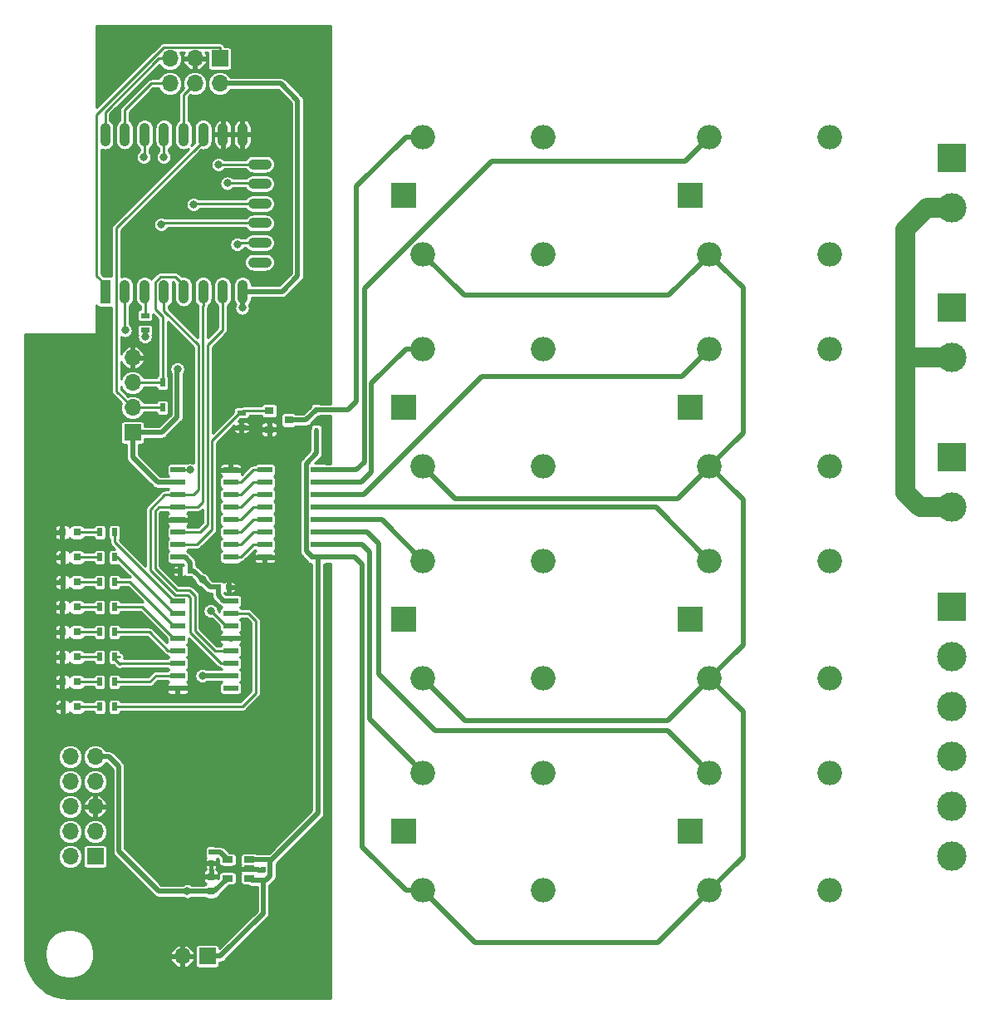
<source format=gtl>
G04 #@! TF.GenerationSoftware,KiCad,Pcbnew,6.0.0-rc1-unknown-7b10490~66~ubuntu16.04.1*
G04 #@! TF.CreationDate,2018-10-31T23:07:41+01:00*
G04 #@! TF.ProjectId,exhaust_control,65786861-7573-4745-9f63-6f6e74726f6c,rev?*
G04 #@! TF.SameCoordinates,Original*
G04 #@! TF.FileFunction,Copper,L1,Top*
G04 #@! TF.FilePolarity,Positive*
%FSLAX46Y46*%
G04 Gerber Fmt 4.6, Leading zero omitted, Abs format (unit mm)*
G04 Created by KiCad (PCBNEW 6.0.0-rc1-unknown-7b10490~66~ubuntu16.04.1) date Wed 31 Oct 2018 23:07:41 CET*
%MOMM*%
%LPD*%
G01*
G04 APERTURE LIST*
G04 #@! TA.AperFunction,ComponentPad*
%ADD10R,2.500000X2.500000*%
G04 #@! TD*
G04 #@! TA.AperFunction,ComponentPad*
%ADD11O,2.500000X2.500000*%
G04 #@! TD*
G04 #@! TA.AperFunction,ComponentPad*
%ADD12C,3.000000*%
G04 #@! TD*
G04 #@! TA.AperFunction,ComponentPad*
%ADD13R,3.000000X3.000000*%
G04 #@! TD*
G04 #@! TA.AperFunction,SMDPad,CuDef*
%ADD14R,0.450000X0.600000*%
G04 #@! TD*
G04 #@! TA.AperFunction,ComponentPad*
%ADD15O,1.700000X1.700000*%
G04 #@! TD*
G04 #@! TA.AperFunction,ComponentPad*
%ADD16R,1.700000X1.700000*%
G04 #@! TD*
G04 #@! TA.AperFunction,SMDPad,CuDef*
%ADD17R,0.900000X0.800000*%
G04 #@! TD*
G04 #@! TA.AperFunction,SMDPad,CuDef*
%ADD18R,0.900000X0.500000*%
G04 #@! TD*
G04 #@! TA.AperFunction,SMDPad,CuDef*
%ADD19R,0.500000X0.900000*%
G04 #@! TD*
G04 #@! TA.AperFunction,SMDPad,CuDef*
%ADD20R,1.500000X0.600000*%
G04 #@! TD*
G04 #@! TA.AperFunction,SMDPad,CuDef*
%ADD21O,2.400000X1.100000*%
G04 #@! TD*
G04 #@! TA.AperFunction,SMDPad,CuDef*
%ADD22R,1.100000X2.400000*%
G04 #@! TD*
G04 #@! TA.AperFunction,SMDPad,CuDef*
%ADD23O,1.100000X2.400000*%
G04 #@! TD*
G04 #@! TA.AperFunction,SMDPad,CuDef*
%ADD24R,0.797560X0.797560*%
G04 #@! TD*
G04 #@! TA.AperFunction,SMDPad,CuDef*
%ADD25R,0.750000X0.800000*%
G04 #@! TD*
G04 #@! TA.AperFunction,SMDPad,CuDef*
%ADD26R,0.500000X0.600000*%
G04 #@! TD*
G04 #@! TA.AperFunction,SMDPad,CuDef*
%ADD27R,1.060000X0.650000*%
G04 #@! TD*
G04 #@! TA.AperFunction,SMDPad,CuDef*
%ADD28R,0.600000X0.500000*%
G04 #@! TD*
G04 #@! TA.AperFunction,ViaPad*
%ADD29C,0.800000*%
G04 #@! TD*
G04 #@! TA.AperFunction,Conductor*
%ADD30C,0.500000*%
G04 #@! TD*
G04 #@! TA.AperFunction,Conductor*
%ADD31C,2.000000*%
G04 #@! TD*
G04 #@! TA.AperFunction,Conductor*
%ADD32C,0.250000*%
G04 #@! TD*
G04 #@! TA.AperFunction,Conductor*
%ADD33C,0.254000*%
G04 #@! TD*
G04 APERTURE END LIST*
D10*
G04 #@! TO.P,K7,1*
G04 #@! TO.N,Net-(K3-Pad3)*
X68270000Y-82550000D03*
D11*
G04 #@! TO.P,K7,2*
G04 #@! TO.N,+5V*
X70270000Y-88550000D03*
G04 #@! TO.P,K7,3*
G04 #@! TO.N,Net-(J4-Pad6)*
X82470000Y-88550000D03*
G04 #@! TO.P,K7,4*
G04 #@! TO.N,Net-(J4-Pad5)*
X82470000Y-76550000D03*
G04 #@! TO.P,K7,5*
G04 #@! TO.N,/Autotransformer Relays/K7_GND*
X70270000Y-76550000D03*
G04 #@! TD*
D10*
G04 #@! TO.P,K6,1*
G04 #@! TO.N,Net-(K3-Pad4)*
X68270000Y-60960000D03*
D11*
G04 #@! TO.P,K6,2*
G04 #@! TO.N,+5V*
X70270000Y-66960000D03*
G04 #@! TO.P,K6,3*
G04 #@! TO.N,Net-(J4-Pad4)*
X82470000Y-66960000D03*
G04 #@! TO.P,K6,4*
G04 #@! TO.N,Net-(J4-Pad3)*
X82470000Y-54960000D03*
G04 #@! TO.P,K6,5*
G04 #@! TO.N,/Autotransformer Relays/K6_GND*
X70270000Y-54960000D03*
G04 #@! TD*
D12*
G04 #@! TO.P,J4,6*
G04 #@! TO.N,Net-(J4-Pad6)*
X94940000Y-85090000D03*
G04 #@! TO.P,J4,5*
G04 #@! TO.N,Net-(J4-Pad5)*
X94940000Y-80010000D03*
G04 #@! TO.P,J4,4*
G04 #@! TO.N,Net-(J4-Pad4)*
X94940000Y-74930000D03*
D13*
G04 #@! TO.P,J4,1*
G04 #@! TO.N,Net-(J4-Pad1)*
X94940000Y-59690000D03*
D12*
G04 #@! TO.P,J4,3*
G04 #@! TO.N,Net-(J4-Pad3)*
X94940000Y-69850000D03*
G04 #@! TO.P,J4,2*
G04 #@! TO.N,Net-(J4-Pad2)*
X94940000Y-64770000D03*
G04 #@! TD*
G04 #@! TO.P,J3,2*
G04 #@! TO.N,MAINS_NEUTRAL*
X94940000Y-49530000D03*
D13*
G04 #@! TO.P,J3,1*
G04 #@! TO.N,Net-(J3-Pad1)*
X94940000Y-44450000D03*
G04 #@! TD*
D11*
G04 #@! TO.P,K8,5*
G04 #@! TO.N,/Autotransformer Relays/K8_GND*
X70270000Y-11780000D03*
G04 #@! TO.P,K8,4*
G04 #@! TO.N,Net-(K8-Pad4)*
X82470000Y-11780000D03*
G04 #@! TO.P,K8,3*
G04 #@! TO.N,Net-(J3-Pad1)*
X82470000Y-23780000D03*
G04 #@! TO.P,K8,2*
G04 #@! TO.N,+5V*
X70270000Y-23780000D03*
D10*
G04 #@! TO.P,K8,1*
G04 #@! TO.N,MAINS_230V*
X68270000Y-17780000D03*
G04 #@! TD*
D12*
G04 #@! TO.P,J1,2*
G04 #@! TO.N,MAINS_NEUTRAL*
X94940000Y-19050000D03*
D13*
G04 #@! TO.P,J1,1*
G04 #@! TO.N,MAINS_230V*
X94940000Y-13970000D03*
G04 #@! TD*
D11*
G04 #@! TO.P,K5,5*
G04 #@! TO.N,/Autotransformer Relays/K5_GND*
X70270000Y-33370000D03*
G04 #@! TO.P,K5,4*
G04 #@! TO.N,Net-(J4-Pad1)*
X82470000Y-33370000D03*
G04 #@! TO.P,K5,3*
G04 #@! TO.N,Net-(J4-Pad2)*
X82470000Y-45370000D03*
G04 #@! TO.P,K5,2*
G04 #@! TO.N,+5V*
X70270000Y-45370000D03*
D10*
G04 #@! TO.P,K5,1*
G04 #@! TO.N,Net-(K2-Pad3)*
X68270000Y-39370000D03*
G04 #@! TD*
D13*
G04 #@! TO.P,J2,1*
G04 #@! TO.N,MAINS_FAN_OUT*
X94940000Y-29210000D03*
D12*
G04 #@! TO.P,J2,2*
G04 #@! TO.N,MAINS_NEUTRAL*
X94940000Y-34290000D03*
G04 #@! TD*
D14*
G04 #@! TO.P,D1,2*
G04 #@! TO.N,/Autotransformer Relays/K4_GND*
X30170000Y-39590000D03*
G04 #@! TO.P,D1,1*
G04 #@! TO.N,+5V*
X30170000Y-41690000D03*
G04 #@! TD*
D15*
G04 #@! TO.P,J5,6*
G04 #@! TO.N,/ESP-12E/ESP_RXD*
X15240000Y-6350000D03*
G04 #@! TO.P,J5,5*
G04 #@! TO.N,/ESP-12E/ESP_TXD*
X15240000Y-3810000D03*
G04 #@! TO.P,J5,4*
G04 #@! TO.N,/ESP-12E/gpio0*
X17780000Y-6350000D03*
G04 #@! TO.P,J5,3*
G04 #@! TO.N,GND*
X17780000Y-3810000D03*
G04 #@! TO.P,J5,2*
G04 #@! TO.N,+3V3*
X20320000Y-6350000D03*
D16*
G04 #@! TO.P,J5,1*
G04 #@! TO.N,/ESP-12E/reset*
X20320000Y-3810000D03*
G04 #@! TD*
D15*
G04 #@! TO.P,J7,4*
G04 #@! TO.N,GND*
X11430000Y-34290000D03*
G04 #@! TO.P,J7,3*
G04 #@! TO.N,/ESP-12E/ESP_GPIO14*
X11430000Y-36830000D03*
G04 #@! TO.P,J7,2*
G04 #@! TO.N,/ESP-12E/ESP_GPIO2*
X11430000Y-39370000D03*
D16*
G04 #@! TO.P,J7,1*
G04 #@! TO.N,+3V3*
X11430000Y-41910000D03*
G04 #@! TD*
D17*
G04 #@! TO.P,Q1,3*
G04 #@! TO.N,/Autotransformer Relays/K4_GND*
X27360000Y-40640000D03*
G04 #@! TO.P,Q1,2*
G04 #@! TO.N,GND*
X25360000Y-41590000D03*
G04 #@! TO.P,Q1,1*
G04 #@! TO.N,/Autotransformer Relays/K4_TTL*
X25360000Y-39690000D03*
G04 #@! TD*
D18*
G04 #@! TO.P,R1,2*
G04 #@! TO.N,GND*
X22550000Y-41390000D03*
G04 #@! TO.P,R1,1*
G04 #@! TO.N,/Autotransformer Relays/K4_TTL*
X22550000Y-39890000D03*
G04 #@! TD*
G04 #@! TO.P,R2,1*
G04 #@! TO.N,Net-(R2-Pad1)*
X12700000Y-29984000D03*
G04 #@! TO.P,R2,2*
G04 #@! TO.N,+3V3*
X12700000Y-31484000D03*
G04 #@! TD*
D19*
G04 #@! TO.P,R3,2*
G04 #@! TO.N,/ESP-12E/ESP_GPIO2*
X14490000Y-39370000D03*
G04 #@! TO.P,R3,1*
G04 #@! TO.N,+3V3*
X15990000Y-39370000D03*
G04 #@! TD*
G04 #@! TO.P,R4,1*
G04 #@! TO.N,+3V3*
X15990000Y-36830000D03*
G04 #@! TO.P,R4,2*
G04 #@! TO.N,/ESP-12E/ESP_GPIO14*
X14490000Y-36830000D03*
G04 #@! TD*
D20*
G04 #@! TO.P,U1,16*
G04 #@! TO.N,+3V3*
X16040000Y-54610000D03*
G04 #@! TO.P,U1,15*
G04 #@! TO.N,/Autotransformer Relays/K4_TTL*
X16040000Y-53340000D03*
G04 #@! TO.P,U1,14*
G04 #@! TO.N,/ESP-12E/ESP_GPIO13*
X16040000Y-52070000D03*
G04 #@! TO.P,U1,13*
G04 #@! TO.N,GND*
X16040000Y-50800000D03*
G04 #@! TO.P,U1,12*
G04 #@! TO.N,/ESP-12E/ESP_GPIO12*
X16040000Y-49530000D03*
G04 #@! TO.P,U1,11*
G04 #@! TO.N,/ESP-12E/ESP_GPIO16*
X16040000Y-48260000D03*
G04 #@! TO.P,U1,10*
G04 #@! TO.N,+3V3*
X16040000Y-46990000D03*
G04 #@! TO.P,U1,9*
G04 #@! TO.N,Net-(U1-Pad9)*
X16040000Y-45720000D03*
G04 #@! TO.P,U1,8*
G04 #@! TO.N,GND*
X21440000Y-45720000D03*
G04 #@! TO.P,U1,7*
G04 #@! TO.N,/Autotransformer Relays/K8_TTL*
X21440000Y-46990000D03*
G04 #@! TO.P,U1,6*
G04 #@! TO.N,/Autotransformer Relays/K1_TTL*
X21440000Y-48260000D03*
G04 #@! TO.P,U1,5*
G04 #@! TO.N,/Autotransformer Relays/K5_TTL*
X21440000Y-49530000D03*
G04 #@! TO.P,U1,4*
G04 #@! TO.N,/Autotransformer Relays/K6_TTL*
X21440000Y-50800000D03*
G04 #@! TO.P,U1,3*
G04 #@! TO.N,/Autotransformer Relays/K2_TTL*
X21440000Y-52070000D03*
G04 #@! TO.P,U1,2*
G04 #@! TO.N,/Autotransformer Relays/K7_TTL*
X21440000Y-53340000D03*
G04 #@! TO.P,U1,1*
G04 #@! TO.N,/Autotransformer Relays/K3_TTL*
X21440000Y-54610000D03*
G04 #@! TD*
G04 #@! TO.P,U2,1*
G04 #@! TO.N,/Autotransformer Relays/K8_TTL*
X24930000Y-45720000D03*
G04 #@! TO.P,U2,2*
G04 #@! TO.N,/Autotransformer Relays/K1_TTL*
X24930000Y-46990000D03*
G04 #@! TO.P,U2,3*
G04 #@! TO.N,/Autotransformer Relays/K5_TTL*
X24930000Y-48260000D03*
G04 #@! TO.P,U2,4*
G04 #@! TO.N,/Autotransformer Relays/K6_TTL*
X24930000Y-49530000D03*
G04 #@! TO.P,U2,5*
G04 #@! TO.N,/Autotransformer Relays/K2_TTL*
X24930000Y-50800000D03*
G04 #@! TO.P,U2,6*
G04 #@! TO.N,/Autotransformer Relays/K7_TTL*
X24930000Y-52070000D03*
G04 #@! TO.P,U2,7*
G04 #@! TO.N,/Autotransformer Relays/K3_TTL*
X24930000Y-53340000D03*
G04 #@! TO.P,U2,8*
G04 #@! TO.N,GND*
X24930000Y-54610000D03*
G04 #@! TO.P,U2,9*
G04 #@! TO.N,+5V*
X30330000Y-54610000D03*
G04 #@! TO.P,U2,10*
G04 #@! TO.N,/Autotransformer Relays/K3_GND*
X30330000Y-53340000D03*
G04 #@! TO.P,U2,11*
G04 #@! TO.N,/Autotransformer Relays/K7_GND*
X30330000Y-52070000D03*
G04 #@! TO.P,U2,12*
G04 #@! TO.N,/Autotransformer Relays/K2_GND*
X30330000Y-50800000D03*
G04 #@! TO.P,U2,13*
G04 #@! TO.N,/Autotransformer Relays/K6_GND*
X30330000Y-49530000D03*
G04 #@! TO.P,U2,14*
G04 #@! TO.N,/Autotransformer Relays/K5_GND*
X30330000Y-48260000D03*
G04 #@! TO.P,U2,15*
G04 #@! TO.N,/Autotransformer Relays/K1_GND*
X30330000Y-46990000D03*
G04 #@! TO.P,U2,16*
G04 #@! TO.N,/Autotransformer Relays/K8_GND*
X30330000Y-45720000D03*
G04 #@! TD*
D21*
G04 #@! TO.P,U3,9*
G04 #@! TO.N,Net-(U3-Pad9)*
X24386000Y-24569000D03*
G04 #@! TO.P,U3,10*
G04 #@! TO.N,/ESP-12E/MISO*
X24386000Y-22569000D03*
G04 #@! TO.P,U3,11*
G04 #@! TO.N,/ESP-12E/ESP_GPIO9*
X24386000Y-20569000D03*
G04 #@! TO.P,U3,12*
G04 #@! TO.N,/ESP-12E/ESP_GPIO10*
X24386000Y-18569000D03*
G04 #@! TO.P,U3,13*
G04 #@! TO.N,/ESP-12E/MOSI*
X24386000Y-16569000D03*
G04 #@! TO.P,U3,14*
G04 #@! TO.N,/ESP-12E/SCLK*
X24386000Y-14569000D03*
D22*
G04 #@! TO.P,U3,1*
G04 #@! TO.N,/ESP-12E/reset*
X8636000Y-27559000D03*
D23*
G04 #@! TO.P,U3,2*
G04 #@! TO.N,/I/O/ADC*
X10636000Y-27559000D03*
G04 #@! TO.P,U3,3*
G04 #@! TO.N,Net-(R2-Pad1)*
X12636000Y-27559000D03*
G04 #@! TO.P,U3,4*
G04 #@! TO.N,/ESP-12E/ESP_GPIO16*
X14636000Y-27559000D03*
G04 #@! TO.P,U3,5*
G04 #@! TO.N,/ESP-12E/ESP_GPIO14*
X16636000Y-27559000D03*
G04 #@! TO.P,U3,6*
G04 #@! TO.N,/ESP-12E/ESP_GPIO12*
X18636000Y-27559000D03*
G04 #@! TO.P,U3,7*
G04 #@! TO.N,/ESP-12E/ESP_GPIO13*
X20636000Y-27559000D03*
G04 #@! TO.P,U3,8*
G04 #@! TO.N,+3V3*
X22636000Y-27559000D03*
G04 #@! TO.P,U3,15*
G04 #@! TO.N,GND*
X22636000Y-11559000D03*
G04 #@! TO.P,U3,16*
X20636000Y-11559000D03*
G04 #@! TO.P,U3,17*
G04 #@! TO.N,/ESP-12E/ESP_GPIO2*
X18636000Y-11559000D03*
G04 #@! TO.P,U3,18*
G04 #@! TO.N,/ESP-12E/gpio0*
X16636000Y-11559000D03*
G04 #@! TO.P,U3,19*
G04 #@! TO.N,/ESP-12E/ESP_GPIO4*
X14636000Y-11559000D03*
G04 #@! TO.P,U3,20*
G04 #@! TO.N,/ESP-12E/ESP_GPIO5*
X12636000Y-11559000D03*
G04 #@! TO.P,U3,21*
G04 #@! TO.N,/ESP-12E/ESP_RXD*
X10636000Y-11559000D03*
G04 #@! TO.P,U3,22*
G04 #@! TO.N,/ESP-12E/ESP_TXD*
X8636000Y-11559000D03*
G04 #@! TD*
D11*
G04 #@! TO.P,K1,5*
G04 #@! TO.N,/Autotransformer Relays/K1_GND*
X41060000Y-33370000D03*
G04 #@! TO.P,K1,4*
G04 #@! TO.N,Net-(K1-Pad4)*
X53260000Y-33370000D03*
G04 #@! TO.P,K1,3*
G04 #@! TO.N,Net-(K1-Pad3)*
X53260000Y-45370000D03*
G04 #@! TO.P,K1,2*
G04 #@! TO.N,+5V*
X41060000Y-45370000D03*
D10*
G04 #@! TO.P,K1,1*
G04 #@! TO.N,MAINS_FAN_OUT*
X39060000Y-39370000D03*
G04 #@! TD*
D11*
G04 #@! TO.P,K2,5*
G04 #@! TO.N,/Autotransformer Relays/K2_GND*
X41060000Y-54960000D03*
G04 #@! TO.P,K2,4*
G04 #@! TO.N,Net-(K2-Pad4)*
X53260000Y-54960000D03*
G04 #@! TO.P,K2,3*
G04 #@! TO.N,Net-(K2-Pad3)*
X53260000Y-66960000D03*
G04 #@! TO.P,K2,2*
G04 #@! TO.N,+5V*
X41060000Y-66960000D03*
D10*
G04 #@! TO.P,K2,1*
G04 #@! TO.N,Net-(K1-Pad4)*
X39060000Y-60960000D03*
G04 #@! TD*
G04 #@! TO.P,K3,1*
G04 #@! TO.N,Net-(K1-Pad3)*
X39060000Y-82550000D03*
D11*
G04 #@! TO.P,K3,2*
G04 #@! TO.N,+5V*
X41060000Y-88550000D03*
G04 #@! TO.P,K3,3*
G04 #@! TO.N,Net-(K3-Pad3)*
X53260000Y-88550000D03*
G04 #@! TO.P,K3,4*
G04 #@! TO.N,Net-(K3-Pad4)*
X53260000Y-76550000D03*
G04 #@! TO.P,K3,5*
G04 #@! TO.N,/Autotransformer Relays/K3_GND*
X41060000Y-76550000D03*
G04 #@! TD*
D10*
G04 #@! TO.P,K4,1*
G04 #@! TO.N,Net-(K2-Pad4)*
X39060000Y-17780000D03*
D11*
G04 #@! TO.P,K4,2*
G04 #@! TO.N,+5V*
X41060000Y-23780000D03*
G04 #@! TO.P,K4,3*
G04 #@! TO.N,MAINS_230V*
X53260000Y-23780000D03*
G04 #@! TO.P,K4,4*
G04 #@! TO.N,Net-(K4-Pad4)*
X53260000Y-11780000D03*
G04 #@! TO.P,K4,5*
G04 #@! TO.N,/Autotransformer Relays/K4_GND*
X41060000Y-11780000D03*
G04 #@! TD*
D20*
G04 #@! TO.P,U5,16*
G04 #@! TO.N,+3V3*
X21440000Y-59055000D03*
G04 #@! TO.P,U5,15*
G04 #@! TO.N,Net-(R12-Pad1)*
X21440000Y-60325000D03*
G04 #@! TO.P,U5,14*
G04 #@! TO.N,Net-(U1-Pad9)*
X21440000Y-61595000D03*
G04 #@! TO.P,U5,13*
G04 #@! TO.N,GND*
X21440000Y-62865000D03*
G04 #@! TO.P,U5,12*
G04 #@! TO.N,/ESP-12E/ESP_GPIO12*
X21440000Y-64135000D03*
G04 #@! TO.P,U5,11*
G04 #@! TO.N,/ESP-12E/ESP_GPIO16*
X21440000Y-65405000D03*
G04 #@! TO.P,U5,10*
G04 #@! TO.N,+3V3*
X21440000Y-66675000D03*
G04 #@! TO.P,U5,9*
G04 #@! TO.N,Net-(U5-Pad9)*
X21440000Y-67945000D03*
G04 #@! TO.P,U5,8*
G04 #@! TO.N,GND*
X16040000Y-67945000D03*
G04 #@! TO.P,U5,7*
G04 #@! TO.N,Net-(R5-Pad1)*
X16040000Y-66675000D03*
G04 #@! TO.P,U5,6*
G04 #@! TO.N,Net-(R6-Pad1)*
X16040000Y-65405000D03*
G04 #@! TO.P,U5,5*
G04 #@! TO.N,Net-(R7-Pad1)*
X16040000Y-64135000D03*
G04 #@! TO.P,U5,4*
G04 #@! TO.N,Net-(R8-Pad1)*
X16040000Y-62865000D03*
G04 #@! TO.P,U5,3*
G04 #@! TO.N,Net-(R9-Pad1)*
X16040000Y-61595000D03*
G04 #@! TO.P,U5,2*
G04 #@! TO.N,Net-(R10-Pad1)*
X16040000Y-60325000D03*
G04 #@! TO.P,U5,1*
G04 #@! TO.N,Net-(R11-Pad1)*
X16040000Y-59055000D03*
G04 #@! TD*
D24*
G04 #@! TO.P,D3,1*
G04 #@! TO.N,GND*
X4274700Y-67310000D03*
G04 #@! TO.P,D3,2*
G04 #@! TO.N,Net-(D3-Pad2)*
X5773300Y-67310000D03*
G04 #@! TD*
G04 #@! TO.P,D4,2*
G04 #@! TO.N,Net-(D4-Pad2)*
X5773300Y-64770000D03*
G04 #@! TO.P,D4,1*
G04 #@! TO.N,GND*
X4274700Y-64770000D03*
G04 #@! TD*
G04 #@! TO.P,D5,1*
G04 #@! TO.N,GND*
X4274700Y-62230000D03*
G04 #@! TO.P,D5,2*
G04 #@! TO.N,Net-(D5-Pad2)*
X5773300Y-62230000D03*
G04 #@! TD*
G04 #@! TO.P,D6,2*
G04 #@! TO.N,Net-(D6-Pad2)*
X5773300Y-59690000D03*
G04 #@! TO.P,D6,1*
G04 #@! TO.N,GND*
X4274700Y-59690000D03*
G04 #@! TD*
G04 #@! TO.P,D7,2*
G04 #@! TO.N,Net-(D7-Pad2)*
X5786000Y-57150000D03*
G04 #@! TO.P,D7,1*
G04 #@! TO.N,GND*
X4287400Y-57150000D03*
G04 #@! TD*
G04 #@! TO.P,D8,1*
G04 #@! TO.N,GND*
X4287400Y-54610000D03*
G04 #@! TO.P,D8,2*
G04 #@! TO.N,Net-(D8-Pad2)*
X5786000Y-54610000D03*
G04 #@! TD*
G04 #@! TO.P,D9,2*
G04 #@! TO.N,Net-(D9-Pad2)*
X5773300Y-52070000D03*
G04 #@! TO.P,D9,1*
G04 #@! TO.N,GND*
X4274700Y-52070000D03*
G04 #@! TD*
G04 #@! TO.P,D10,1*
G04 #@! TO.N,GND*
X4287400Y-69850000D03*
G04 #@! TO.P,D10,2*
G04 #@! TO.N,Net-(D10-Pad2)*
X5786000Y-69850000D03*
G04 #@! TD*
D19*
G04 #@! TO.P,R5,2*
G04 #@! TO.N,Net-(D3-Pad2)*
X8084000Y-67310000D03*
G04 #@! TO.P,R5,1*
G04 #@! TO.N,Net-(R5-Pad1)*
X9584000Y-67310000D03*
G04 #@! TD*
G04 #@! TO.P,R6,1*
G04 #@! TO.N,Net-(R6-Pad1)*
X9584000Y-64770000D03*
G04 #@! TO.P,R6,2*
G04 #@! TO.N,Net-(D4-Pad2)*
X8084000Y-64770000D03*
G04 #@! TD*
G04 #@! TO.P,R7,2*
G04 #@! TO.N,Net-(D5-Pad2)*
X8084000Y-62230000D03*
G04 #@! TO.P,R7,1*
G04 #@! TO.N,Net-(R7-Pad1)*
X9584000Y-62230000D03*
G04 #@! TD*
G04 #@! TO.P,R8,1*
G04 #@! TO.N,Net-(R8-Pad1)*
X9584000Y-59690000D03*
G04 #@! TO.P,R8,2*
G04 #@! TO.N,Net-(D6-Pad2)*
X8084000Y-59690000D03*
G04 #@! TD*
G04 #@! TO.P,R9,2*
G04 #@! TO.N,Net-(D7-Pad2)*
X8084000Y-57150000D03*
G04 #@! TO.P,R9,1*
G04 #@! TO.N,Net-(R9-Pad1)*
X9584000Y-57150000D03*
G04 #@! TD*
G04 #@! TO.P,R10,1*
G04 #@! TO.N,Net-(R10-Pad1)*
X9584000Y-54610000D03*
G04 #@! TO.P,R10,2*
G04 #@! TO.N,Net-(D8-Pad2)*
X8084000Y-54610000D03*
G04 #@! TD*
G04 #@! TO.P,R11,1*
G04 #@! TO.N,Net-(R11-Pad1)*
X9596000Y-52070000D03*
G04 #@! TO.P,R11,2*
G04 #@! TO.N,Net-(D9-Pad2)*
X8096000Y-52070000D03*
G04 #@! TD*
G04 #@! TO.P,R12,2*
G04 #@! TO.N,Net-(D10-Pad2)*
X8096000Y-69850000D03*
G04 #@! TO.P,R12,1*
G04 #@! TO.N,Net-(R12-Pad1)*
X9596000Y-69850000D03*
G04 #@! TD*
D25*
G04 #@! TO.P,C3,1*
G04 #@! TO.N,+3V3*
X19431000Y-88634000D03*
G04 #@! TO.P,C3,2*
G04 #@! TO.N,GND*
X19431000Y-87134000D03*
G04 #@! TD*
D26*
G04 #@! TO.P,C1,1*
G04 #@! TO.N,+5V*
X24765000Y-87545000D03*
G04 #@! TO.P,C1,2*
G04 #@! TO.N,GND*
X24765000Y-86445000D03*
G04 #@! TD*
G04 #@! TO.P,C2,2*
G04 #@! TO.N,GND*
X19431000Y-85767000D03*
G04 #@! TO.P,C2,1*
G04 #@! TO.N,Net-(C2-Pad1)*
X19431000Y-84667000D03*
G04 #@! TD*
D27*
G04 #@! TO.P,U4,5*
G04 #@! TO.N,+3V3*
X21125000Y-87310000D03*
G04 #@! TO.P,U4,4*
G04 #@! TO.N,Net-(C2-Pad1)*
X21125000Y-85410000D03*
G04 #@! TO.P,U4,3*
G04 #@! TO.N,+5V*
X23325000Y-85410000D03*
G04 #@! TO.P,U4,2*
G04 #@! TO.N,GND*
X23325000Y-86360000D03*
G04 #@! TO.P,U4,1*
G04 #@! TO.N,+5V*
X23325000Y-87310000D03*
G04 #@! TD*
D16*
G04 #@! TO.P,J6,1*
G04 #@! TO.N,+5V*
X19050000Y-95250000D03*
D15*
G04 #@! TO.P,J6,2*
G04 #@! TO.N,GND*
X16510000Y-95250000D03*
G04 #@! TD*
G04 #@! TO.P,J8,10*
G04 #@! TO.N,/ESP-12E/ESP_GPIO10*
X5080000Y-74930000D03*
G04 #@! TO.P,J8,9*
G04 #@! TO.N,+3V3*
X7620000Y-74930000D03*
G04 #@! TO.P,J8,8*
G04 #@! TO.N,/ESP-12E/ESP_GPIO9*
X5080000Y-77470000D03*
G04 #@! TO.P,J8,7*
G04 #@! TO.N,/I/O/ADC*
X7620000Y-77470000D03*
G04 #@! TO.P,J8,6*
G04 #@! TO.N,/ESP-12E/ESP_GPIO4*
X5080000Y-80010000D03*
G04 #@! TO.P,J8,5*
G04 #@! TO.N,GND*
X7620000Y-80010000D03*
G04 #@! TO.P,J8,4*
G04 #@! TO.N,/ESP-12E/ESP_GPIO5*
X5080000Y-82550000D03*
G04 #@! TO.P,J8,3*
G04 #@! TO.N,/ESP-12E/SCLK*
X7620000Y-82550000D03*
G04 #@! TO.P,J8,2*
G04 #@! TO.N,/ESP-12E/MISO*
X5080000Y-85090000D03*
D16*
G04 #@! TO.P,J8,1*
G04 #@! TO.N,/ESP-12E/MOSI*
X7620000Y-85090000D03*
G04 #@! TD*
D28*
G04 #@! TO.P,C4,2*
G04 #@! TO.N,GND*
X21251000Y-57658000D03*
G04 #@! TO.P,C4,1*
G04 #@! TO.N,+3V3*
X20151000Y-57658000D03*
G04 #@! TD*
G04 #@! TO.P,C5,1*
G04 #@! TO.N,GND*
X16214000Y-56007000D03*
G04 #@! TO.P,C5,2*
G04 #@! TO.N,+3V3*
X17314000Y-56007000D03*
G04 #@! TD*
D29*
G04 #@! TO.N,+3V3*
X16002000Y-35433000D03*
X12700000Y-32131000D03*
X18542000Y-66675000D03*
X22606000Y-29210000D03*
X17006000Y-88634000D03*
X18542000Y-56896000D03*
G04 #@! TO.N,Net-(U1-Pad9)*
X17272000Y-45720000D03*
X19392010Y-60071000D03*
G04 #@! TO.N,/ESP-12E/ESP_GPIO9*
X14351000Y-20701000D03*
G04 #@! TO.N,/ESP-12E/ESP_GPIO10*
X17653000Y-18673230D03*
G04 #@! TO.N,/ESP-12E/ESP_GPIO4*
X14605000Y-13843000D03*
G04 #@! TO.N,/ESP-12E/ESP_GPIO5*
X12573000Y-13843000D03*
G04 #@! TO.N,/I/O/ADC*
X10668000Y-31495998D03*
G04 #@! TO.N,/ESP-12E/SCLK*
X20193000Y-14605000D03*
G04 #@! TO.N,/ESP-12E/MISO*
X22098000Y-22733000D03*
G04 #@! TO.N,/ESP-12E/MOSI*
X21082000Y-16510000D03*
G04 #@! TD*
D30*
G04 #@! TO.N,+3V3*
X19801000Y-88634000D02*
X21125000Y-87310000D01*
X19431000Y-88634000D02*
X19801000Y-88634000D01*
X17006000Y-88634000D02*
X19431000Y-88634000D01*
X7620000Y-74930000D02*
X9017000Y-74930000D01*
X10033000Y-75946000D02*
X10033000Y-84582000D01*
X9017000Y-74930000D02*
X10033000Y-75946000D01*
X10033000Y-84582000D02*
X14085000Y-88634000D01*
X15990000Y-36830000D02*
X15990000Y-39370000D01*
X12780000Y-41910000D02*
X11430000Y-41910000D01*
X14400000Y-41910000D02*
X12780000Y-41910000D01*
X15990000Y-40320000D02*
X14400000Y-41910000D01*
X15990000Y-39370000D02*
X15990000Y-40320000D01*
X13970000Y-46990000D02*
X16040000Y-46990000D01*
X11430000Y-44450000D02*
X13970000Y-46990000D01*
X11430000Y-41910000D02*
X11430000Y-44450000D01*
X15990000Y-35445000D02*
X16002000Y-35433000D01*
X15990000Y-36830000D02*
X15990000Y-35445000D01*
X12700000Y-32131000D02*
X12700000Y-31484000D01*
X21440000Y-59055000D02*
X20701000Y-59055000D01*
X20151000Y-58505000D02*
X20151000Y-57658000D01*
X20701000Y-59055000D02*
X20151000Y-58505000D01*
X16764000Y-54610000D02*
X17314000Y-55160000D01*
X17314000Y-55160000D02*
X17314000Y-56007000D01*
X16040000Y-54610000D02*
X16764000Y-54610000D01*
X20320000Y-6350000D02*
X26543000Y-6350000D01*
X28260001Y-25968999D02*
X26670000Y-27559000D01*
X26543000Y-6350000D02*
X28260001Y-8067001D01*
X26670000Y-27559000D02*
X22636000Y-27559000D01*
X28260001Y-8067001D02*
X28260001Y-25968999D01*
X21440000Y-66675000D02*
X18542000Y-66675000D01*
X22636000Y-29180000D02*
X22606000Y-29210000D01*
X22636000Y-27559000D02*
X22636000Y-29180000D01*
X19304000Y-57658000D02*
X19050000Y-57404000D01*
X17314000Y-56007000D02*
X17653000Y-56007000D01*
X20151000Y-57658000D02*
X19304000Y-57658000D01*
X19050000Y-57404000D02*
X18542000Y-56896000D01*
X17653000Y-56007000D02*
X18542000Y-56896000D01*
X14085000Y-88634000D02*
X17006000Y-88634000D01*
G04 #@! TO.N,/Autotransformer Relays/K8_GND*
X48043997Y-14280001D02*
X67769999Y-14280001D01*
X67769999Y-14280001D02*
X69020001Y-13029999D01*
X30330000Y-45720000D02*
X34234000Y-45720000D01*
X35057990Y-27266008D02*
X48043997Y-14280001D01*
X69020001Y-13029999D02*
X70270000Y-11780000D01*
X34234000Y-45720000D02*
X35057990Y-44896010D01*
X35057990Y-44896010D02*
X35057990Y-27266008D01*
D31*
G04 #@! TO.N,MAINS_NEUTRAL*
X94940000Y-34290000D02*
X90241000Y-34290000D01*
X91694000Y-49530000D02*
X94940000Y-49530000D01*
X90241000Y-48077000D02*
X91694000Y-49530000D01*
X90241000Y-34290000D02*
X90241000Y-48077000D01*
X92400000Y-19050000D02*
X94940000Y-19050000D01*
X90241000Y-21209000D02*
X92400000Y-19050000D01*
X90241000Y-34290000D02*
X90241000Y-21209000D01*
D32*
G04 #@! TO.N,/ESP-12E/ESP_RXD*
X13335000Y-6350000D02*
X15240000Y-6350000D01*
X10636000Y-9049000D02*
X13335000Y-6350000D01*
X10636000Y-11559000D02*
X10636000Y-9049000D01*
G04 #@! TO.N,/ESP-12E/ESP_TXD*
X14097000Y-3810000D02*
X15240000Y-3810000D01*
X8636000Y-9271000D02*
X14097000Y-3810000D01*
X8636000Y-11559000D02*
X8636000Y-9271000D01*
G04 #@! TO.N,/ESP-12E/gpio0*
X16636000Y-7494000D02*
X16636000Y-11559000D01*
X17780000Y-6350000D02*
X16636000Y-7494000D01*
G04 #@! TO.N,/ESP-12E/reset*
X8636000Y-26797000D02*
X8636000Y-27559000D01*
X7760990Y-25921990D02*
X8636000Y-26797000D01*
X7760990Y-9509599D02*
X7760990Y-25921990D01*
X20320000Y-3810000D02*
X20320000Y-2710000D01*
X20320000Y-2710000D02*
X20244999Y-2634999D01*
X20244999Y-2634999D02*
X14635590Y-2634999D01*
X14635590Y-2634999D02*
X7760990Y-9509599D01*
G04 #@! TO.N,/ESP-12E/ESP_GPIO14*
X14490000Y-36830000D02*
X11430000Y-36830000D01*
X13716000Y-29337000D02*
X14490000Y-30111000D01*
X13716000Y-26591549D02*
X13716000Y-29337000D01*
X16636000Y-27559000D02*
X16636000Y-26909000D01*
X16636000Y-26909000D02*
X15760990Y-26033990D01*
X14490000Y-30111000D02*
X14490000Y-36830000D01*
X15760990Y-26033990D02*
X14273559Y-26033990D01*
X14273559Y-26033990D02*
X13716000Y-26591549D01*
G04 #@! TO.N,/ESP-12E/ESP_GPIO2*
X18636000Y-12209000D02*
X18636000Y-11559000D01*
X9760990Y-21084010D02*
X18636000Y-12209000D01*
X9760990Y-37700990D02*
X9760990Y-21084010D01*
X11430000Y-39370000D02*
X9760990Y-37700990D01*
X13990000Y-39370000D02*
X11430000Y-39370000D01*
X14490000Y-39370000D02*
X13990000Y-39370000D01*
G04 #@! TO.N,/Autotransformer Relays/K8_TTL*
X23930000Y-45720000D02*
X24930000Y-45720000D01*
X23710000Y-45720000D02*
X23930000Y-45720000D01*
X22440000Y-46990000D02*
X23710000Y-45720000D01*
X21440000Y-46990000D02*
X22440000Y-46990000D01*
G04 #@! TO.N,Net-(R2-Pad1)*
X12700000Y-27496000D02*
X12636000Y-27432000D01*
X12700000Y-29984000D02*
X12700000Y-27496000D01*
G04 #@! TO.N,/Autotransformer Relays/K2_TTL*
X23710000Y-50800000D02*
X23930000Y-50800000D01*
X22440000Y-52070000D02*
X23710000Y-50800000D01*
X23930000Y-50800000D02*
X24930000Y-50800000D01*
X21440000Y-52070000D02*
X22440000Y-52070000D01*
G04 #@! TO.N,/Autotransformer Relays/K3_TTL*
X23710000Y-53340000D02*
X23930000Y-53340000D01*
X22440000Y-54610000D02*
X23710000Y-53340000D01*
X23930000Y-53340000D02*
X24930000Y-53340000D01*
X21440000Y-54610000D02*
X22440000Y-54610000D01*
G04 #@! TO.N,/Autotransformer Relays/K4_TTL*
X22750000Y-39690000D02*
X22550000Y-39890000D01*
X25360000Y-39690000D02*
X22750000Y-39690000D01*
X22350000Y-39890000D02*
X19511033Y-42728967D01*
X22550000Y-39890000D02*
X22350000Y-39890000D01*
X19511033Y-51806967D02*
X17978000Y-53340000D01*
X19511033Y-42728967D02*
X19511033Y-51806967D01*
X17978000Y-53340000D02*
X17040000Y-53340000D01*
X17040000Y-53340000D02*
X16040000Y-53340000D01*
G04 #@! TO.N,/Autotransformer Relays/K5_TTL*
X23710000Y-48260000D02*
X23930000Y-48260000D01*
X23930000Y-48260000D02*
X24930000Y-48260000D01*
X22440000Y-49530000D02*
X23710000Y-48260000D01*
X21440000Y-49530000D02*
X22440000Y-49530000D01*
G04 #@! TO.N,/Autotransformer Relays/K6_TTL*
X23930000Y-49530000D02*
X24930000Y-49530000D01*
X22440000Y-50800000D02*
X23710000Y-49530000D01*
X23710000Y-49530000D02*
X23930000Y-49530000D01*
X21440000Y-50800000D02*
X22440000Y-50800000D01*
G04 #@! TO.N,/Autotransformer Relays/K7_TTL*
X23930000Y-52070000D02*
X24930000Y-52070000D01*
X22440000Y-53340000D02*
X23710000Y-52070000D01*
X23710000Y-52070000D02*
X23930000Y-52070000D01*
X21440000Y-53340000D02*
X22440000Y-53340000D01*
G04 #@! TO.N,Net-(U1-Pad9)*
X17272000Y-45720000D02*
X16040000Y-45720000D01*
X21440000Y-61595000D02*
X20990000Y-61595000D01*
X20990000Y-61595000D02*
X19466000Y-60071000D01*
X19466000Y-60071000D02*
X19392010Y-60071000D01*
G04 #@! TO.N,/ESP-12E/ESP_GPIO12*
X18636000Y-29009000D02*
X18636000Y-27559000D01*
X16040000Y-49530000D02*
X18034000Y-49530000D01*
X18034000Y-49530000D02*
X18611011Y-48952989D01*
X18611011Y-29033989D02*
X18636000Y-29009000D01*
X18611011Y-48952989D02*
X18611011Y-29033989D01*
X13716000Y-55753000D02*
X13716000Y-49911000D01*
X17236401Y-57979988D02*
X15942988Y-57979988D01*
X17780000Y-62103000D02*
X17780000Y-58523587D01*
X15942988Y-57979988D02*
X13716000Y-55753000D01*
X21440000Y-64135000D02*
X19812000Y-64135000D01*
X19812000Y-64135000D02*
X17780000Y-62103000D01*
X13716000Y-49911000D02*
X14097000Y-49530000D01*
X17780000Y-58523587D02*
X17236401Y-57979988D01*
X14097000Y-49530000D02*
X16040000Y-49530000D01*
G04 #@! TO.N,/ESP-12E/ESP_GPIO13*
X20636000Y-29009000D02*
X20636000Y-27559000D01*
X20636000Y-31434000D02*
X20636000Y-29009000D01*
X18288000Y-52070000D02*
X19061022Y-51296978D01*
X19061022Y-33008978D02*
X20636000Y-31434000D01*
X16040000Y-52070000D02*
X18288000Y-52070000D01*
X19061022Y-51296978D02*
X19061022Y-33008978D01*
G04 #@! TO.N,/ESP-12E/ESP_GPIO16*
X14636000Y-29495000D02*
X14636000Y-27559000D01*
X16040000Y-48260000D02*
X17653000Y-48260000D01*
X17653000Y-48260000D02*
X18161000Y-47752000D01*
X18161000Y-47752000D02*
X18161000Y-33020000D01*
X18161000Y-33020000D02*
X14636000Y-29495000D01*
X13265989Y-49724600D02*
X14730589Y-48260000D01*
X17050001Y-58429999D02*
X15756588Y-58429999D01*
X13265989Y-55939400D02*
X13265989Y-49724600D01*
X15040000Y-48260000D02*
X16040000Y-48260000D01*
X20440000Y-65405000D02*
X17329989Y-62294989D01*
X17329989Y-62294989D02*
X17329989Y-58709987D01*
X15756588Y-58429999D02*
X13265989Y-55939400D01*
X14730589Y-48260000D02*
X15040000Y-48260000D01*
X17329989Y-58709987D02*
X17050001Y-58429999D01*
X21440000Y-65405000D02*
X20440000Y-65405000D01*
G04 #@! TO.N,/Autotransformer Relays/K1_TTL*
X23930000Y-46990000D02*
X24930000Y-46990000D01*
X23710000Y-46990000D02*
X23930000Y-46990000D01*
X22440000Y-48260000D02*
X23710000Y-46990000D01*
X21440000Y-48260000D02*
X22440000Y-48260000D01*
D30*
G04 #@! TO.N,/Autotransformer Relays/K1_GND*
X39292234Y-33370000D02*
X41060000Y-33370000D01*
X35758000Y-36904234D02*
X39292234Y-33370000D01*
X34742000Y-46990000D02*
X35758000Y-45974000D01*
X30330000Y-46990000D02*
X34742000Y-46990000D01*
X35758000Y-45974000D02*
X35758000Y-36904234D01*
G04 #@! TO.N,/Autotransformer Relays/K2_GND*
X36900000Y-50800000D02*
X41060000Y-54960000D01*
X30330000Y-50800000D02*
X36900000Y-50800000D01*
G04 #@! TO.N,/Autotransformer Relays/K3_GND*
X30330000Y-53340000D02*
X30780000Y-53340000D01*
X39810001Y-75300001D02*
X41060000Y-76550000D01*
X30330000Y-53340000D02*
X34869000Y-53340000D01*
X35631000Y-54102000D02*
X35631000Y-71121000D01*
X34869000Y-53340000D02*
X35631000Y-54102000D01*
X35631000Y-71121000D02*
X39810001Y-75300001D01*
G04 #@! TO.N,/Autotransformer Relays/K4_GND*
X29120000Y-40640000D02*
X30170000Y-39590000D01*
X27360000Y-40640000D02*
X29120000Y-40640000D01*
X39292234Y-11780000D02*
X41060000Y-11780000D01*
X30170000Y-39590000D02*
X33379000Y-39590000D01*
X34234000Y-38735000D02*
X34234000Y-16838234D01*
X33379000Y-39590000D02*
X34234000Y-38735000D01*
X34234000Y-16838234D02*
X39292234Y-11780000D01*
G04 #@! TO.N,/Autotransformer Relays/K5_GND*
X69020001Y-34619999D02*
X70270000Y-33370000D01*
X34996000Y-48260000D02*
X47061000Y-36195000D01*
X67445000Y-36195000D02*
X69020001Y-34619999D01*
X30330000Y-48260000D02*
X34996000Y-48260000D01*
X47061000Y-36195000D02*
X67445000Y-36195000D01*
G04 #@! TO.N,/Autotransformer Relays/K6_GND*
X64840000Y-49530000D02*
X70270000Y-54960000D01*
X30330000Y-49530000D02*
X64840000Y-49530000D01*
G04 #@! TO.N,/Autotransformer Relays/K7_GND*
X65983000Y-72263000D02*
X69020001Y-75300001D01*
X42291000Y-72263000D02*
X65983000Y-72263000D01*
X30330000Y-52070000D02*
X35377000Y-52070000D01*
X36559999Y-66531999D02*
X42291000Y-72263000D01*
X69020001Y-75300001D02*
X70270000Y-76550000D01*
X35377000Y-52070000D02*
X36559999Y-53252999D01*
X36559999Y-53252999D02*
X36559999Y-66531999D01*
D32*
G04 #@! TO.N,/ESP-12E/ESP_GPIO9*
X24386000Y-20569000D02*
X14483000Y-20569000D01*
X14483000Y-20569000D02*
X14351000Y-20701000D01*
G04 #@! TO.N,/ESP-12E/ESP_GPIO10*
X17757230Y-18569000D02*
X17653000Y-18673230D01*
X24386000Y-18569000D02*
X17757230Y-18569000D01*
G04 #@! TO.N,/ESP-12E/ESP_GPIO4*
X14605000Y-11590000D02*
X14636000Y-11559000D01*
X14605000Y-13843000D02*
X14605000Y-11590000D01*
G04 #@! TO.N,/ESP-12E/ESP_GPIO5*
X12636000Y-13780000D02*
X12573000Y-13843000D01*
X12636000Y-11559000D02*
X12636000Y-13780000D01*
G04 #@! TO.N,Net-(R12-Pad1)*
X9596000Y-69850000D02*
X10096000Y-69850000D01*
X21440000Y-60325000D02*
X23241000Y-60325000D01*
X23241000Y-60325000D02*
X24003000Y-61087000D01*
X24003000Y-68453000D02*
X22606000Y-69850000D01*
X22606000Y-69850000D02*
X9596000Y-69850000D01*
X24003000Y-61087000D02*
X24003000Y-68453000D01*
G04 #@! TO.N,Net-(R5-Pad1)*
X9584000Y-67110000D02*
X9584000Y-67310000D01*
X16040000Y-66675000D02*
X13829000Y-66675000D01*
X13194000Y-67310000D02*
X9584000Y-67310000D01*
X13829000Y-66675000D02*
X13194000Y-67310000D01*
G04 #@! TO.N,Net-(R6-Pad1)*
X10084000Y-64770000D02*
X9584000Y-64770000D01*
X9584000Y-64970000D02*
X9584000Y-64770000D01*
X10084000Y-65470000D02*
X9584000Y-64970000D01*
X10154000Y-65470000D02*
X10084000Y-65470000D01*
X10219000Y-65405000D02*
X10154000Y-65470000D01*
X16040000Y-65405000D02*
X10219000Y-65405000D01*
G04 #@! TO.N,Net-(R7-Pad1)*
X10541000Y-62230000D02*
X9584000Y-62230000D01*
X13135000Y-62230000D02*
X10541000Y-62230000D01*
X15040000Y-64135000D02*
X13135000Y-62230000D01*
X16040000Y-64135000D02*
X15040000Y-64135000D01*
G04 #@! TO.N,Net-(R8-Pad1)*
X15590000Y-62865000D02*
X12415000Y-59690000D01*
X10084000Y-59690000D02*
X9584000Y-59690000D01*
X12415000Y-59690000D02*
X10084000Y-59690000D01*
X16040000Y-62865000D02*
X15590000Y-62865000D01*
G04 #@! TO.N,Net-(R9-Pad1)*
X15590000Y-61595000D02*
X11145000Y-57150000D01*
X10084000Y-57150000D02*
X9584000Y-57150000D01*
X11145000Y-57150000D02*
X10084000Y-57150000D01*
X16040000Y-61595000D02*
X15590000Y-61595000D01*
G04 #@! TO.N,Net-(R10-Pad1)*
X9584000Y-54810000D02*
X9584000Y-54610000D01*
X15590000Y-60325000D02*
X9875000Y-54610000D01*
X16040000Y-60325000D02*
X15590000Y-60325000D01*
X9875000Y-54610000D02*
X9584000Y-54610000D01*
G04 #@! TO.N,Net-(R11-Pad1)*
X9596000Y-52270000D02*
X9596000Y-52070000D01*
X9596000Y-53061000D02*
X9596000Y-52770000D01*
X9596000Y-52770000D02*
X9596000Y-52070000D01*
X15590000Y-59055000D02*
X9596000Y-53061000D01*
X16040000Y-59055000D02*
X15590000Y-59055000D01*
G04 #@! TO.N,Net-(D3-Pad2)*
X8084000Y-67310000D02*
X5773300Y-67310000D01*
G04 #@! TO.N,Net-(D4-Pad2)*
X5773300Y-64770000D02*
X8084000Y-64770000D01*
G04 #@! TO.N,Net-(D5-Pad2)*
X8084000Y-62230000D02*
X5773300Y-62230000D01*
G04 #@! TO.N,Net-(D6-Pad2)*
X5773300Y-59690000D02*
X8084000Y-59690000D01*
G04 #@! TO.N,Net-(D7-Pad2)*
X8084000Y-57150000D02*
X5786000Y-57150000D01*
G04 #@! TO.N,Net-(D8-Pad2)*
X5786000Y-54610000D02*
X8084000Y-54610000D01*
G04 #@! TO.N,Net-(D9-Pad2)*
X8096000Y-52070000D02*
X5773300Y-52070000D01*
G04 #@! TO.N,Net-(D10-Pad2)*
X5786000Y-69850000D02*
X8096000Y-69850000D01*
D30*
G04 #@! TO.N,+5V*
X30330000Y-54610000D02*
X34107000Y-54610000D01*
X34107000Y-54610000D02*
X34869000Y-55372000D01*
X39292234Y-88550000D02*
X41060000Y-88550000D01*
X34869000Y-55372000D02*
X34869000Y-84126766D01*
X34869000Y-84126766D02*
X39292234Y-88550000D01*
X66999000Y-48641000D02*
X69020001Y-46619999D01*
X69020001Y-46619999D02*
X70270000Y-45370000D01*
X44331000Y-48641000D02*
X66999000Y-48641000D01*
X41060000Y-45370000D02*
X44331000Y-48641000D01*
X69020001Y-68209999D02*
X70270000Y-66960000D01*
X65983000Y-71247000D02*
X69020001Y-68209999D01*
X45347000Y-71247000D02*
X65983000Y-71247000D01*
X41060000Y-66960000D02*
X45347000Y-71247000D01*
X23560000Y-87545000D02*
X23325000Y-87310000D01*
X24765000Y-87545000D02*
X23560000Y-87545000D01*
X25025002Y-87545000D02*
X25465001Y-87105001D01*
X24765000Y-87545000D02*
X25025002Y-87545000D01*
X25465001Y-85471000D02*
X25404001Y-85410000D01*
X25404001Y-85410000D02*
X23325000Y-85410000D01*
X25465001Y-87105001D02*
X25465001Y-85471000D01*
X29129999Y-45059999D02*
X30170000Y-44019998D01*
X30170000Y-42490000D02*
X30170000Y-41690000D01*
X29129999Y-54000001D02*
X29129999Y-45059999D01*
X30330000Y-54610000D02*
X29739998Y-54610000D01*
X30170000Y-44019998D02*
X30170000Y-42490000D01*
X29739998Y-54610000D02*
X29129999Y-54000001D01*
X24765000Y-90885000D02*
X24765000Y-87545000D01*
X20400000Y-95250000D02*
X24765000Y-90885000D01*
X19050000Y-95250000D02*
X20400000Y-95250000D01*
X25527000Y-85471000D02*
X25465001Y-85471000D01*
X30330000Y-80668000D02*
X25527000Y-85471000D01*
X30330000Y-54610000D02*
X30330000Y-80668000D01*
X73660000Y-70350000D02*
X70270000Y-66960000D01*
X73660000Y-85160000D02*
X73660000Y-70350000D01*
X70270000Y-88550000D02*
X73660000Y-85160000D01*
X73660000Y-48760000D02*
X70270000Y-45370000D01*
X73660000Y-63570000D02*
X73660000Y-48760000D01*
X70270000Y-66960000D02*
X73660000Y-63570000D01*
X73660000Y-27170000D02*
X71519999Y-25029999D01*
X73660000Y-41980000D02*
X73660000Y-27170000D01*
X71519999Y-25029999D02*
X70270000Y-23780000D01*
X70270000Y-45370000D02*
X73660000Y-41980000D01*
X69020001Y-25029999D02*
X70270000Y-23780000D01*
X66110000Y-27940000D02*
X69020001Y-25029999D01*
X45220000Y-27940000D02*
X66110000Y-27940000D01*
X41060000Y-23780000D02*
X45220000Y-27940000D01*
X41060000Y-88550000D02*
X41060000Y-88558000D01*
X69020001Y-89799999D02*
X70270000Y-88550000D01*
X41060000Y-88558000D02*
X46355000Y-93853000D01*
X46355000Y-93853000D02*
X64967000Y-93853000D01*
X64967000Y-93853000D02*
X69020001Y-89799999D01*
G04 #@! TO.N,Net-(C2-Pad1)*
X20382000Y-84667000D02*
X19431000Y-84667000D01*
X21125000Y-85410000D02*
X20382000Y-84667000D01*
D32*
G04 #@! TO.N,/I/O/ADC*
X10636000Y-31463998D02*
X10668000Y-31495998D01*
X10636000Y-27559000D02*
X10636000Y-31463998D01*
G04 #@! TO.N,/ESP-12E/SCLK*
X20229000Y-14569000D02*
X20193000Y-14605000D01*
X24386000Y-14569000D02*
X20229000Y-14569000D01*
G04 #@! TO.N,/ESP-12E/MISO*
X22262000Y-22569000D02*
X22098000Y-22733000D01*
X24386000Y-22569000D02*
X22262000Y-22569000D01*
G04 #@! TO.N,/ESP-12E/MOSI*
X24327000Y-16510000D02*
X24386000Y-16569000D01*
X21082000Y-16510000D02*
X24327000Y-16510000D01*
G04 #@! TD*
D33*
G04 #@! TO.N,GND*
G36*
X31623000Y-38959000D02*
X30583978Y-38959000D01*
X30541508Y-38936299D01*
X30469689Y-38914513D01*
X30395000Y-38907157D01*
X29945000Y-38907157D01*
X29870311Y-38914513D01*
X29798492Y-38936299D01*
X29732304Y-38971678D01*
X29674289Y-39019289D01*
X29626678Y-39077304D01*
X29591299Y-39143492D01*
X29569513Y-39215311D01*
X29562157Y-39290000D01*
X29562157Y-39305474D01*
X28858632Y-40009000D01*
X28113301Y-40009000D01*
X28080711Y-39969289D01*
X28022696Y-39921678D01*
X27956508Y-39886299D01*
X27884689Y-39864513D01*
X27810000Y-39857157D01*
X26910000Y-39857157D01*
X26835311Y-39864513D01*
X26763492Y-39886299D01*
X26697304Y-39921678D01*
X26639289Y-39969289D01*
X26591678Y-40027304D01*
X26556299Y-40093492D01*
X26534513Y-40165311D01*
X26527157Y-40240000D01*
X26527157Y-41040000D01*
X26534513Y-41114689D01*
X26556299Y-41186508D01*
X26591678Y-41252696D01*
X26639289Y-41310711D01*
X26697304Y-41358322D01*
X26763492Y-41393701D01*
X26835311Y-41415487D01*
X26910000Y-41422843D01*
X27810000Y-41422843D01*
X27884689Y-41415487D01*
X27956508Y-41393701D01*
X28022696Y-41358322D01*
X28080711Y-41310711D01*
X28113301Y-41271000D01*
X29089010Y-41271000D01*
X29120000Y-41274052D01*
X29150990Y-41271000D01*
X29150998Y-41271000D01*
X29243698Y-41261870D01*
X29362642Y-41225789D01*
X29472261Y-41167196D01*
X29568343Y-41088343D01*
X29588105Y-41064263D01*
X30379526Y-40272843D01*
X30395000Y-40272843D01*
X30469689Y-40265487D01*
X30541508Y-40243701D01*
X30583978Y-40221000D01*
X31623000Y-40221000D01*
X31623000Y-45089000D01*
X31268978Y-45089000D01*
X31226508Y-45066299D01*
X31154689Y-45044513D01*
X31080000Y-45037157D01*
X30045209Y-45037157D01*
X30594269Y-44488098D01*
X30618343Y-44468341D01*
X30697196Y-44372259D01*
X30755789Y-44262640D01*
X30791870Y-44143696D01*
X30801000Y-44050996D01*
X30801000Y-44050995D01*
X30804053Y-44019998D01*
X30801000Y-43989000D01*
X30801000Y-41659002D01*
X30791870Y-41566302D01*
X30777843Y-41520061D01*
X30777843Y-41390000D01*
X30770487Y-41315311D01*
X30748701Y-41243492D01*
X30713322Y-41177304D01*
X30665711Y-41119289D01*
X30607696Y-41071678D01*
X30541508Y-41036299D01*
X30469689Y-41014513D01*
X30395000Y-41007157D01*
X29945000Y-41007157D01*
X29870311Y-41014513D01*
X29798492Y-41036299D01*
X29732304Y-41071678D01*
X29674289Y-41119289D01*
X29626678Y-41177304D01*
X29591299Y-41243492D01*
X29569513Y-41315311D01*
X29562157Y-41390000D01*
X29562157Y-41520062D01*
X29548130Y-41566302D01*
X29539000Y-41659002D01*
X29539000Y-42520997D01*
X29539001Y-42521007D01*
X29539000Y-43758629D01*
X28705732Y-44591898D01*
X28681657Y-44611656D01*
X28661899Y-44635731D01*
X28661896Y-44635734D01*
X28602803Y-44707739D01*
X28544210Y-44817358D01*
X28508129Y-44936302D01*
X28495947Y-45059999D01*
X28499000Y-45090999D01*
X28498999Y-53969011D01*
X28495947Y-54000001D01*
X28498999Y-54030991D01*
X28498999Y-54030998D01*
X28508129Y-54123698D01*
X28544210Y-54242642D01*
X28602803Y-54352261D01*
X28681656Y-54448344D01*
X28705736Y-54468106D01*
X29202568Y-54964939D01*
X29204513Y-54984689D01*
X29226299Y-55056508D01*
X29261678Y-55122696D01*
X29309289Y-55180711D01*
X29367304Y-55228322D01*
X29433492Y-55263701D01*
X29505311Y-55285487D01*
X29580000Y-55292843D01*
X29699000Y-55292843D01*
X29699001Y-80406630D01*
X25326632Y-84779000D01*
X24082711Y-84779000D01*
X24067696Y-84766678D01*
X24001508Y-84731299D01*
X23929689Y-84709513D01*
X23855000Y-84702157D01*
X22795000Y-84702157D01*
X22720311Y-84709513D01*
X22648492Y-84731299D01*
X22582304Y-84766678D01*
X22524289Y-84814289D01*
X22476678Y-84872304D01*
X22441299Y-84938492D01*
X22419513Y-85010311D01*
X22412157Y-85085000D01*
X22412157Y-85735000D01*
X22419513Y-85809689D01*
X22441299Y-85881508D01*
X22444053Y-85886660D01*
X22428642Y-85923866D01*
X22414000Y-85997475D01*
X22414000Y-86137750D01*
X22509250Y-86233000D01*
X23198000Y-86233000D01*
X23198000Y-86213000D01*
X23452000Y-86213000D01*
X23452000Y-86233000D01*
X24140750Y-86233000D01*
X24142500Y-86231250D01*
X24229250Y-86318000D01*
X24640000Y-86318000D01*
X24640000Y-86298000D01*
X24834002Y-86298000D01*
X24834001Y-86592000D01*
X24640000Y-86592000D01*
X24640000Y-86572000D01*
X24229250Y-86572000D01*
X24227500Y-86573750D01*
X24140750Y-86487000D01*
X23452000Y-86487000D01*
X23452000Y-86507000D01*
X23198000Y-86507000D01*
X23198000Y-86487000D01*
X22509250Y-86487000D01*
X22414000Y-86582250D01*
X22414000Y-86722525D01*
X22428642Y-86796134D01*
X22444053Y-86833340D01*
X22441299Y-86838492D01*
X22419513Y-86910311D01*
X22412157Y-86985000D01*
X22412157Y-87635000D01*
X22419513Y-87709689D01*
X22441299Y-87781508D01*
X22476678Y-87847696D01*
X22524289Y-87905711D01*
X22582304Y-87953322D01*
X22648492Y-87988701D01*
X22720311Y-88010487D01*
X22795000Y-88017843D01*
X23141510Y-88017843D01*
X23207739Y-88072196D01*
X23317358Y-88130789D01*
X23436302Y-88166870D01*
X23529002Y-88176000D01*
X23529011Y-88176000D01*
X23559999Y-88179052D01*
X23590987Y-88176000D01*
X24134001Y-88176000D01*
X24134000Y-90623631D01*
X20282843Y-94474789D01*
X20282843Y-94400000D01*
X20275487Y-94325311D01*
X20253701Y-94253492D01*
X20218322Y-94187304D01*
X20170711Y-94129289D01*
X20112696Y-94081678D01*
X20046508Y-94046299D01*
X19974689Y-94024513D01*
X19900000Y-94017157D01*
X18200000Y-94017157D01*
X18125311Y-94024513D01*
X18053492Y-94046299D01*
X17987304Y-94081678D01*
X17929289Y-94129289D01*
X17881678Y-94187304D01*
X17846299Y-94253492D01*
X17824513Y-94325311D01*
X17817157Y-94400000D01*
X17817157Y-96100000D01*
X17824513Y-96174689D01*
X17846299Y-96246508D01*
X17881678Y-96312696D01*
X17929289Y-96370711D01*
X17987304Y-96418322D01*
X18053492Y-96453701D01*
X18125311Y-96475487D01*
X18200000Y-96482843D01*
X19900000Y-96482843D01*
X19974689Y-96475487D01*
X20046508Y-96453701D01*
X20112696Y-96418322D01*
X20170711Y-96370711D01*
X20218322Y-96312696D01*
X20253701Y-96246508D01*
X20275487Y-96174689D01*
X20282843Y-96100000D01*
X20282843Y-95881000D01*
X20369010Y-95881000D01*
X20400000Y-95884052D01*
X20430990Y-95881000D01*
X20430998Y-95881000D01*
X20523698Y-95871870D01*
X20642642Y-95835789D01*
X20752261Y-95777196D01*
X20848343Y-95698343D01*
X20868105Y-95674263D01*
X25189269Y-91353100D01*
X25213343Y-91333343D01*
X25292196Y-91237261D01*
X25350789Y-91127642D01*
X25386870Y-91008698D01*
X25396000Y-90915998D01*
X25396000Y-90915989D01*
X25399052Y-90885001D01*
X25396000Y-90854013D01*
X25396000Y-88056819D01*
X25473345Y-87993343D01*
X25493107Y-87969263D01*
X25889270Y-87573101D01*
X25913344Y-87553344D01*
X25945632Y-87514002D01*
X25992197Y-87457262D01*
X26050790Y-87347643D01*
X26086871Y-87228699D01*
X26099054Y-87105001D01*
X26096001Y-87074003D01*
X26096001Y-85794367D01*
X30754268Y-81136101D01*
X30778343Y-81116343D01*
X30857196Y-81020261D01*
X30915789Y-80910642D01*
X30951870Y-80791698D01*
X30961000Y-80698998D01*
X30961000Y-80698991D01*
X30964052Y-80668000D01*
X30961000Y-80637010D01*
X30961000Y-55292843D01*
X31080000Y-55292843D01*
X31154689Y-55285487D01*
X31226508Y-55263701D01*
X31268978Y-55241000D01*
X31623000Y-55241000D01*
X31623000Y-99544000D01*
X5020311Y-99544000D01*
X4195645Y-99470400D01*
X3416722Y-99257311D01*
X2687838Y-98909651D01*
X2032041Y-98438413D01*
X1470059Y-97858494D01*
X1019652Y-97188217D01*
X695059Y-96448776D01*
X505696Y-95660024D01*
X456000Y-94983285D01*
X456000Y-94750718D01*
X2469000Y-94750718D01*
X2469000Y-95249282D01*
X2566265Y-95738265D01*
X2757057Y-96198878D01*
X3034044Y-96613418D01*
X3386582Y-96965956D01*
X3801122Y-97242943D01*
X4261735Y-97433735D01*
X4750718Y-97531000D01*
X5249282Y-97531000D01*
X5738265Y-97433735D01*
X6198878Y-97242943D01*
X6613418Y-96965956D01*
X6965956Y-96613418D01*
X7242943Y-96198878D01*
X7433735Y-95738265D01*
X7467805Y-95566981D01*
X15320505Y-95566981D01*
X15405201Y-95792949D01*
X15532353Y-95998052D01*
X15697076Y-96174408D01*
X15893039Y-96315239D01*
X16112712Y-96415134D01*
X16193020Y-96439489D01*
X16383000Y-96378627D01*
X16383000Y-95377000D01*
X16637000Y-95377000D01*
X16637000Y-96378627D01*
X16826980Y-96439489D01*
X16907288Y-96415134D01*
X17126961Y-96315239D01*
X17322924Y-96174408D01*
X17487647Y-95998052D01*
X17614799Y-95792949D01*
X17699495Y-95566981D01*
X17639187Y-95377000D01*
X16637000Y-95377000D01*
X16383000Y-95377000D01*
X15380813Y-95377000D01*
X15320505Y-95566981D01*
X7467805Y-95566981D01*
X7531000Y-95249282D01*
X7531000Y-94933019D01*
X15320505Y-94933019D01*
X15380813Y-95123000D01*
X16383000Y-95123000D01*
X16383000Y-94121373D01*
X16637000Y-94121373D01*
X16637000Y-95123000D01*
X17639187Y-95123000D01*
X17699495Y-94933019D01*
X17614799Y-94707051D01*
X17487647Y-94501948D01*
X17322924Y-94325592D01*
X17126961Y-94184761D01*
X16907288Y-94084866D01*
X16826980Y-94060511D01*
X16637000Y-94121373D01*
X16383000Y-94121373D01*
X16193020Y-94060511D01*
X16112712Y-94084866D01*
X15893039Y-94184761D01*
X15697076Y-94325592D01*
X15532353Y-94501948D01*
X15405201Y-94707051D01*
X15320505Y-94933019D01*
X7531000Y-94933019D01*
X7531000Y-94750718D01*
X7433735Y-94261735D01*
X7242943Y-93801122D01*
X6965956Y-93386582D01*
X6613418Y-93034044D01*
X6198878Y-92757057D01*
X5738265Y-92566265D01*
X5249282Y-92469000D01*
X4750718Y-92469000D01*
X4261735Y-92566265D01*
X3801122Y-92757057D01*
X3386582Y-93034044D01*
X3034044Y-93386582D01*
X2757057Y-93801122D01*
X2566265Y-94261735D01*
X2469000Y-94750718D01*
X456000Y-94750718D01*
X456000Y-85090000D01*
X3843044Y-85090000D01*
X3866812Y-85331318D01*
X3937202Y-85563363D01*
X4051509Y-85777216D01*
X4205340Y-85964660D01*
X4392784Y-86118491D01*
X4606637Y-86232798D01*
X4838682Y-86303188D01*
X5019528Y-86321000D01*
X5140472Y-86321000D01*
X5321318Y-86303188D01*
X5553363Y-86232798D01*
X5767216Y-86118491D01*
X5954660Y-85964660D01*
X6108491Y-85777216D01*
X6222798Y-85563363D01*
X6293188Y-85331318D01*
X6316956Y-85090000D01*
X6293188Y-84848682D01*
X6222798Y-84616637D01*
X6108491Y-84402784D01*
X5974898Y-84240000D01*
X6387157Y-84240000D01*
X6387157Y-85940000D01*
X6394513Y-86014689D01*
X6416299Y-86086508D01*
X6451678Y-86152696D01*
X6499289Y-86210711D01*
X6557304Y-86258322D01*
X6623492Y-86293701D01*
X6695311Y-86315487D01*
X6770000Y-86322843D01*
X8470000Y-86322843D01*
X8544689Y-86315487D01*
X8616508Y-86293701D01*
X8682696Y-86258322D01*
X8740711Y-86210711D01*
X8788322Y-86152696D01*
X8823701Y-86086508D01*
X8845487Y-86014689D01*
X8852843Y-85940000D01*
X8852843Y-84240000D01*
X8845487Y-84165311D01*
X8823701Y-84093492D01*
X8788322Y-84027304D01*
X8740711Y-83969289D01*
X8682696Y-83921678D01*
X8616508Y-83886299D01*
X8544689Y-83864513D01*
X8470000Y-83857157D01*
X6770000Y-83857157D01*
X6695311Y-83864513D01*
X6623492Y-83886299D01*
X6557304Y-83921678D01*
X6499289Y-83969289D01*
X6451678Y-84027304D01*
X6416299Y-84093492D01*
X6394513Y-84165311D01*
X6387157Y-84240000D01*
X5974898Y-84240000D01*
X5954660Y-84215340D01*
X5767216Y-84061509D01*
X5553363Y-83947202D01*
X5321318Y-83876812D01*
X5140472Y-83859000D01*
X5019528Y-83859000D01*
X4838682Y-83876812D01*
X4606637Y-83947202D01*
X4392784Y-84061509D01*
X4205340Y-84215340D01*
X4051509Y-84402784D01*
X3937202Y-84616637D01*
X3866812Y-84848682D01*
X3843044Y-85090000D01*
X456000Y-85090000D01*
X456000Y-82550000D01*
X3843044Y-82550000D01*
X3866812Y-82791318D01*
X3937202Y-83023363D01*
X4051509Y-83237216D01*
X4205340Y-83424660D01*
X4392784Y-83578491D01*
X4606637Y-83692798D01*
X4838682Y-83763188D01*
X5019528Y-83781000D01*
X5140472Y-83781000D01*
X5321318Y-83763188D01*
X5553363Y-83692798D01*
X5767216Y-83578491D01*
X5954660Y-83424660D01*
X6108491Y-83237216D01*
X6222798Y-83023363D01*
X6293188Y-82791318D01*
X6316956Y-82550000D01*
X6383044Y-82550000D01*
X6406812Y-82791318D01*
X6477202Y-83023363D01*
X6591509Y-83237216D01*
X6745340Y-83424660D01*
X6932784Y-83578491D01*
X7146637Y-83692798D01*
X7378682Y-83763188D01*
X7559528Y-83781000D01*
X7680472Y-83781000D01*
X7861318Y-83763188D01*
X8093363Y-83692798D01*
X8307216Y-83578491D01*
X8494660Y-83424660D01*
X8648491Y-83237216D01*
X8762798Y-83023363D01*
X8833188Y-82791318D01*
X8856956Y-82550000D01*
X8833188Y-82308682D01*
X8762798Y-82076637D01*
X8648491Y-81862784D01*
X8494660Y-81675340D01*
X8307216Y-81521509D01*
X8093363Y-81407202D01*
X7861318Y-81336812D01*
X7680472Y-81319000D01*
X7559528Y-81319000D01*
X7378682Y-81336812D01*
X7146637Y-81407202D01*
X6932784Y-81521509D01*
X6745340Y-81675340D01*
X6591509Y-81862784D01*
X6477202Y-82076637D01*
X6406812Y-82308682D01*
X6383044Y-82550000D01*
X6316956Y-82550000D01*
X6293188Y-82308682D01*
X6222798Y-82076637D01*
X6108491Y-81862784D01*
X5954660Y-81675340D01*
X5767216Y-81521509D01*
X5553363Y-81407202D01*
X5321318Y-81336812D01*
X5140472Y-81319000D01*
X5019528Y-81319000D01*
X4838682Y-81336812D01*
X4606637Y-81407202D01*
X4392784Y-81521509D01*
X4205340Y-81675340D01*
X4051509Y-81862784D01*
X3937202Y-82076637D01*
X3866812Y-82308682D01*
X3843044Y-82550000D01*
X456000Y-82550000D01*
X456000Y-80010000D01*
X3843044Y-80010000D01*
X3866812Y-80251318D01*
X3937202Y-80483363D01*
X4051509Y-80697216D01*
X4205340Y-80884660D01*
X4392784Y-81038491D01*
X4606637Y-81152798D01*
X4838682Y-81223188D01*
X5019528Y-81241000D01*
X5140472Y-81241000D01*
X5321318Y-81223188D01*
X5553363Y-81152798D01*
X5767216Y-81038491D01*
X5954660Y-80884660D01*
X6108491Y-80697216D01*
X6222798Y-80483363D01*
X6270236Y-80326980D01*
X6430511Y-80326980D01*
X6454866Y-80407288D01*
X6554761Y-80626961D01*
X6695592Y-80822924D01*
X6871948Y-80987647D01*
X7077051Y-81114799D01*
X7303019Y-81199495D01*
X7493000Y-81139187D01*
X7493000Y-80137000D01*
X7747000Y-80137000D01*
X7747000Y-81139187D01*
X7936981Y-81199495D01*
X8162949Y-81114799D01*
X8368052Y-80987647D01*
X8544408Y-80822924D01*
X8685239Y-80626961D01*
X8785134Y-80407288D01*
X8809489Y-80326980D01*
X8748627Y-80137000D01*
X7747000Y-80137000D01*
X7493000Y-80137000D01*
X6491373Y-80137000D01*
X6430511Y-80326980D01*
X6270236Y-80326980D01*
X6293188Y-80251318D01*
X6316956Y-80010000D01*
X6293188Y-79768682D01*
X6270237Y-79693020D01*
X6430511Y-79693020D01*
X6491373Y-79883000D01*
X7493000Y-79883000D01*
X7493000Y-78880813D01*
X7747000Y-78880813D01*
X7747000Y-79883000D01*
X8748627Y-79883000D01*
X8809489Y-79693020D01*
X8785134Y-79612712D01*
X8685239Y-79393039D01*
X8544408Y-79197076D01*
X8368052Y-79032353D01*
X8162949Y-78905201D01*
X7936981Y-78820505D01*
X7747000Y-78880813D01*
X7493000Y-78880813D01*
X7303019Y-78820505D01*
X7077051Y-78905201D01*
X6871948Y-79032353D01*
X6695592Y-79197076D01*
X6554761Y-79393039D01*
X6454866Y-79612712D01*
X6430511Y-79693020D01*
X6270237Y-79693020D01*
X6222798Y-79536637D01*
X6108491Y-79322784D01*
X5954660Y-79135340D01*
X5767216Y-78981509D01*
X5553363Y-78867202D01*
X5321318Y-78796812D01*
X5140472Y-78779000D01*
X5019528Y-78779000D01*
X4838682Y-78796812D01*
X4606637Y-78867202D01*
X4392784Y-78981509D01*
X4205340Y-79135340D01*
X4051509Y-79322784D01*
X3937202Y-79536637D01*
X3866812Y-79768682D01*
X3843044Y-80010000D01*
X456000Y-80010000D01*
X456000Y-77470000D01*
X3843044Y-77470000D01*
X3866812Y-77711318D01*
X3937202Y-77943363D01*
X4051509Y-78157216D01*
X4205340Y-78344660D01*
X4392784Y-78498491D01*
X4606637Y-78612798D01*
X4838682Y-78683188D01*
X5019528Y-78701000D01*
X5140472Y-78701000D01*
X5321318Y-78683188D01*
X5553363Y-78612798D01*
X5767216Y-78498491D01*
X5954660Y-78344660D01*
X6108491Y-78157216D01*
X6222798Y-77943363D01*
X6293188Y-77711318D01*
X6316956Y-77470000D01*
X6383044Y-77470000D01*
X6406812Y-77711318D01*
X6477202Y-77943363D01*
X6591509Y-78157216D01*
X6745340Y-78344660D01*
X6932784Y-78498491D01*
X7146637Y-78612798D01*
X7378682Y-78683188D01*
X7559528Y-78701000D01*
X7680472Y-78701000D01*
X7861318Y-78683188D01*
X8093363Y-78612798D01*
X8307216Y-78498491D01*
X8494660Y-78344660D01*
X8648491Y-78157216D01*
X8762798Y-77943363D01*
X8833188Y-77711318D01*
X8856956Y-77470000D01*
X8833188Y-77228682D01*
X8762798Y-76996637D01*
X8648491Y-76782784D01*
X8494660Y-76595340D01*
X8307216Y-76441509D01*
X8093363Y-76327202D01*
X7861318Y-76256812D01*
X7680472Y-76239000D01*
X7559528Y-76239000D01*
X7378682Y-76256812D01*
X7146637Y-76327202D01*
X6932784Y-76441509D01*
X6745340Y-76595340D01*
X6591509Y-76782784D01*
X6477202Y-76996637D01*
X6406812Y-77228682D01*
X6383044Y-77470000D01*
X6316956Y-77470000D01*
X6293188Y-77228682D01*
X6222798Y-76996637D01*
X6108491Y-76782784D01*
X5954660Y-76595340D01*
X5767216Y-76441509D01*
X5553363Y-76327202D01*
X5321318Y-76256812D01*
X5140472Y-76239000D01*
X5019528Y-76239000D01*
X4838682Y-76256812D01*
X4606637Y-76327202D01*
X4392784Y-76441509D01*
X4205340Y-76595340D01*
X4051509Y-76782784D01*
X3937202Y-76996637D01*
X3866812Y-77228682D01*
X3843044Y-77470000D01*
X456000Y-77470000D01*
X456000Y-74930000D01*
X3843044Y-74930000D01*
X3866812Y-75171318D01*
X3937202Y-75403363D01*
X4051509Y-75617216D01*
X4205340Y-75804660D01*
X4392784Y-75958491D01*
X4606637Y-76072798D01*
X4838682Y-76143188D01*
X5019528Y-76161000D01*
X5140472Y-76161000D01*
X5321318Y-76143188D01*
X5553363Y-76072798D01*
X5767216Y-75958491D01*
X5954660Y-75804660D01*
X6108491Y-75617216D01*
X6222798Y-75403363D01*
X6293188Y-75171318D01*
X6316956Y-74930000D01*
X6383044Y-74930000D01*
X6406812Y-75171318D01*
X6477202Y-75403363D01*
X6591509Y-75617216D01*
X6745340Y-75804660D01*
X6932784Y-75958491D01*
X7146637Y-76072798D01*
X7378682Y-76143188D01*
X7559528Y-76161000D01*
X7680472Y-76161000D01*
X7861318Y-76143188D01*
X8093363Y-76072798D01*
X8307216Y-75958491D01*
X8494660Y-75804660D01*
X8648491Y-75617216D01*
X8678539Y-75561000D01*
X8755632Y-75561000D01*
X9402000Y-76207369D01*
X9402001Y-84551000D01*
X9398948Y-84582000D01*
X9411130Y-84705697D01*
X9447211Y-84824641D01*
X9505804Y-84934260D01*
X9564897Y-85006265D01*
X9564900Y-85006268D01*
X9584658Y-85030343D01*
X9608733Y-85050101D01*
X13616899Y-89058268D01*
X13636657Y-89082343D01*
X13732739Y-89161196D01*
X13842358Y-89219789D01*
X13961302Y-89255870D01*
X14054002Y-89265000D01*
X14054011Y-89265000D01*
X14084999Y-89268052D01*
X14115987Y-89265000D01*
X16544595Y-89265000D01*
X16636058Y-89326113D01*
X16778191Y-89384987D01*
X16929078Y-89415000D01*
X17082922Y-89415000D01*
X17233809Y-89384987D01*
X17375942Y-89326113D01*
X17467405Y-89265000D01*
X18752699Y-89265000D01*
X18785289Y-89304711D01*
X18843304Y-89352322D01*
X18909492Y-89387701D01*
X18981311Y-89409487D01*
X19056000Y-89416843D01*
X19806000Y-89416843D01*
X19880689Y-89409487D01*
X19952508Y-89387701D01*
X20018696Y-89352322D01*
X20076711Y-89304711D01*
X20124322Y-89246696D01*
X20159701Y-89180508D01*
X20169636Y-89147758D01*
X20249343Y-89082343D01*
X20269105Y-89058263D01*
X21309526Y-88017843D01*
X21655000Y-88017843D01*
X21729689Y-88010487D01*
X21801508Y-87988701D01*
X21867696Y-87953322D01*
X21925711Y-87905711D01*
X21973322Y-87847696D01*
X22008701Y-87781508D01*
X22030487Y-87709689D01*
X22037843Y-87635000D01*
X22037843Y-86985000D01*
X22030487Y-86910311D01*
X22008701Y-86838492D01*
X21973322Y-86772304D01*
X21925711Y-86714289D01*
X21867696Y-86666678D01*
X21801508Y-86631299D01*
X21729689Y-86609513D01*
X21655000Y-86602157D01*
X20595000Y-86602157D01*
X20520311Y-86609513D01*
X20448492Y-86631299D01*
X20382304Y-86666678D01*
X20324289Y-86714289D01*
X20276678Y-86772304D01*
X20241299Y-86838492D01*
X20219513Y-86910311D01*
X20212157Y-86985000D01*
X20212157Y-87330474D01*
X20186691Y-87355941D01*
X20091750Y-87261000D01*
X19558000Y-87261000D01*
X19558000Y-87281000D01*
X19304000Y-87281000D01*
X19304000Y-87261000D01*
X18770250Y-87261000D01*
X18675000Y-87356250D01*
X18675000Y-87571525D01*
X18689642Y-87645133D01*
X18718362Y-87714471D01*
X18760058Y-87776873D01*
X18813126Y-87829942D01*
X18875529Y-87871638D01*
X18903793Y-87883345D01*
X18843304Y-87915678D01*
X18785289Y-87963289D01*
X18752699Y-88003000D01*
X17467405Y-88003000D01*
X17375942Y-87941887D01*
X17233809Y-87883013D01*
X17082922Y-87853000D01*
X16929078Y-87853000D01*
X16778191Y-87883013D01*
X16636058Y-87941887D01*
X16544595Y-88003000D01*
X14346369Y-88003000D01*
X13039844Y-86696475D01*
X18675000Y-86696475D01*
X18675000Y-86911750D01*
X18770250Y-87007000D01*
X19304000Y-87007000D01*
X19304000Y-86448250D01*
X19257250Y-86401500D01*
X19306000Y-86352750D01*
X19306000Y-85894000D01*
X19556000Y-85894000D01*
X19556000Y-86352750D01*
X19604750Y-86401500D01*
X19558000Y-86448250D01*
X19558000Y-87007000D01*
X20091750Y-87007000D01*
X20187000Y-86911750D01*
X20187000Y-86696475D01*
X20172358Y-86622867D01*
X20143638Y-86553529D01*
X20101942Y-86491127D01*
X20048874Y-86438058D01*
X19986471Y-86396362D01*
X19917134Y-86367642D01*
X19916907Y-86367597D01*
X19923874Y-86362942D01*
X19976942Y-86309873D01*
X20018638Y-86247471D01*
X20047358Y-86178133D01*
X20062000Y-86104525D01*
X20062000Y-85989250D01*
X19966750Y-85894000D01*
X19556000Y-85894000D01*
X19306000Y-85894000D01*
X18895250Y-85894000D01*
X18800000Y-85989250D01*
X18800000Y-86104525D01*
X18814642Y-86178133D01*
X18843362Y-86247471D01*
X18885058Y-86309873D01*
X18938126Y-86362942D01*
X18945093Y-86367597D01*
X18944866Y-86367642D01*
X18875529Y-86396362D01*
X18813126Y-86438058D01*
X18760058Y-86491127D01*
X18718362Y-86553529D01*
X18689642Y-86622867D01*
X18675000Y-86696475D01*
X13039844Y-86696475D01*
X11010369Y-84667000D01*
X18796947Y-84667000D01*
X18798157Y-84679286D01*
X18798157Y-84967000D01*
X18805513Y-85041689D01*
X18827299Y-85113508D01*
X18862678Y-85179696D01*
X18892793Y-85216392D01*
X18885058Y-85224127D01*
X18843362Y-85286529D01*
X18814642Y-85355867D01*
X18800000Y-85429475D01*
X18800000Y-85544750D01*
X18895250Y-85640000D01*
X19306000Y-85640000D01*
X19306000Y-85620000D01*
X19556000Y-85620000D01*
X19556000Y-85640000D01*
X19966750Y-85640000D01*
X20062000Y-85544750D01*
X20062000Y-85429475D01*
X20047358Y-85355867D01*
X20023389Y-85298000D01*
X20120632Y-85298000D01*
X20212157Y-85389525D01*
X20212157Y-85735000D01*
X20219513Y-85809689D01*
X20241299Y-85881508D01*
X20276678Y-85947696D01*
X20324289Y-86005711D01*
X20382304Y-86053322D01*
X20448492Y-86088701D01*
X20520311Y-86110487D01*
X20595000Y-86117843D01*
X21655000Y-86117843D01*
X21729689Y-86110487D01*
X21801508Y-86088701D01*
X21867696Y-86053322D01*
X21925711Y-86005711D01*
X21973322Y-85947696D01*
X22008701Y-85881508D01*
X22030487Y-85809689D01*
X22037843Y-85735000D01*
X22037843Y-85085000D01*
X22030487Y-85010311D01*
X22008701Y-84938492D01*
X21973322Y-84872304D01*
X21925711Y-84814289D01*
X21867696Y-84766678D01*
X21801508Y-84731299D01*
X21729689Y-84709513D01*
X21655000Y-84702157D01*
X21309526Y-84702157D01*
X20850105Y-84242737D01*
X20830343Y-84218657D01*
X20734261Y-84139804D01*
X20624642Y-84081211D01*
X20505698Y-84045130D01*
X20412998Y-84036000D01*
X20412990Y-84036000D01*
X20382000Y-84032948D01*
X20351010Y-84036000D01*
X19869978Y-84036000D01*
X19827508Y-84013299D01*
X19755689Y-83991513D01*
X19681000Y-83984157D01*
X19181000Y-83984157D01*
X19106311Y-83991513D01*
X19034492Y-84013299D01*
X18968304Y-84048678D01*
X18910289Y-84096289D01*
X18862678Y-84154304D01*
X18827299Y-84220492D01*
X18805513Y-84292311D01*
X18798157Y-84367000D01*
X18798157Y-84654714D01*
X18796947Y-84667000D01*
X11010369Y-84667000D01*
X10664000Y-84320632D01*
X10664000Y-75976990D01*
X10667052Y-75946000D01*
X10664000Y-75915009D01*
X10664000Y-75915002D01*
X10654870Y-75822302D01*
X10618789Y-75703358D01*
X10560196Y-75593739D01*
X10481343Y-75497657D01*
X10457269Y-75477900D01*
X9485105Y-74505737D01*
X9465343Y-74481657D01*
X9369261Y-74402804D01*
X9259642Y-74344211D01*
X9140698Y-74308130D01*
X9047998Y-74299000D01*
X9047990Y-74299000D01*
X9017000Y-74295948D01*
X8986010Y-74299000D01*
X8678539Y-74299000D01*
X8648491Y-74242784D01*
X8494660Y-74055340D01*
X8307216Y-73901509D01*
X8093363Y-73787202D01*
X7861318Y-73716812D01*
X7680472Y-73699000D01*
X7559528Y-73699000D01*
X7378682Y-73716812D01*
X7146637Y-73787202D01*
X6932784Y-73901509D01*
X6745340Y-74055340D01*
X6591509Y-74242784D01*
X6477202Y-74456637D01*
X6406812Y-74688682D01*
X6383044Y-74930000D01*
X6316956Y-74930000D01*
X6293188Y-74688682D01*
X6222798Y-74456637D01*
X6108491Y-74242784D01*
X5954660Y-74055340D01*
X5767216Y-73901509D01*
X5553363Y-73787202D01*
X5321318Y-73716812D01*
X5140472Y-73699000D01*
X5019528Y-73699000D01*
X4838682Y-73716812D01*
X4606637Y-73787202D01*
X4392784Y-73901509D01*
X4205340Y-74055340D01*
X4051509Y-74242784D01*
X3937202Y-74456637D01*
X3866812Y-74688682D01*
X3843044Y-74930000D01*
X456000Y-74930000D01*
X456000Y-70072250D01*
X3507620Y-70072250D01*
X3507620Y-70286305D01*
X3522262Y-70359914D01*
X3550982Y-70429251D01*
X3592678Y-70491654D01*
X3645747Y-70544722D01*
X3708149Y-70586418D01*
X3777487Y-70615138D01*
X3851095Y-70629780D01*
X4065150Y-70629780D01*
X4160400Y-70534530D01*
X4160400Y-69977000D01*
X3602870Y-69977000D01*
X3507620Y-70072250D01*
X456000Y-70072250D01*
X456000Y-69413695D01*
X3507620Y-69413695D01*
X3507620Y-69627750D01*
X3602870Y-69723000D01*
X4160400Y-69723000D01*
X4160400Y-69165470D01*
X4414400Y-69165470D01*
X4414400Y-69723000D01*
X4434400Y-69723000D01*
X4434400Y-69977000D01*
X4414400Y-69977000D01*
X4414400Y-70534530D01*
X4509650Y-70629780D01*
X4723705Y-70629780D01*
X4797313Y-70615138D01*
X4866651Y-70586418D01*
X4929053Y-70544722D01*
X4982122Y-70491654D01*
X5023818Y-70429251D01*
X5035979Y-70399891D01*
X5068898Y-70461476D01*
X5116509Y-70519491D01*
X5174524Y-70567102D01*
X5240712Y-70602481D01*
X5312531Y-70624267D01*
X5387220Y-70631623D01*
X6184780Y-70631623D01*
X6259469Y-70624267D01*
X6331288Y-70602481D01*
X6397476Y-70567102D01*
X6455491Y-70519491D01*
X6503102Y-70461476D01*
X6538481Y-70395288D01*
X6550399Y-70356000D01*
X7468672Y-70356000D01*
X7470513Y-70374689D01*
X7492299Y-70446508D01*
X7527678Y-70512696D01*
X7575289Y-70570711D01*
X7633304Y-70618322D01*
X7699492Y-70653701D01*
X7771311Y-70675487D01*
X7846000Y-70682843D01*
X8346000Y-70682843D01*
X8420689Y-70675487D01*
X8492508Y-70653701D01*
X8558696Y-70618322D01*
X8616711Y-70570711D01*
X8664322Y-70512696D01*
X8699701Y-70446508D01*
X8721487Y-70374689D01*
X8728843Y-70300000D01*
X8728843Y-69400000D01*
X8721487Y-69325311D01*
X8699701Y-69253492D01*
X8664322Y-69187304D01*
X8616711Y-69129289D01*
X8558696Y-69081678D01*
X8492508Y-69046299D01*
X8420689Y-69024513D01*
X8346000Y-69017157D01*
X7846000Y-69017157D01*
X7771311Y-69024513D01*
X7699492Y-69046299D01*
X7633304Y-69081678D01*
X7575289Y-69129289D01*
X7527678Y-69187304D01*
X7492299Y-69253492D01*
X7470513Y-69325311D01*
X7468672Y-69344000D01*
X6550399Y-69344000D01*
X6538481Y-69304712D01*
X6503102Y-69238524D01*
X6455491Y-69180509D01*
X6397476Y-69132898D01*
X6331288Y-69097519D01*
X6259469Y-69075733D01*
X6184780Y-69068377D01*
X5387220Y-69068377D01*
X5312531Y-69075733D01*
X5240712Y-69097519D01*
X5174524Y-69132898D01*
X5116509Y-69180509D01*
X5068898Y-69238524D01*
X5035979Y-69300109D01*
X5023818Y-69270749D01*
X4982122Y-69208346D01*
X4929053Y-69155278D01*
X4866651Y-69113582D01*
X4797313Y-69084862D01*
X4723705Y-69070220D01*
X4509650Y-69070220D01*
X4414400Y-69165470D01*
X4160400Y-69165470D01*
X4065150Y-69070220D01*
X3851095Y-69070220D01*
X3777487Y-69084862D01*
X3708149Y-69113582D01*
X3645747Y-69155278D01*
X3592678Y-69208346D01*
X3550982Y-69270749D01*
X3522262Y-69340086D01*
X3507620Y-69413695D01*
X456000Y-69413695D01*
X456000Y-68167250D01*
X14909000Y-68167250D01*
X14909000Y-68282525D01*
X14923642Y-68356134D01*
X14952362Y-68425471D01*
X14994058Y-68487874D01*
X15047127Y-68540942D01*
X15109529Y-68582638D01*
X15178867Y-68611358D01*
X15252475Y-68626000D01*
X15817750Y-68626000D01*
X15913000Y-68530750D01*
X15913000Y-68072000D01*
X16167000Y-68072000D01*
X16167000Y-68530750D01*
X16262250Y-68626000D01*
X16827525Y-68626000D01*
X16901133Y-68611358D01*
X16970471Y-68582638D01*
X17032873Y-68540942D01*
X17085942Y-68487874D01*
X17127638Y-68425471D01*
X17156358Y-68356134D01*
X17171000Y-68282525D01*
X17171000Y-68167250D01*
X17075750Y-68072000D01*
X16167000Y-68072000D01*
X15913000Y-68072000D01*
X15004250Y-68072000D01*
X14909000Y-68167250D01*
X456000Y-68167250D01*
X456000Y-67532250D01*
X3494920Y-67532250D01*
X3494920Y-67746305D01*
X3509562Y-67819914D01*
X3538282Y-67889251D01*
X3579978Y-67951654D01*
X3633047Y-68004722D01*
X3695449Y-68046418D01*
X3764787Y-68075138D01*
X3838395Y-68089780D01*
X4052450Y-68089780D01*
X4147700Y-67994530D01*
X4147700Y-67437000D01*
X3590170Y-67437000D01*
X3494920Y-67532250D01*
X456000Y-67532250D01*
X456000Y-66873695D01*
X3494920Y-66873695D01*
X3494920Y-67087750D01*
X3590170Y-67183000D01*
X4147700Y-67183000D01*
X4147700Y-66625470D01*
X4401700Y-66625470D01*
X4401700Y-67183000D01*
X4421700Y-67183000D01*
X4421700Y-67437000D01*
X4401700Y-67437000D01*
X4401700Y-67994530D01*
X4496950Y-68089780D01*
X4711005Y-68089780D01*
X4784613Y-68075138D01*
X4853951Y-68046418D01*
X4916353Y-68004722D01*
X4969422Y-67951654D01*
X5011118Y-67889251D01*
X5023279Y-67859891D01*
X5056198Y-67921476D01*
X5103809Y-67979491D01*
X5161824Y-68027102D01*
X5228012Y-68062481D01*
X5299831Y-68084267D01*
X5374520Y-68091623D01*
X6172080Y-68091623D01*
X6246769Y-68084267D01*
X6318588Y-68062481D01*
X6384776Y-68027102D01*
X6442791Y-67979491D01*
X6490402Y-67921476D01*
X6525781Y-67855288D01*
X6537699Y-67816000D01*
X7456672Y-67816000D01*
X7458513Y-67834689D01*
X7480299Y-67906508D01*
X7515678Y-67972696D01*
X7563289Y-68030711D01*
X7621304Y-68078322D01*
X7687492Y-68113701D01*
X7759311Y-68135487D01*
X7834000Y-68142843D01*
X8334000Y-68142843D01*
X8408689Y-68135487D01*
X8480508Y-68113701D01*
X8546696Y-68078322D01*
X8604711Y-68030711D01*
X8652322Y-67972696D01*
X8687701Y-67906508D01*
X8709487Y-67834689D01*
X8716843Y-67760000D01*
X8716843Y-66860000D01*
X8709487Y-66785311D01*
X8687701Y-66713492D01*
X8652322Y-66647304D01*
X8604711Y-66589289D01*
X8546696Y-66541678D01*
X8480508Y-66506299D01*
X8408689Y-66484513D01*
X8334000Y-66477157D01*
X7834000Y-66477157D01*
X7759311Y-66484513D01*
X7687492Y-66506299D01*
X7621304Y-66541678D01*
X7563289Y-66589289D01*
X7515678Y-66647304D01*
X7480299Y-66713492D01*
X7458513Y-66785311D01*
X7456672Y-66804000D01*
X6537699Y-66804000D01*
X6525781Y-66764712D01*
X6490402Y-66698524D01*
X6442791Y-66640509D01*
X6384776Y-66592898D01*
X6318588Y-66557519D01*
X6246769Y-66535733D01*
X6172080Y-66528377D01*
X5374520Y-66528377D01*
X5299831Y-66535733D01*
X5228012Y-66557519D01*
X5161824Y-66592898D01*
X5103809Y-66640509D01*
X5056198Y-66698524D01*
X5023279Y-66760109D01*
X5011118Y-66730749D01*
X4969422Y-66668346D01*
X4916353Y-66615278D01*
X4853951Y-66573582D01*
X4784613Y-66544862D01*
X4711005Y-66530220D01*
X4496950Y-66530220D01*
X4401700Y-66625470D01*
X4147700Y-66625470D01*
X4052450Y-66530220D01*
X3838395Y-66530220D01*
X3764787Y-66544862D01*
X3695449Y-66573582D01*
X3633047Y-66615278D01*
X3579978Y-66668346D01*
X3538282Y-66730749D01*
X3509562Y-66800086D01*
X3494920Y-66873695D01*
X456000Y-66873695D01*
X456000Y-64992250D01*
X3494920Y-64992250D01*
X3494920Y-65206305D01*
X3509562Y-65279914D01*
X3538282Y-65349251D01*
X3579978Y-65411654D01*
X3633047Y-65464722D01*
X3695449Y-65506418D01*
X3764787Y-65535138D01*
X3838395Y-65549780D01*
X4052450Y-65549780D01*
X4147700Y-65454530D01*
X4147700Y-64897000D01*
X3590170Y-64897000D01*
X3494920Y-64992250D01*
X456000Y-64992250D01*
X456000Y-64333695D01*
X3494920Y-64333695D01*
X3494920Y-64547750D01*
X3590170Y-64643000D01*
X4147700Y-64643000D01*
X4147700Y-64085470D01*
X4401700Y-64085470D01*
X4401700Y-64643000D01*
X4421700Y-64643000D01*
X4421700Y-64897000D01*
X4401700Y-64897000D01*
X4401700Y-65454530D01*
X4496950Y-65549780D01*
X4711005Y-65549780D01*
X4784613Y-65535138D01*
X4853951Y-65506418D01*
X4916353Y-65464722D01*
X4969422Y-65411654D01*
X5011118Y-65349251D01*
X5023279Y-65319891D01*
X5056198Y-65381476D01*
X5103809Y-65439491D01*
X5161824Y-65487102D01*
X5228012Y-65522481D01*
X5299831Y-65544267D01*
X5374520Y-65551623D01*
X6172080Y-65551623D01*
X6246769Y-65544267D01*
X6318588Y-65522481D01*
X6384776Y-65487102D01*
X6442791Y-65439491D01*
X6490402Y-65381476D01*
X6525781Y-65315288D01*
X6537699Y-65276000D01*
X7456672Y-65276000D01*
X7458513Y-65294689D01*
X7480299Y-65366508D01*
X7515678Y-65432696D01*
X7563289Y-65490711D01*
X7621304Y-65538322D01*
X7687492Y-65573701D01*
X7759311Y-65595487D01*
X7834000Y-65602843D01*
X8334000Y-65602843D01*
X8408689Y-65595487D01*
X8480508Y-65573701D01*
X8546696Y-65538322D01*
X8604711Y-65490711D01*
X8652322Y-65432696D01*
X8687701Y-65366508D01*
X8709487Y-65294689D01*
X8716843Y-65220000D01*
X8716843Y-64320000D01*
X8709487Y-64245311D01*
X8687701Y-64173492D01*
X8652322Y-64107304D01*
X8604711Y-64049289D01*
X8546696Y-64001678D01*
X8480508Y-63966299D01*
X8408689Y-63944513D01*
X8334000Y-63937157D01*
X7834000Y-63937157D01*
X7759311Y-63944513D01*
X7687492Y-63966299D01*
X7621304Y-64001678D01*
X7563289Y-64049289D01*
X7515678Y-64107304D01*
X7480299Y-64173492D01*
X7458513Y-64245311D01*
X7456672Y-64264000D01*
X6537699Y-64264000D01*
X6525781Y-64224712D01*
X6490402Y-64158524D01*
X6442791Y-64100509D01*
X6384776Y-64052898D01*
X6318588Y-64017519D01*
X6246769Y-63995733D01*
X6172080Y-63988377D01*
X5374520Y-63988377D01*
X5299831Y-63995733D01*
X5228012Y-64017519D01*
X5161824Y-64052898D01*
X5103809Y-64100509D01*
X5056198Y-64158524D01*
X5023279Y-64220109D01*
X5011118Y-64190749D01*
X4969422Y-64128346D01*
X4916353Y-64075278D01*
X4853951Y-64033582D01*
X4784613Y-64004862D01*
X4711005Y-63990220D01*
X4496950Y-63990220D01*
X4401700Y-64085470D01*
X4147700Y-64085470D01*
X4052450Y-63990220D01*
X3838395Y-63990220D01*
X3764787Y-64004862D01*
X3695449Y-64033582D01*
X3633047Y-64075278D01*
X3579978Y-64128346D01*
X3538282Y-64190749D01*
X3509562Y-64260086D01*
X3494920Y-64333695D01*
X456000Y-64333695D01*
X456000Y-62452250D01*
X3494920Y-62452250D01*
X3494920Y-62666305D01*
X3509562Y-62739914D01*
X3538282Y-62809251D01*
X3579978Y-62871654D01*
X3633047Y-62924722D01*
X3695449Y-62966418D01*
X3764787Y-62995138D01*
X3838395Y-63009780D01*
X4052450Y-63009780D01*
X4147700Y-62914530D01*
X4147700Y-62357000D01*
X3590170Y-62357000D01*
X3494920Y-62452250D01*
X456000Y-62452250D01*
X456000Y-61793695D01*
X3494920Y-61793695D01*
X3494920Y-62007750D01*
X3590170Y-62103000D01*
X4147700Y-62103000D01*
X4147700Y-61545470D01*
X4401700Y-61545470D01*
X4401700Y-62103000D01*
X4421700Y-62103000D01*
X4421700Y-62357000D01*
X4401700Y-62357000D01*
X4401700Y-62914530D01*
X4496950Y-63009780D01*
X4711005Y-63009780D01*
X4784613Y-62995138D01*
X4853951Y-62966418D01*
X4916353Y-62924722D01*
X4969422Y-62871654D01*
X5011118Y-62809251D01*
X5023279Y-62779891D01*
X5056198Y-62841476D01*
X5103809Y-62899491D01*
X5161824Y-62947102D01*
X5228012Y-62982481D01*
X5299831Y-63004267D01*
X5374520Y-63011623D01*
X6172080Y-63011623D01*
X6246769Y-63004267D01*
X6318588Y-62982481D01*
X6384776Y-62947102D01*
X6442791Y-62899491D01*
X6490402Y-62841476D01*
X6525781Y-62775288D01*
X6537699Y-62736000D01*
X7456672Y-62736000D01*
X7458513Y-62754689D01*
X7480299Y-62826508D01*
X7515678Y-62892696D01*
X7563289Y-62950711D01*
X7621304Y-62998322D01*
X7687492Y-63033701D01*
X7759311Y-63055487D01*
X7834000Y-63062843D01*
X8334000Y-63062843D01*
X8408689Y-63055487D01*
X8480508Y-63033701D01*
X8546696Y-62998322D01*
X8604711Y-62950711D01*
X8652322Y-62892696D01*
X8687701Y-62826508D01*
X8709487Y-62754689D01*
X8716843Y-62680000D01*
X8716843Y-61780000D01*
X8709487Y-61705311D01*
X8687701Y-61633492D01*
X8652322Y-61567304D01*
X8604711Y-61509289D01*
X8546696Y-61461678D01*
X8480508Y-61426299D01*
X8408689Y-61404513D01*
X8334000Y-61397157D01*
X7834000Y-61397157D01*
X7759311Y-61404513D01*
X7687492Y-61426299D01*
X7621304Y-61461678D01*
X7563289Y-61509289D01*
X7515678Y-61567304D01*
X7480299Y-61633492D01*
X7458513Y-61705311D01*
X7456672Y-61724000D01*
X6537699Y-61724000D01*
X6525781Y-61684712D01*
X6490402Y-61618524D01*
X6442791Y-61560509D01*
X6384776Y-61512898D01*
X6318588Y-61477519D01*
X6246769Y-61455733D01*
X6172080Y-61448377D01*
X5374520Y-61448377D01*
X5299831Y-61455733D01*
X5228012Y-61477519D01*
X5161824Y-61512898D01*
X5103809Y-61560509D01*
X5056198Y-61618524D01*
X5023279Y-61680109D01*
X5011118Y-61650749D01*
X4969422Y-61588346D01*
X4916353Y-61535278D01*
X4853951Y-61493582D01*
X4784613Y-61464862D01*
X4711005Y-61450220D01*
X4496950Y-61450220D01*
X4401700Y-61545470D01*
X4147700Y-61545470D01*
X4052450Y-61450220D01*
X3838395Y-61450220D01*
X3764787Y-61464862D01*
X3695449Y-61493582D01*
X3633047Y-61535278D01*
X3579978Y-61588346D01*
X3538282Y-61650749D01*
X3509562Y-61720086D01*
X3494920Y-61793695D01*
X456000Y-61793695D01*
X456000Y-59912250D01*
X3494920Y-59912250D01*
X3494920Y-60126305D01*
X3509562Y-60199914D01*
X3538282Y-60269251D01*
X3579978Y-60331654D01*
X3633047Y-60384722D01*
X3695449Y-60426418D01*
X3764787Y-60455138D01*
X3838395Y-60469780D01*
X4052450Y-60469780D01*
X4147700Y-60374530D01*
X4147700Y-59817000D01*
X3590170Y-59817000D01*
X3494920Y-59912250D01*
X456000Y-59912250D01*
X456000Y-59253695D01*
X3494920Y-59253695D01*
X3494920Y-59467750D01*
X3590170Y-59563000D01*
X4147700Y-59563000D01*
X4147700Y-59005470D01*
X4401700Y-59005470D01*
X4401700Y-59563000D01*
X4421700Y-59563000D01*
X4421700Y-59817000D01*
X4401700Y-59817000D01*
X4401700Y-60374530D01*
X4496950Y-60469780D01*
X4711005Y-60469780D01*
X4784613Y-60455138D01*
X4853951Y-60426418D01*
X4916353Y-60384722D01*
X4969422Y-60331654D01*
X5011118Y-60269251D01*
X5023279Y-60239891D01*
X5056198Y-60301476D01*
X5103809Y-60359491D01*
X5161824Y-60407102D01*
X5228012Y-60442481D01*
X5299831Y-60464267D01*
X5374520Y-60471623D01*
X6172080Y-60471623D01*
X6246769Y-60464267D01*
X6318588Y-60442481D01*
X6384776Y-60407102D01*
X6442791Y-60359491D01*
X6490402Y-60301476D01*
X6525781Y-60235288D01*
X6537699Y-60196000D01*
X7456672Y-60196000D01*
X7458513Y-60214689D01*
X7480299Y-60286508D01*
X7515678Y-60352696D01*
X7563289Y-60410711D01*
X7621304Y-60458322D01*
X7687492Y-60493701D01*
X7759311Y-60515487D01*
X7834000Y-60522843D01*
X8334000Y-60522843D01*
X8408689Y-60515487D01*
X8480508Y-60493701D01*
X8546696Y-60458322D01*
X8604711Y-60410711D01*
X8652322Y-60352696D01*
X8687701Y-60286508D01*
X8709487Y-60214689D01*
X8716843Y-60140000D01*
X8716843Y-59240000D01*
X8709487Y-59165311D01*
X8687701Y-59093492D01*
X8652322Y-59027304D01*
X8604711Y-58969289D01*
X8546696Y-58921678D01*
X8480508Y-58886299D01*
X8408689Y-58864513D01*
X8334000Y-58857157D01*
X7834000Y-58857157D01*
X7759311Y-58864513D01*
X7687492Y-58886299D01*
X7621304Y-58921678D01*
X7563289Y-58969289D01*
X7515678Y-59027304D01*
X7480299Y-59093492D01*
X7458513Y-59165311D01*
X7456672Y-59184000D01*
X6537699Y-59184000D01*
X6525781Y-59144712D01*
X6490402Y-59078524D01*
X6442791Y-59020509D01*
X6384776Y-58972898D01*
X6318588Y-58937519D01*
X6246769Y-58915733D01*
X6172080Y-58908377D01*
X5374520Y-58908377D01*
X5299831Y-58915733D01*
X5228012Y-58937519D01*
X5161824Y-58972898D01*
X5103809Y-59020509D01*
X5056198Y-59078524D01*
X5023279Y-59140109D01*
X5011118Y-59110749D01*
X4969422Y-59048346D01*
X4916353Y-58995278D01*
X4853951Y-58953582D01*
X4784613Y-58924862D01*
X4711005Y-58910220D01*
X4496950Y-58910220D01*
X4401700Y-59005470D01*
X4147700Y-59005470D01*
X4052450Y-58910220D01*
X3838395Y-58910220D01*
X3764787Y-58924862D01*
X3695449Y-58953582D01*
X3633047Y-58995278D01*
X3579978Y-59048346D01*
X3538282Y-59110749D01*
X3509562Y-59180086D01*
X3494920Y-59253695D01*
X456000Y-59253695D01*
X456000Y-57372250D01*
X3507620Y-57372250D01*
X3507620Y-57586305D01*
X3522262Y-57659914D01*
X3550982Y-57729251D01*
X3592678Y-57791654D01*
X3645747Y-57844722D01*
X3708149Y-57886418D01*
X3777487Y-57915138D01*
X3851095Y-57929780D01*
X4065150Y-57929780D01*
X4160400Y-57834530D01*
X4160400Y-57277000D01*
X3602870Y-57277000D01*
X3507620Y-57372250D01*
X456000Y-57372250D01*
X456000Y-56713695D01*
X3507620Y-56713695D01*
X3507620Y-56927750D01*
X3602870Y-57023000D01*
X4160400Y-57023000D01*
X4160400Y-56465470D01*
X4414400Y-56465470D01*
X4414400Y-57023000D01*
X4434400Y-57023000D01*
X4434400Y-57277000D01*
X4414400Y-57277000D01*
X4414400Y-57834530D01*
X4509650Y-57929780D01*
X4723705Y-57929780D01*
X4797313Y-57915138D01*
X4866651Y-57886418D01*
X4929053Y-57844722D01*
X4982122Y-57791654D01*
X5023818Y-57729251D01*
X5035979Y-57699891D01*
X5068898Y-57761476D01*
X5116509Y-57819491D01*
X5174524Y-57867102D01*
X5240712Y-57902481D01*
X5312531Y-57924267D01*
X5387220Y-57931623D01*
X6184780Y-57931623D01*
X6259469Y-57924267D01*
X6331288Y-57902481D01*
X6397476Y-57867102D01*
X6455491Y-57819491D01*
X6503102Y-57761476D01*
X6538481Y-57695288D01*
X6550399Y-57656000D01*
X7456672Y-57656000D01*
X7458513Y-57674689D01*
X7480299Y-57746508D01*
X7515678Y-57812696D01*
X7563289Y-57870711D01*
X7621304Y-57918322D01*
X7687492Y-57953701D01*
X7759311Y-57975487D01*
X7834000Y-57982843D01*
X8334000Y-57982843D01*
X8408689Y-57975487D01*
X8480508Y-57953701D01*
X8546696Y-57918322D01*
X8604711Y-57870711D01*
X8652322Y-57812696D01*
X8687701Y-57746508D01*
X8709487Y-57674689D01*
X8716843Y-57600000D01*
X8716843Y-56700000D01*
X8709487Y-56625311D01*
X8687701Y-56553492D01*
X8652322Y-56487304D01*
X8604711Y-56429289D01*
X8546696Y-56381678D01*
X8480508Y-56346299D01*
X8408689Y-56324513D01*
X8334000Y-56317157D01*
X7834000Y-56317157D01*
X7759311Y-56324513D01*
X7687492Y-56346299D01*
X7621304Y-56381678D01*
X7563289Y-56429289D01*
X7515678Y-56487304D01*
X7480299Y-56553492D01*
X7458513Y-56625311D01*
X7456672Y-56644000D01*
X6550399Y-56644000D01*
X6538481Y-56604712D01*
X6503102Y-56538524D01*
X6455491Y-56480509D01*
X6397476Y-56432898D01*
X6331288Y-56397519D01*
X6259469Y-56375733D01*
X6184780Y-56368377D01*
X5387220Y-56368377D01*
X5312531Y-56375733D01*
X5240712Y-56397519D01*
X5174524Y-56432898D01*
X5116509Y-56480509D01*
X5068898Y-56538524D01*
X5035979Y-56600109D01*
X5023818Y-56570749D01*
X4982122Y-56508346D01*
X4929053Y-56455278D01*
X4866651Y-56413582D01*
X4797313Y-56384862D01*
X4723705Y-56370220D01*
X4509650Y-56370220D01*
X4414400Y-56465470D01*
X4160400Y-56465470D01*
X4065150Y-56370220D01*
X3851095Y-56370220D01*
X3777487Y-56384862D01*
X3708149Y-56413582D01*
X3645747Y-56455278D01*
X3592678Y-56508346D01*
X3550982Y-56570749D01*
X3522262Y-56640086D01*
X3507620Y-56713695D01*
X456000Y-56713695D01*
X456000Y-54832250D01*
X3507620Y-54832250D01*
X3507620Y-55046305D01*
X3522262Y-55119914D01*
X3550982Y-55189251D01*
X3592678Y-55251654D01*
X3645747Y-55304722D01*
X3708149Y-55346418D01*
X3777487Y-55375138D01*
X3851095Y-55389780D01*
X4065150Y-55389780D01*
X4160400Y-55294530D01*
X4160400Y-54737000D01*
X3602870Y-54737000D01*
X3507620Y-54832250D01*
X456000Y-54832250D01*
X456000Y-54173695D01*
X3507620Y-54173695D01*
X3507620Y-54387750D01*
X3602870Y-54483000D01*
X4160400Y-54483000D01*
X4160400Y-53925470D01*
X4414400Y-53925470D01*
X4414400Y-54483000D01*
X4434400Y-54483000D01*
X4434400Y-54737000D01*
X4414400Y-54737000D01*
X4414400Y-55294530D01*
X4509650Y-55389780D01*
X4723705Y-55389780D01*
X4797313Y-55375138D01*
X4866651Y-55346418D01*
X4929053Y-55304722D01*
X4982122Y-55251654D01*
X5023818Y-55189251D01*
X5035979Y-55159891D01*
X5068898Y-55221476D01*
X5116509Y-55279491D01*
X5174524Y-55327102D01*
X5240712Y-55362481D01*
X5312531Y-55384267D01*
X5387220Y-55391623D01*
X6184780Y-55391623D01*
X6259469Y-55384267D01*
X6331288Y-55362481D01*
X6397476Y-55327102D01*
X6455491Y-55279491D01*
X6503102Y-55221476D01*
X6538481Y-55155288D01*
X6550399Y-55116000D01*
X7456672Y-55116000D01*
X7458513Y-55134689D01*
X7480299Y-55206508D01*
X7515678Y-55272696D01*
X7563289Y-55330711D01*
X7621304Y-55378322D01*
X7687492Y-55413701D01*
X7759311Y-55435487D01*
X7834000Y-55442843D01*
X8334000Y-55442843D01*
X8408689Y-55435487D01*
X8480508Y-55413701D01*
X8546696Y-55378322D01*
X8604711Y-55330711D01*
X8652322Y-55272696D01*
X8687701Y-55206508D01*
X8709487Y-55134689D01*
X8716843Y-55060000D01*
X8716843Y-54160000D01*
X8709487Y-54085311D01*
X8687701Y-54013492D01*
X8652322Y-53947304D01*
X8604711Y-53889289D01*
X8546696Y-53841678D01*
X8480508Y-53806299D01*
X8408689Y-53784513D01*
X8334000Y-53777157D01*
X7834000Y-53777157D01*
X7759311Y-53784513D01*
X7687492Y-53806299D01*
X7621304Y-53841678D01*
X7563289Y-53889289D01*
X7515678Y-53947304D01*
X7480299Y-54013492D01*
X7458513Y-54085311D01*
X7456672Y-54104000D01*
X6550399Y-54104000D01*
X6538481Y-54064712D01*
X6503102Y-53998524D01*
X6455491Y-53940509D01*
X6397476Y-53892898D01*
X6331288Y-53857519D01*
X6259469Y-53835733D01*
X6184780Y-53828377D01*
X5387220Y-53828377D01*
X5312531Y-53835733D01*
X5240712Y-53857519D01*
X5174524Y-53892898D01*
X5116509Y-53940509D01*
X5068898Y-53998524D01*
X5035979Y-54060109D01*
X5023818Y-54030749D01*
X4982122Y-53968346D01*
X4929053Y-53915278D01*
X4866651Y-53873582D01*
X4797313Y-53844862D01*
X4723705Y-53830220D01*
X4509650Y-53830220D01*
X4414400Y-53925470D01*
X4160400Y-53925470D01*
X4065150Y-53830220D01*
X3851095Y-53830220D01*
X3777487Y-53844862D01*
X3708149Y-53873582D01*
X3645747Y-53915278D01*
X3592678Y-53968346D01*
X3550982Y-54030749D01*
X3522262Y-54100086D01*
X3507620Y-54173695D01*
X456000Y-54173695D01*
X456000Y-52292250D01*
X3494920Y-52292250D01*
X3494920Y-52506305D01*
X3509562Y-52579914D01*
X3538282Y-52649251D01*
X3579978Y-52711654D01*
X3633047Y-52764722D01*
X3695449Y-52806418D01*
X3764787Y-52835138D01*
X3838395Y-52849780D01*
X4052450Y-52849780D01*
X4147700Y-52754530D01*
X4147700Y-52197000D01*
X3590170Y-52197000D01*
X3494920Y-52292250D01*
X456000Y-52292250D01*
X456000Y-51633695D01*
X3494920Y-51633695D01*
X3494920Y-51847750D01*
X3590170Y-51943000D01*
X4147700Y-51943000D01*
X4147700Y-51385470D01*
X4401700Y-51385470D01*
X4401700Y-51943000D01*
X4421700Y-51943000D01*
X4421700Y-52197000D01*
X4401700Y-52197000D01*
X4401700Y-52754530D01*
X4496950Y-52849780D01*
X4711005Y-52849780D01*
X4784613Y-52835138D01*
X4853951Y-52806418D01*
X4916353Y-52764722D01*
X4969422Y-52711654D01*
X5011118Y-52649251D01*
X5023279Y-52619891D01*
X5056198Y-52681476D01*
X5103809Y-52739491D01*
X5161824Y-52787102D01*
X5228012Y-52822481D01*
X5299831Y-52844267D01*
X5374520Y-52851623D01*
X6172080Y-52851623D01*
X6246769Y-52844267D01*
X6318588Y-52822481D01*
X6384776Y-52787102D01*
X6442791Y-52739491D01*
X6490402Y-52681476D01*
X6525781Y-52615288D01*
X6537699Y-52576000D01*
X7468672Y-52576000D01*
X7470513Y-52594689D01*
X7492299Y-52666508D01*
X7527678Y-52732696D01*
X7575289Y-52790711D01*
X7633304Y-52838322D01*
X7699492Y-52873701D01*
X7771311Y-52895487D01*
X7846000Y-52902843D01*
X8346000Y-52902843D01*
X8420689Y-52895487D01*
X8492508Y-52873701D01*
X8558696Y-52838322D01*
X8616711Y-52790711D01*
X8664322Y-52732696D01*
X8699701Y-52666508D01*
X8721487Y-52594689D01*
X8728843Y-52520000D01*
X8728843Y-51620000D01*
X8721487Y-51545311D01*
X8699701Y-51473492D01*
X8664322Y-51407304D01*
X8616711Y-51349289D01*
X8558696Y-51301678D01*
X8492508Y-51266299D01*
X8420689Y-51244513D01*
X8346000Y-51237157D01*
X7846000Y-51237157D01*
X7771311Y-51244513D01*
X7699492Y-51266299D01*
X7633304Y-51301678D01*
X7575289Y-51349289D01*
X7527678Y-51407304D01*
X7492299Y-51473492D01*
X7470513Y-51545311D01*
X7468672Y-51564000D01*
X6537699Y-51564000D01*
X6525781Y-51524712D01*
X6490402Y-51458524D01*
X6442791Y-51400509D01*
X6384776Y-51352898D01*
X6318588Y-51317519D01*
X6246769Y-51295733D01*
X6172080Y-51288377D01*
X5374520Y-51288377D01*
X5299831Y-51295733D01*
X5228012Y-51317519D01*
X5161824Y-51352898D01*
X5103809Y-51400509D01*
X5056198Y-51458524D01*
X5023279Y-51520109D01*
X5011118Y-51490749D01*
X4969422Y-51428346D01*
X4916353Y-51375278D01*
X4853951Y-51333582D01*
X4784613Y-51304862D01*
X4711005Y-51290220D01*
X4496950Y-51290220D01*
X4401700Y-51385470D01*
X4147700Y-51385470D01*
X4052450Y-51290220D01*
X3838395Y-51290220D01*
X3764787Y-51304862D01*
X3695449Y-51333582D01*
X3633047Y-51375278D01*
X3579978Y-51428346D01*
X3538282Y-51490749D01*
X3509562Y-51560086D01*
X3494920Y-51633695D01*
X456000Y-51633695D01*
X456000Y-31877000D01*
X7620000Y-31877000D01*
X7668601Y-31867333D01*
X7709803Y-31839803D01*
X7737333Y-31798601D01*
X7747000Y-31750000D01*
X7747000Y-28933011D01*
X7767678Y-28971696D01*
X7815289Y-29029711D01*
X7873304Y-29077322D01*
X7939492Y-29112701D01*
X8011311Y-29134487D01*
X8086000Y-29141843D01*
X9186000Y-29141843D01*
X9254991Y-29135048D01*
X9254990Y-37676144D01*
X9252543Y-37700990D01*
X9254990Y-37725836D01*
X9254990Y-37725843D01*
X9262312Y-37800182D01*
X9291245Y-37895564D01*
X9338231Y-37983469D01*
X9401463Y-38060517D01*
X9420775Y-38076366D01*
X10276459Y-38932051D01*
X10216812Y-39128682D01*
X10193044Y-39370000D01*
X10216812Y-39611318D01*
X10287202Y-39843363D01*
X10401509Y-40057216D01*
X10555340Y-40244660D01*
X10742784Y-40398491D01*
X10956637Y-40512798D01*
X11188682Y-40583188D01*
X11369528Y-40601000D01*
X11490472Y-40601000D01*
X11671318Y-40583188D01*
X11903363Y-40512798D01*
X12117216Y-40398491D01*
X12304660Y-40244660D01*
X12458491Y-40057216D01*
X12555353Y-39876000D01*
X13862672Y-39876000D01*
X13864513Y-39894689D01*
X13886299Y-39966508D01*
X13921678Y-40032696D01*
X13969289Y-40090711D01*
X14027304Y-40138322D01*
X14093492Y-40173701D01*
X14165311Y-40195487D01*
X14240000Y-40202843D01*
X14740000Y-40202843D01*
X14814689Y-40195487D01*
X14886508Y-40173701D01*
X14952696Y-40138322D01*
X15010711Y-40090711D01*
X15058322Y-40032696D01*
X15093701Y-39966508D01*
X15115487Y-39894689D01*
X15122843Y-39820000D01*
X15122843Y-38920000D01*
X15115487Y-38845311D01*
X15093701Y-38773492D01*
X15058322Y-38707304D01*
X15010711Y-38649289D01*
X14952696Y-38601678D01*
X14886508Y-38566299D01*
X14814689Y-38544513D01*
X14740000Y-38537157D01*
X14240000Y-38537157D01*
X14165311Y-38544513D01*
X14093492Y-38566299D01*
X14027304Y-38601678D01*
X13969289Y-38649289D01*
X13921678Y-38707304D01*
X13886299Y-38773492D01*
X13864513Y-38845311D01*
X13862672Y-38864000D01*
X12555353Y-38864000D01*
X12458491Y-38682784D01*
X12304660Y-38495340D01*
X12117216Y-38341509D01*
X11903363Y-38227202D01*
X11671318Y-38156812D01*
X11490472Y-38139000D01*
X11369528Y-38139000D01*
X11188682Y-38156812D01*
X10992051Y-38216459D01*
X10266990Y-37491399D01*
X10266990Y-37236733D01*
X10287202Y-37303363D01*
X10401509Y-37517216D01*
X10555340Y-37704660D01*
X10742784Y-37858491D01*
X10956637Y-37972798D01*
X11188682Y-38043188D01*
X11369528Y-38061000D01*
X11490472Y-38061000D01*
X11671318Y-38043188D01*
X11903363Y-37972798D01*
X12117216Y-37858491D01*
X12304660Y-37704660D01*
X12458491Y-37517216D01*
X12555353Y-37336000D01*
X13862672Y-37336000D01*
X13864513Y-37354689D01*
X13886299Y-37426508D01*
X13921678Y-37492696D01*
X13969289Y-37550711D01*
X14027304Y-37598322D01*
X14093492Y-37633701D01*
X14165311Y-37655487D01*
X14240000Y-37662843D01*
X14740000Y-37662843D01*
X14814689Y-37655487D01*
X14886508Y-37633701D01*
X14952696Y-37598322D01*
X15010711Y-37550711D01*
X15058322Y-37492696D01*
X15093701Y-37426508D01*
X15115487Y-37354689D01*
X15122843Y-37280000D01*
X15122843Y-36380000D01*
X15115487Y-36305311D01*
X15093701Y-36233492D01*
X15058322Y-36167304D01*
X15010711Y-36109289D01*
X14996000Y-36097216D01*
X14996000Y-30570591D01*
X17655001Y-33229593D01*
X17655000Y-45036612D01*
X17641942Y-45027887D01*
X17499809Y-44969013D01*
X17348922Y-44939000D01*
X17195078Y-44939000D01*
X17044191Y-44969013D01*
X16902058Y-45027887D01*
X16873277Y-45047118D01*
X16864689Y-45044513D01*
X16790000Y-45037157D01*
X15290000Y-45037157D01*
X15215311Y-45044513D01*
X15143492Y-45066299D01*
X15077304Y-45101678D01*
X15019289Y-45149289D01*
X14971678Y-45207304D01*
X14936299Y-45273492D01*
X14914513Y-45345311D01*
X14907157Y-45420000D01*
X14907157Y-46020000D01*
X14914513Y-46094689D01*
X14936299Y-46166508D01*
X14971678Y-46232696D01*
X15019289Y-46290711D01*
X15077304Y-46338322D01*
X15108506Y-46355000D01*
X15101022Y-46359000D01*
X14231368Y-46359000D01*
X12061000Y-44188632D01*
X12061000Y-43142843D01*
X12280000Y-43142843D01*
X12354689Y-43135487D01*
X12426508Y-43113701D01*
X12492696Y-43078322D01*
X12550711Y-43030711D01*
X12598322Y-42972696D01*
X12633701Y-42906508D01*
X12655487Y-42834689D01*
X12662843Y-42760000D01*
X12662843Y-42541000D01*
X14369010Y-42541000D01*
X14400000Y-42544052D01*
X14430990Y-42541000D01*
X14430998Y-42541000D01*
X14523698Y-42531870D01*
X14642642Y-42495789D01*
X14752261Y-42437196D01*
X14848343Y-42358343D01*
X14868105Y-42334263D01*
X16414268Y-40788101D01*
X16438343Y-40768343D01*
X16517196Y-40672261D01*
X16575789Y-40562642D01*
X16611870Y-40443698D01*
X16621000Y-40350998D01*
X16624053Y-40320000D01*
X16621000Y-40289002D01*
X16621000Y-39838713D01*
X16622843Y-39820000D01*
X16622843Y-38920000D01*
X16621000Y-38901287D01*
X16621000Y-37298713D01*
X16622843Y-37280000D01*
X16622843Y-36380000D01*
X16621000Y-36361287D01*
X16621000Y-35912364D01*
X16694113Y-35802942D01*
X16752987Y-35660809D01*
X16783000Y-35509922D01*
X16783000Y-35356078D01*
X16752987Y-35205191D01*
X16694113Y-35063058D01*
X16608642Y-34935141D01*
X16499859Y-34826358D01*
X16371942Y-34740887D01*
X16229809Y-34682013D01*
X16078922Y-34652000D01*
X15925078Y-34652000D01*
X15774191Y-34682013D01*
X15632058Y-34740887D01*
X15504141Y-34826358D01*
X15395358Y-34935141D01*
X15309887Y-35063058D01*
X15251013Y-35205191D01*
X15221000Y-35356078D01*
X15221000Y-35509922D01*
X15251013Y-35660809D01*
X15309887Y-35802942D01*
X15359001Y-35876446D01*
X15359000Y-36361284D01*
X15357157Y-36380000D01*
X15357157Y-37280000D01*
X15359000Y-37298715D01*
X15359001Y-38901279D01*
X15357157Y-38920000D01*
X15357157Y-39820000D01*
X15359000Y-39838718D01*
X15359001Y-40058630D01*
X14138632Y-41279000D01*
X12662843Y-41279000D01*
X12662843Y-41060000D01*
X12655487Y-40985311D01*
X12633701Y-40913492D01*
X12598322Y-40847304D01*
X12550711Y-40789289D01*
X12492696Y-40741678D01*
X12426508Y-40706299D01*
X12354689Y-40684513D01*
X12280000Y-40677157D01*
X10580000Y-40677157D01*
X10505311Y-40684513D01*
X10433492Y-40706299D01*
X10367304Y-40741678D01*
X10309289Y-40789289D01*
X10261678Y-40847304D01*
X10226299Y-40913492D01*
X10204513Y-40985311D01*
X10197157Y-41060000D01*
X10197157Y-42760000D01*
X10204513Y-42834689D01*
X10226299Y-42906508D01*
X10261678Y-42972696D01*
X10309289Y-43030711D01*
X10367304Y-43078322D01*
X10433492Y-43113701D01*
X10505311Y-43135487D01*
X10580000Y-43142843D01*
X10799000Y-43142843D01*
X10799001Y-44419000D01*
X10795948Y-44450000D01*
X10808130Y-44573697D01*
X10844211Y-44692641D01*
X10902804Y-44802260D01*
X10961897Y-44874265D01*
X10961900Y-44874268D01*
X10981658Y-44898343D01*
X11005733Y-44918101D01*
X13501895Y-47414263D01*
X13521657Y-47438343D01*
X13617739Y-47517196D01*
X13727358Y-47575789D01*
X13846302Y-47611870D01*
X13939002Y-47621000D01*
X13939011Y-47621000D01*
X13969999Y-47624052D01*
X14000987Y-47621000D01*
X15101022Y-47621000D01*
X15108506Y-47625000D01*
X15077304Y-47641678D01*
X15019289Y-47689289D01*
X14971678Y-47747304D01*
X14968099Y-47754000D01*
X14755434Y-47754000D01*
X14730588Y-47751553D01*
X14705742Y-47754000D01*
X14705735Y-47754000D01*
X14641283Y-47760348D01*
X14631395Y-47761322D01*
X14580192Y-47776854D01*
X14536014Y-47790255D01*
X14448110Y-47837241D01*
X14371062Y-47900473D01*
X14355218Y-47919779D01*
X12925769Y-49349228D01*
X12906463Y-49365073D01*
X12843231Y-49442121D01*
X12818579Y-49488241D01*
X12796244Y-49530026D01*
X12767311Y-49625408D01*
X12757542Y-49724600D01*
X12759990Y-49749456D01*
X12759989Y-55509398D01*
X10102000Y-52851409D01*
X10102000Y-52802784D01*
X10116711Y-52790711D01*
X10164322Y-52732696D01*
X10199701Y-52666508D01*
X10221487Y-52594689D01*
X10228843Y-52520000D01*
X10228843Y-51620000D01*
X10221487Y-51545311D01*
X10199701Y-51473492D01*
X10164322Y-51407304D01*
X10116711Y-51349289D01*
X10058696Y-51301678D01*
X9992508Y-51266299D01*
X9920689Y-51244513D01*
X9846000Y-51237157D01*
X9346000Y-51237157D01*
X9271311Y-51244513D01*
X9199492Y-51266299D01*
X9133304Y-51301678D01*
X9075289Y-51349289D01*
X9027678Y-51407304D01*
X8992299Y-51473492D01*
X8970513Y-51545311D01*
X8963157Y-51620000D01*
X8963157Y-52520000D01*
X8970513Y-52594689D01*
X8992299Y-52666508D01*
X9027678Y-52732696D01*
X9075289Y-52790711D01*
X9090000Y-52802784D01*
X9090000Y-53036154D01*
X9087553Y-53061000D01*
X9090000Y-53085846D01*
X9090000Y-53085853D01*
X9097322Y-53160192D01*
X9126255Y-53255574D01*
X9173241Y-53343479D01*
X9236473Y-53420527D01*
X9255785Y-53436376D01*
X9596566Y-53777157D01*
X9334000Y-53777157D01*
X9259311Y-53784513D01*
X9187492Y-53806299D01*
X9121304Y-53841678D01*
X9063289Y-53889289D01*
X9015678Y-53947304D01*
X8980299Y-54013492D01*
X8958513Y-54085311D01*
X8951157Y-54160000D01*
X8951157Y-55060000D01*
X8958513Y-55134689D01*
X8980299Y-55206508D01*
X9015678Y-55272696D01*
X9063289Y-55330711D01*
X9121304Y-55378322D01*
X9187492Y-55413701D01*
X9259311Y-55435487D01*
X9334000Y-55442843D01*
X9834000Y-55442843D01*
X9908689Y-55435487D01*
X9967159Y-55417750D01*
X11195982Y-56646573D01*
X11169854Y-56644000D01*
X11169846Y-56644000D01*
X11145000Y-56641553D01*
X11120154Y-56644000D01*
X10211328Y-56644000D01*
X10209487Y-56625311D01*
X10187701Y-56553492D01*
X10152322Y-56487304D01*
X10104711Y-56429289D01*
X10046696Y-56381678D01*
X9980508Y-56346299D01*
X9908689Y-56324513D01*
X9834000Y-56317157D01*
X9334000Y-56317157D01*
X9259311Y-56324513D01*
X9187492Y-56346299D01*
X9121304Y-56381678D01*
X9063289Y-56429289D01*
X9015678Y-56487304D01*
X8980299Y-56553492D01*
X8958513Y-56625311D01*
X8951157Y-56700000D01*
X8951157Y-57600000D01*
X8958513Y-57674689D01*
X8980299Y-57746508D01*
X9015678Y-57812696D01*
X9063289Y-57870711D01*
X9121304Y-57918322D01*
X9187492Y-57953701D01*
X9259311Y-57975487D01*
X9334000Y-57982843D01*
X9834000Y-57982843D01*
X9908689Y-57975487D01*
X9980508Y-57953701D01*
X10046696Y-57918322D01*
X10104711Y-57870711D01*
X10152322Y-57812696D01*
X10187701Y-57746508D01*
X10209487Y-57674689D01*
X10211328Y-57656000D01*
X10935409Y-57656000D01*
X12465982Y-59186573D01*
X12439854Y-59184000D01*
X12439846Y-59184000D01*
X12415000Y-59181553D01*
X12390154Y-59184000D01*
X10211328Y-59184000D01*
X10209487Y-59165311D01*
X10187701Y-59093492D01*
X10152322Y-59027304D01*
X10104711Y-58969289D01*
X10046696Y-58921678D01*
X9980508Y-58886299D01*
X9908689Y-58864513D01*
X9834000Y-58857157D01*
X9334000Y-58857157D01*
X9259311Y-58864513D01*
X9187492Y-58886299D01*
X9121304Y-58921678D01*
X9063289Y-58969289D01*
X9015678Y-59027304D01*
X8980299Y-59093492D01*
X8958513Y-59165311D01*
X8951157Y-59240000D01*
X8951157Y-60140000D01*
X8958513Y-60214689D01*
X8980299Y-60286508D01*
X9015678Y-60352696D01*
X9063289Y-60410711D01*
X9121304Y-60458322D01*
X9187492Y-60493701D01*
X9259311Y-60515487D01*
X9334000Y-60522843D01*
X9834000Y-60522843D01*
X9908689Y-60515487D01*
X9980508Y-60493701D01*
X10046696Y-60458322D01*
X10104711Y-60410711D01*
X10152322Y-60352696D01*
X10187701Y-60286508D01*
X10209487Y-60214689D01*
X10211328Y-60196000D01*
X12205409Y-60196000D01*
X14907157Y-62897749D01*
X14907157Y-63165000D01*
X14914513Y-63239689D01*
X14936299Y-63311508D01*
X14941121Y-63320529D01*
X13510376Y-61889785D01*
X13494527Y-61870473D01*
X13417479Y-61807241D01*
X13329575Y-61760255D01*
X13234193Y-61731322D01*
X13159854Y-61724000D01*
X13159846Y-61724000D01*
X13135000Y-61721553D01*
X13110154Y-61724000D01*
X10211328Y-61724000D01*
X10209487Y-61705311D01*
X10187701Y-61633492D01*
X10152322Y-61567304D01*
X10104711Y-61509289D01*
X10046696Y-61461678D01*
X9980508Y-61426299D01*
X9908689Y-61404513D01*
X9834000Y-61397157D01*
X9334000Y-61397157D01*
X9259311Y-61404513D01*
X9187492Y-61426299D01*
X9121304Y-61461678D01*
X9063289Y-61509289D01*
X9015678Y-61567304D01*
X8980299Y-61633492D01*
X8958513Y-61705311D01*
X8951157Y-61780000D01*
X8951157Y-62680000D01*
X8958513Y-62754689D01*
X8980299Y-62826508D01*
X9015678Y-62892696D01*
X9063289Y-62950711D01*
X9121304Y-62998322D01*
X9187492Y-63033701D01*
X9259311Y-63055487D01*
X9334000Y-63062843D01*
X9834000Y-63062843D01*
X9908689Y-63055487D01*
X9980508Y-63033701D01*
X10046696Y-62998322D01*
X10104711Y-62950711D01*
X10152322Y-62892696D01*
X10187701Y-62826508D01*
X10209487Y-62754689D01*
X10211328Y-62736000D01*
X12925409Y-62736000D01*
X14664628Y-64475220D01*
X14680473Y-64494527D01*
X14757521Y-64557759D01*
X14845425Y-64604745D01*
X14940807Y-64633678D01*
X14965484Y-64636109D01*
X14971678Y-64647696D01*
X15019289Y-64705711D01*
X15077304Y-64753322D01*
X15108506Y-64770000D01*
X15077304Y-64786678D01*
X15019289Y-64834289D01*
X14971678Y-64892304D01*
X14968099Y-64899000D01*
X10573636Y-64899000D01*
X10582678Y-64869193D01*
X10592448Y-64770000D01*
X10582678Y-64670807D01*
X10553745Y-64575425D01*
X10506759Y-64487521D01*
X10443527Y-64410473D01*
X10366479Y-64347241D01*
X10278575Y-64300255D01*
X10212937Y-64280345D01*
X10209487Y-64245311D01*
X10187701Y-64173492D01*
X10152322Y-64107304D01*
X10104711Y-64049289D01*
X10046696Y-64001678D01*
X9980508Y-63966299D01*
X9908689Y-63944513D01*
X9834000Y-63937157D01*
X9334000Y-63937157D01*
X9259311Y-63944513D01*
X9187492Y-63966299D01*
X9121304Y-64001678D01*
X9063289Y-64049289D01*
X9015678Y-64107304D01*
X8980299Y-64173492D01*
X8958513Y-64245311D01*
X8951157Y-64320000D01*
X8951157Y-65220000D01*
X8958513Y-65294689D01*
X8980299Y-65366508D01*
X9015678Y-65432696D01*
X9063289Y-65490711D01*
X9121304Y-65538322D01*
X9187492Y-65573701D01*
X9259311Y-65595487D01*
X9334000Y-65602843D01*
X9501251Y-65602843D01*
X9708628Y-65810220D01*
X9724473Y-65829527D01*
X9801521Y-65892759D01*
X9848175Y-65917696D01*
X9889425Y-65939745D01*
X9984807Y-65968678D01*
X10084000Y-65978448D01*
X10108854Y-65976000D01*
X10129154Y-65976000D01*
X10154000Y-65978447D01*
X10178846Y-65976000D01*
X10178854Y-65976000D01*
X10253193Y-65968678D01*
X10348575Y-65939745D01*
X10402353Y-65911000D01*
X14968099Y-65911000D01*
X14971678Y-65917696D01*
X15019289Y-65975711D01*
X15077304Y-66023322D01*
X15108506Y-66040000D01*
X15077304Y-66056678D01*
X15019289Y-66104289D01*
X14971678Y-66162304D01*
X14968099Y-66169000D01*
X13853854Y-66169000D01*
X13829000Y-66166552D01*
X13804146Y-66169000D01*
X13729807Y-66176322D01*
X13634425Y-66205255D01*
X13546521Y-66252241D01*
X13469473Y-66315473D01*
X13453628Y-66334780D01*
X12984409Y-66804000D01*
X10211328Y-66804000D01*
X10209487Y-66785311D01*
X10187701Y-66713492D01*
X10152322Y-66647304D01*
X10104711Y-66589289D01*
X10046696Y-66541678D01*
X9980508Y-66506299D01*
X9908689Y-66484513D01*
X9834000Y-66477157D01*
X9334000Y-66477157D01*
X9259311Y-66484513D01*
X9187492Y-66506299D01*
X9121304Y-66541678D01*
X9063289Y-66589289D01*
X9015678Y-66647304D01*
X8980299Y-66713492D01*
X8958513Y-66785311D01*
X8951157Y-66860000D01*
X8951157Y-67760000D01*
X8958513Y-67834689D01*
X8980299Y-67906508D01*
X9015678Y-67972696D01*
X9063289Y-68030711D01*
X9121304Y-68078322D01*
X9187492Y-68113701D01*
X9259311Y-68135487D01*
X9334000Y-68142843D01*
X9834000Y-68142843D01*
X9908689Y-68135487D01*
X9980508Y-68113701D01*
X10046696Y-68078322D01*
X10104711Y-68030711D01*
X10152322Y-67972696D01*
X10187701Y-67906508D01*
X10209487Y-67834689D01*
X10211328Y-67816000D01*
X13169154Y-67816000D01*
X13194000Y-67818447D01*
X13218846Y-67816000D01*
X13218854Y-67816000D01*
X13293193Y-67808678D01*
X13388575Y-67779745D01*
X13476479Y-67732759D01*
X13553527Y-67669527D01*
X13569376Y-67650215D01*
X14038592Y-67181000D01*
X14968099Y-67181000D01*
X14971678Y-67187696D01*
X15019289Y-67245711D01*
X15077304Y-67293322D01*
X15106881Y-67309131D01*
X15047127Y-67349058D01*
X14994058Y-67402126D01*
X14952362Y-67464529D01*
X14923642Y-67533866D01*
X14909000Y-67607475D01*
X14909000Y-67722750D01*
X15004250Y-67818000D01*
X15913000Y-67818000D01*
X15913000Y-67798000D01*
X16167000Y-67798000D01*
X16167000Y-67818000D01*
X17075750Y-67818000D01*
X17171000Y-67722750D01*
X17171000Y-67607475D01*
X17156358Y-67533866D01*
X17127638Y-67464529D01*
X17085942Y-67402126D01*
X17032873Y-67349058D01*
X16973119Y-67309131D01*
X17002696Y-67293322D01*
X17060711Y-67245711D01*
X17108322Y-67187696D01*
X17143701Y-67121508D01*
X17165487Y-67049689D01*
X17172843Y-66975000D01*
X17172843Y-66375000D01*
X17165487Y-66300311D01*
X17143701Y-66228492D01*
X17108322Y-66162304D01*
X17060711Y-66104289D01*
X17002696Y-66056678D01*
X16971494Y-66040000D01*
X17002696Y-66023322D01*
X17060711Y-65975711D01*
X17108322Y-65917696D01*
X17143701Y-65851508D01*
X17165487Y-65779689D01*
X17172843Y-65705000D01*
X17172843Y-65105000D01*
X17165487Y-65030311D01*
X17143701Y-64958492D01*
X17108322Y-64892304D01*
X17060711Y-64834289D01*
X17002696Y-64786678D01*
X16971494Y-64770000D01*
X17002696Y-64753322D01*
X17060711Y-64705711D01*
X17108322Y-64647696D01*
X17143701Y-64581508D01*
X17165487Y-64509689D01*
X17172843Y-64435000D01*
X17172843Y-63835000D01*
X17165487Y-63760311D01*
X17143701Y-63688492D01*
X17108322Y-63622304D01*
X17060711Y-63564289D01*
X17002696Y-63516678D01*
X16971494Y-63500000D01*
X17002696Y-63483322D01*
X17060711Y-63435711D01*
X17108322Y-63377696D01*
X17143701Y-63311508D01*
X17165487Y-63239689D01*
X17172843Y-63165000D01*
X17172843Y-62853434D01*
X20064628Y-65745220D01*
X20080473Y-65764527D01*
X20157521Y-65827759D01*
X20245425Y-65874745D01*
X20340807Y-65903678D01*
X20365484Y-65906109D01*
X20371678Y-65917696D01*
X20419289Y-65975711D01*
X20477304Y-66023322D01*
X20508506Y-66040000D01*
X20501022Y-66044000D01*
X19003405Y-66044000D01*
X18911942Y-65982887D01*
X18769809Y-65924013D01*
X18618922Y-65894000D01*
X18465078Y-65894000D01*
X18314191Y-65924013D01*
X18172058Y-65982887D01*
X18044141Y-66068358D01*
X17935358Y-66177141D01*
X17849887Y-66305058D01*
X17791013Y-66447191D01*
X17761000Y-66598078D01*
X17761000Y-66751922D01*
X17791013Y-66902809D01*
X17849887Y-67044942D01*
X17935358Y-67172859D01*
X18044141Y-67281642D01*
X18172058Y-67367113D01*
X18314191Y-67425987D01*
X18465078Y-67456000D01*
X18618922Y-67456000D01*
X18769809Y-67425987D01*
X18911942Y-67367113D01*
X19003405Y-67306000D01*
X20501022Y-67306000D01*
X20508506Y-67310000D01*
X20477304Y-67326678D01*
X20419289Y-67374289D01*
X20371678Y-67432304D01*
X20336299Y-67498492D01*
X20314513Y-67570311D01*
X20307157Y-67645000D01*
X20307157Y-68245000D01*
X20314513Y-68319689D01*
X20336299Y-68391508D01*
X20371678Y-68457696D01*
X20419289Y-68515711D01*
X20477304Y-68563322D01*
X20543492Y-68598701D01*
X20615311Y-68620487D01*
X20690000Y-68627843D01*
X22190000Y-68627843D01*
X22264689Y-68620487D01*
X22336508Y-68598701D01*
X22402696Y-68563322D01*
X22460711Y-68515711D01*
X22508322Y-68457696D01*
X22543701Y-68391508D01*
X22565487Y-68319689D01*
X22572843Y-68245000D01*
X22572843Y-67645000D01*
X22565487Y-67570311D01*
X22543701Y-67498492D01*
X22508322Y-67432304D01*
X22460711Y-67374289D01*
X22402696Y-67326678D01*
X22371494Y-67310000D01*
X22402696Y-67293322D01*
X22460711Y-67245711D01*
X22508322Y-67187696D01*
X22543701Y-67121508D01*
X22565487Y-67049689D01*
X22572843Y-66975000D01*
X22572843Y-66375000D01*
X22565487Y-66300311D01*
X22543701Y-66228492D01*
X22508322Y-66162304D01*
X22460711Y-66104289D01*
X22402696Y-66056678D01*
X22371494Y-66040000D01*
X22402696Y-66023322D01*
X22460711Y-65975711D01*
X22508322Y-65917696D01*
X22543701Y-65851508D01*
X22565487Y-65779689D01*
X22572843Y-65705000D01*
X22572843Y-65105000D01*
X22565487Y-65030311D01*
X22543701Y-64958492D01*
X22508322Y-64892304D01*
X22460711Y-64834289D01*
X22402696Y-64786678D01*
X22371494Y-64770000D01*
X22402696Y-64753322D01*
X22460711Y-64705711D01*
X22508322Y-64647696D01*
X22543701Y-64581508D01*
X22565487Y-64509689D01*
X22572843Y-64435000D01*
X22572843Y-63835000D01*
X22565487Y-63760311D01*
X22543701Y-63688492D01*
X22508322Y-63622304D01*
X22460711Y-63564289D01*
X22402696Y-63516678D01*
X22373119Y-63500869D01*
X22432873Y-63460942D01*
X22485942Y-63407874D01*
X22527638Y-63345471D01*
X22556358Y-63276134D01*
X22571000Y-63202525D01*
X22571000Y-63087250D01*
X22475750Y-62992000D01*
X21567000Y-62992000D01*
X21567000Y-63012000D01*
X21313000Y-63012000D01*
X21313000Y-62992000D01*
X20404250Y-62992000D01*
X20309000Y-63087250D01*
X20309000Y-63202525D01*
X20323642Y-63276134D01*
X20352362Y-63345471D01*
X20394058Y-63407874D01*
X20447127Y-63460942D01*
X20506881Y-63500869D01*
X20477304Y-63516678D01*
X20419289Y-63564289D01*
X20371678Y-63622304D01*
X20368099Y-63629000D01*
X20021592Y-63629000D01*
X18286000Y-61893409D01*
X18286000Y-58548432D01*
X18288447Y-58523586D01*
X18286000Y-58498740D01*
X18286000Y-58498733D01*
X18278678Y-58424394D01*
X18249745Y-58329012D01*
X18202759Y-58241108D01*
X18139527Y-58164060D01*
X18120220Y-58148215D01*
X17611777Y-57639773D01*
X17595928Y-57620461D01*
X17518880Y-57557229D01*
X17430976Y-57510243D01*
X17335594Y-57481310D01*
X17261255Y-57473988D01*
X17261247Y-57473988D01*
X17236401Y-57471541D01*
X17211555Y-57473988D01*
X16152580Y-57473988D01*
X14905842Y-56227250D01*
X15533000Y-56227250D01*
X15533000Y-56294525D01*
X15547642Y-56368134D01*
X15576362Y-56437471D01*
X15618058Y-56499874D01*
X15671127Y-56552942D01*
X15733529Y-56594638D01*
X15802867Y-56623358D01*
X15876475Y-56638000D01*
X15991750Y-56638000D01*
X16087000Y-56542750D01*
X16087000Y-56132000D01*
X15628250Y-56132000D01*
X15533000Y-56227250D01*
X14905842Y-56227250D01*
X14398067Y-55719475D01*
X15533000Y-55719475D01*
X15533000Y-55786750D01*
X15628250Y-55882000D01*
X16087000Y-55882000D01*
X16087000Y-55471250D01*
X15991750Y-55376000D01*
X15876475Y-55376000D01*
X15802867Y-55390642D01*
X15733529Y-55419362D01*
X15671127Y-55461058D01*
X15618058Y-55514126D01*
X15576362Y-55576529D01*
X15547642Y-55645866D01*
X15533000Y-55719475D01*
X14398067Y-55719475D01*
X14222000Y-55543409D01*
X14222000Y-50120591D01*
X14306592Y-50036000D01*
X14968099Y-50036000D01*
X14971678Y-50042696D01*
X15019289Y-50100711D01*
X15077304Y-50148322D01*
X15106881Y-50164131D01*
X15047127Y-50204058D01*
X14994058Y-50257126D01*
X14952362Y-50319529D01*
X14923642Y-50388866D01*
X14909000Y-50462475D01*
X14909000Y-50577750D01*
X15004250Y-50673000D01*
X15913000Y-50673000D01*
X15913000Y-50653000D01*
X16167000Y-50653000D01*
X16167000Y-50673000D01*
X17075750Y-50673000D01*
X17171000Y-50577750D01*
X17171000Y-50462475D01*
X17156358Y-50388866D01*
X17127638Y-50319529D01*
X17085942Y-50257126D01*
X17032873Y-50204058D01*
X16973119Y-50164131D01*
X17002696Y-50148322D01*
X17060711Y-50100711D01*
X17108322Y-50042696D01*
X17111901Y-50036000D01*
X18009154Y-50036000D01*
X18034000Y-50038447D01*
X18058846Y-50036000D01*
X18058854Y-50036000D01*
X18133193Y-50028678D01*
X18228575Y-49999745D01*
X18316479Y-49952759D01*
X18393527Y-49889527D01*
X18409376Y-49870215D01*
X18555022Y-49724569D01*
X18555022Y-51087386D01*
X18078409Y-51564000D01*
X17111901Y-51564000D01*
X17108322Y-51557304D01*
X17060711Y-51499289D01*
X17002696Y-51451678D01*
X16973119Y-51435869D01*
X17032873Y-51395942D01*
X17085942Y-51342874D01*
X17127638Y-51280471D01*
X17156358Y-51211134D01*
X17171000Y-51137525D01*
X17171000Y-51022250D01*
X17075750Y-50927000D01*
X16167000Y-50927000D01*
X16167000Y-50947000D01*
X15913000Y-50947000D01*
X15913000Y-50927000D01*
X15004250Y-50927000D01*
X14909000Y-51022250D01*
X14909000Y-51137525D01*
X14923642Y-51211134D01*
X14952362Y-51280471D01*
X14994058Y-51342874D01*
X15047127Y-51395942D01*
X15106881Y-51435869D01*
X15077304Y-51451678D01*
X15019289Y-51499289D01*
X14971678Y-51557304D01*
X14936299Y-51623492D01*
X14914513Y-51695311D01*
X14907157Y-51770000D01*
X14907157Y-52370000D01*
X14914513Y-52444689D01*
X14936299Y-52516508D01*
X14971678Y-52582696D01*
X15019289Y-52640711D01*
X15077304Y-52688322D01*
X15108506Y-52705000D01*
X15077304Y-52721678D01*
X15019289Y-52769289D01*
X14971678Y-52827304D01*
X14936299Y-52893492D01*
X14914513Y-52965311D01*
X14907157Y-53040000D01*
X14907157Y-53640000D01*
X14914513Y-53714689D01*
X14936299Y-53786508D01*
X14971678Y-53852696D01*
X15019289Y-53910711D01*
X15077304Y-53958322D01*
X15108506Y-53975000D01*
X15077304Y-53991678D01*
X15019289Y-54039289D01*
X14971678Y-54097304D01*
X14936299Y-54163492D01*
X14914513Y-54235311D01*
X14907157Y-54310000D01*
X14907157Y-54910000D01*
X14914513Y-54984689D01*
X14936299Y-55056508D01*
X14971678Y-55122696D01*
X15019289Y-55180711D01*
X15077304Y-55228322D01*
X15143492Y-55263701D01*
X15215311Y-55285487D01*
X15290000Y-55292843D01*
X16554475Y-55292843D01*
X16671465Y-55409833D01*
X16625133Y-55390642D01*
X16551525Y-55376000D01*
X16436250Y-55376000D01*
X16341000Y-55471250D01*
X16341000Y-55882000D01*
X16361000Y-55882000D01*
X16361000Y-56132000D01*
X16341000Y-56132000D01*
X16341000Y-56542750D01*
X16436250Y-56638000D01*
X16551525Y-56638000D01*
X16625133Y-56623358D01*
X16694471Y-56594638D01*
X16756873Y-56552942D01*
X16764608Y-56545207D01*
X16801304Y-56575322D01*
X16867492Y-56610701D01*
X16939311Y-56632487D01*
X17014000Y-56639843D01*
X17301715Y-56639843D01*
X17314000Y-56641053D01*
X17326286Y-56639843D01*
X17393475Y-56639843D01*
X17769553Y-57015922D01*
X17791013Y-57123809D01*
X17849887Y-57265942D01*
X17935358Y-57393859D01*
X18044141Y-57502642D01*
X18172058Y-57588113D01*
X18314191Y-57646987D01*
X18422079Y-57668447D01*
X18835895Y-58082263D01*
X18855657Y-58106343D01*
X18951739Y-58185196D01*
X19061358Y-58243789D01*
X19180302Y-58279870D01*
X19273002Y-58289000D01*
X19273011Y-58289000D01*
X19303999Y-58292052D01*
X19334987Y-58289000D01*
X19520000Y-58289000D01*
X19520000Y-58474010D01*
X19516948Y-58505000D01*
X19520000Y-58535990D01*
X19520000Y-58535997D01*
X19529130Y-58628697D01*
X19565211Y-58747641D01*
X19623804Y-58857260D01*
X19702657Y-58953343D01*
X19726737Y-58973105D01*
X20232895Y-59479263D01*
X20252657Y-59503343D01*
X20348739Y-59582196D01*
X20410802Y-59615370D01*
X20419289Y-59625711D01*
X20477304Y-59673322D01*
X20508506Y-59690000D01*
X20477304Y-59706678D01*
X20419289Y-59754289D01*
X20371678Y-59812304D01*
X20336299Y-59878492D01*
X20314513Y-59950311D01*
X20307157Y-60025000D01*
X20307157Y-60196566D01*
X20173010Y-60062419D01*
X20173010Y-59994078D01*
X20142997Y-59843191D01*
X20084123Y-59701058D01*
X19998652Y-59573141D01*
X19889869Y-59464358D01*
X19761952Y-59378887D01*
X19619819Y-59320013D01*
X19468932Y-59290000D01*
X19315088Y-59290000D01*
X19164201Y-59320013D01*
X19022068Y-59378887D01*
X18894151Y-59464358D01*
X18785368Y-59573141D01*
X18699897Y-59701058D01*
X18641023Y-59843191D01*
X18611010Y-59994078D01*
X18611010Y-60147922D01*
X18641023Y-60298809D01*
X18699897Y-60440942D01*
X18785368Y-60568859D01*
X18894151Y-60677642D01*
X19022068Y-60763113D01*
X19164201Y-60821987D01*
X19315088Y-60852000D01*
X19468932Y-60852000D01*
X19521043Y-60841635D01*
X20307157Y-61627749D01*
X20307157Y-61895000D01*
X20314513Y-61969689D01*
X20336299Y-62041508D01*
X20371678Y-62107696D01*
X20419289Y-62165711D01*
X20477304Y-62213322D01*
X20506881Y-62229131D01*
X20447127Y-62269058D01*
X20394058Y-62322126D01*
X20352362Y-62384529D01*
X20323642Y-62453866D01*
X20309000Y-62527475D01*
X20309000Y-62642750D01*
X20404250Y-62738000D01*
X21313000Y-62738000D01*
X21313000Y-62718000D01*
X21567000Y-62718000D01*
X21567000Y-62738000D01*
X22475750Y-62738000D01*
X22571000Y-62642750D01*
X22571000Y-62527475D01*
X22556358Y-62453866D01*
X22527638Y-62384529D01*
X22485942Y-62322126D01*
X22432873Y-62269058D01*
X22373119Y-62229131D01*
X22402696Y-62213322D01*
X22460711Y-62165711D01*
X22508322Y-62107696D01*
X22543701Y-62041508D01*
X22565487Y-61969689D01*
X22572843Y-61895000D01*
X22572843Y-61295000D01*
X22565487Y-61220311D01*
X22543701Y-61148492D01*
X22508322Y-61082304D01*
X22460711Y-61024289D01*
X22402696Y-60976678D01*
X22371494Y-60960000D01*
X22402696Y-60943322D01*
X22460711Y-60895711D01*
X22508322Y-60837696D01*
X22511901Y-60831000D01*
X23031409Y-60831000D01*
X23497000Y-61296592D01*
X23497001Y-68243407D01*
X22396409Y-69344000D01*
X10223328Y-69344000D01*
X10221487Y-69325311D01*
X10199701Y-69253492D01*
X10164322Y-69187304D01*
X10116711Y-69129289D01*
X10058696Y-69081678D01*
X9992508Y-69046299D01*
X9920689Y-69024513D01*
X9846000Y-69017157D01*
X9346000Y-69017157D01*
X9271311Y-69024513D01*
X9199492Y-69046299D01*
X9133304Y-69081678D01*
X9075289Y-69129289D01*
X9027678Y-69187304D01*
X8992299Y-69253492D01*
X8970513Y-69325311D01*
X8963157Y-69400000D01*
X8963157Y-70300000D01*
X8970513Y-70374689D01*
X8992299Y-70446508D01*
X9027678Y-70512696D01*
X9075289Y-70570711D01*
X9133304Y-70618322D01*
X9199492Y-70653701D01*
X9271311Y-70675487D01*
X9346000Y-70682843D01*
X9846000Y-70682843D01*
X9920689Y-70675487D01*
X9992508Y-70653701D01*
X10058696Y-70618322D01*
X10116711Y-70570711D01*
X10164322Y-70512696D01*
X10199701Y-70446508D01*
X10221487Y-70374689D01*
X10223328Y-70356000D01*
X22581154Y-70356000D01*
X22606000Y-70358447D01*
X22630846Y-70356000D01*
X22630854Y-70356000D01*
X22705193Y-70348678D01*
X22800575Y-70319745D01*
X22888479Y-70272759D01*
X22965527Y-70209527D01*
X22981376Y-70190215D01*
X24343220Y-68828372D01*
X24362527Y-68812527D01*
X24425759Y-68735479D01*
X24472745Y-68647575D01*
X24501678Y-68552193D01*
X24509000Y-68477854D01*
X24509000Y-68477847D01*
X24511447Y-68453001D01*
X24509000Y-68428155D01*
X24509000Y-61111854D01*
X24511448Y-61087000D01*
X24501678Y-60987807D01*
X24472745Y-60892425D01*
X24451137Y-60852000D01*
X24425759Y-60804521D01*
X24362527Y-60727473D01*
X24343220Y-60711628D01*
X23616376Y-59984785D01*
X23600527Y-59965473D01*
X23523479Y-59902241D01*
X23435575Y-59855255D01*
X23340193Y-59826322D01*
X23265854Y-59819000D01*
X23265846Y-59819000D01*
X23241000Y-59816553D01*
X23216154Y-59819000D01*
X22511901Y-59819000D01*
X22508322Y-59812304D01*
X22460711Y-59754289D01*
X22402696Y-59706678D01*
X22371494Y-59690000D01*
X22402696Y-59673322D01*
X22460711Y-59625711D01*
X22508322Y-59567696D01*
X22543701Y-59501508D01*
X22565487Y-59429689D01*
X22572843Y-59355000D01*
X22572843Y-58755000D01*
X22565487Y-58680311D01*
X22543701Y-58608492D01*
X22508322Y-58542304D01*
X22460711Y-58484289D01*
X22402696Y-58436678D01*
X22336508Y-58401299D01*
X22264689Y-58379513D01*
X22190000Y-58372157D01*
X20910525Y-58372157D01*
X20793535Y-58255167D01*
X20839867Y-58274358D01*
X20913475Y-58289000D01*
X21028750Y-58289000D01*
X21124000Y-58193750D01*
X21124000Y-57783000D01*
X21378000Y-57783000D01*
X21378000Y-58193750D01*
X21473250Y-58289000D01*
X21588525Y-58289000D01*
X21662133Y-58274358D01*
X21731471Y-58245638D01*
X21793873Y-58203942D01*
X21846942Y-58150874D01*
X21888638Y-58088471D01*
X21917358Y-58019134D01*
X21932000Y-57945525D01*
X21932000Y-57878250D01*
X21836750Y-57783000D01*
X21378000Y-57783000D01*
X21124000Y-57783000D01*
X21104000Y-57783000D01*
X21104000Y-57533000D01*
X21124000Y-57533000D01*
X21124000Y-57122250D01*
X21378000Y-57122250D01*
X21378000Y-57533000D01*
X21836750Y-57533000D01*
X21932000Y-57437750D01*
X21932000Y-57370475D01*
X21917358Y-57296866D01*
X21888638Y-57227529D01*
X21846942Y-57165126D01*
X21793873Y-57112058D01*
X21731471Y-57070362D01*
X21662133Y-57041642D01*
X21588525Y-57027000D01*
X21473250Y-57027000D01*
X21378000Y-57122250D01*
X21124000Y-57122250D01*
X21028750Y-57027000D01*
X20913475Y-57027000D01*
X20839867Y-57041642D01*
X20770529Y-57070362D01*
X20708127Y-57112058D01*
X20700392Y-57119793D01*
X20663696Y-57089678D01*
X20597508Y-57054299D01*
X20525689Y-57032513D01*
X20451000Y-57025157D01*
X20163286Y-57025157D01*
X20151000Y-57023947D01*
X20138715Y-57025157D01*
X19851000Y-57025157D01*
X19832287Y-57027000D01*
X19565368Y-57027000D01*
X19314447Y-56776079D01*
X19292987Y-56668191D01*
X19234113Y-56526058D01*
X19148642Y-56398141D01*
X19039859Y-56289358D01*
X18911942Y-56203887D01*
X18769809Y-56145013D01*
X18661922Y-56123553D01*
X18121105Y-55582737D01*
X18101343Y-55558657D01*
X18005261Y-55479804D01*
X17945000Y-55447594D01*
X17945000Y-55190987D01*
X17948052Y-55159999D01*
X17945000Y-55129011D01*
X17945000Y-55129002D01*
X17935870Y-55036302D01*
X17899789Y-54917358D01*
X17841196Y-54807739D01*
X17762343Y-54711657D01*
X17738264Y-54691896D01*
X17232105Y-54185737D01*
X17212343Y-54161657D01*
X17116261Y-54082804D01*
X17080919Y-54063913D01*
X17060711Y-54039289D01*
X17002696Y-53991678D01*
X16971494Y-53975000D01*
X17002696Y-53958322D01*
X17060711Y-53910711D01*
X17108322Y-53852696D01*
X17111901Y-53846000D01*
X17953154Y-53846000D01*
X17978000Y-53848447D01*
X18002846Y-53846000D01*
X18002854Y-53846000D01*
X18077193Y-53838678D01*
X18172575Y-53809745D01*
X18260479Y-53762759D01*
X18337527Y-53699527D01*
X18353376Y-53680215D01*
X19851253Y-52182339D01*
X19870560Y-52166494D01*
X19933792Y-52089446D01*
X19980778Y-52001542D01*
X20009711Y-51906160D01*
X20017033Y-51831821D01*
X20017033Y-51831814D01*
X20019480Y-51806968D01*
X20017033Y-51782122D01*
X20017033Y-46690000D01*
X20307157Y-46690000D01*
X20307157Y-47290000D01*
X20314513Y-47364689D01*
X20336299Y-47436508D01*
X20371678Y-47502696D01*
X20419289Y-47560711D01*
X20477304Y-47608322D01*
X20508506Y-47625000D01*
X20477304Y-47641678D01*
X20419289Y-47689289D01*
X20371678Y-47747304D01*
X20336299Y-47813492D01*
X20314513Y-47885311D01*
X20307157Y-47960000D01*
X20307157Y-48560000D01*
X20314513Y-48634689D01*
X20336299Y-48706508D01*
X20371678Y-48772696D01*
X20419289Y-48830711D01*
X20477304Y-48878322D01*
X20508506Y-48895000D01*
X20477304Y-48911678D01*
X20419289Y-48959289D01*
X20371678Y-49017304D01*
X20336299Y-49083492D01*
X20314513Y-49155311D01*
X20307157Y-49230000D01*
X20307157Y-49830000D01*
X20314513Y-49904689D01*
X20336299Y-49976508D01*
X20371678Y-50042696D01*
X20419289Y-50100711D01*
X20477304Y-50148322D01*
X20508506Y-50165000D01*
X20477304Y-50181678D01*
X20419289Y-50229289D01*
X20371678Y-50287304D01*
X20336299Y-50353492D01*
X20314513Y-50425311D01*
X20307157Y-50500000D01*
X20307157Y-51100000D01*
X20314513Y-51174689D01*
X20336299Y-51246508D01*
X20371678Y-51312696D01*
X20419289Y-51370711D01*
X20477304Y-51418322D01*
X20508506Y-51435000D01*
X20477304Y-51451678D01*
X20419289Y-51499289D01*
X20371678Y-51557304D01*
X20336299Y-51623492D01*
X20314513Y-51695311D01*
X20307157Y-51770000D01*
X20307157Y-52370000D01*
X20314513Y-52444689D01*
X20336299Y-52516508D01*
X20371678Y-52582696D01*
X20419289Y-52640711D01*
X20477304Y-52688322D01*
X20508506Y-52705000D01*
X20477304Y-52721678D01*
X20419289Y-52769289D01*
X20371678Y-52827304D01*
X20336299Y-52893492D01*
X20314513Y-52965311D01*
X20307157Y-53040000D01*
X20307157Y-53640000D01*
X20314513Y-53714689D01*
X20336299Y-53786508D01*
X20371678Y-53852696D01*
X20419289Y-53910711D01*
X20477304Y-53958322D01*
X20508506Y-53975000D01*
X20477304Y-53991678D01*
X20419289Y-54039289D01*
X20371678Y-54097304D01*
X20336299Y-54163492D01*
X20314513Y-54235311D01*
X20307157Y-54310000D01*
X20307157Y-54910000D01*
X20314513Y-54984689D01*
X20336299Y-55056508D01*
X20371678Y-55122696D01*
X20419289Y-55180711D01*
X20477304Y-55228322D01*
X20543492Y-55263701D01*
X20615311Y-55285487D01*
X20690000Y-55292843D01*
X22190000Y-55292843D01*
X22264689Y-55285487D01*
X22336508Y-55263701D01*
X22402696Y-55228322D01*
X22460711Y-55180711D01*
X22508322Y-55122696D01*
X22514516Y-55111109D01*
X22539193Y-55108678D01*
X22634575Y-55079745D01*
X22722479Y-55032759D01*
X22799527Y-54969527D01*
X22815376Y-54950215D01*
X22933341Y-54832250D01*
X23799000Y-54832250D01*
X23799000Y-54947525D01*
X23813642Y-55021134D01*
X23842362Y-55090471D01*
X23884058Y-55152874D01*
X23937127Y-55205942D01*
X23999529Y-55247638D01*
X24068867Y-55276358D01*
X24142475Y-55291000D01*
X24707750Y-55291000D01*
X24803000Y-55195750D01*
X24803000Y-54737000D01*
X25057000Y-54737000D01*
X25057000Y-55195750D01*
X25152250Y-55291000D01*
X25717525Y-55291000D01*
X25791133Y-55276358D01*
X25860471Y-55247638D01*
X25922873Y-55205942D01*
X25975942Y-55152874D01*
X26017638Y-55090471D01*
X26046358Y-55021134D01*
X26061000Y-54947525D01*
X26061000Y-54832250D01*
X25965750Y-54737000D01*
X25057000Y-54737000D01*
X24803000Y-54737000D01*
X23894250Y-54737000D01*
X23799000Y-54832250D01*
X22933341Y-54832250D01*
X23884764Y-53880827D01*
X23909289Y-53910711D01*
X23967304Y-53958322D01*
X23996881Y-53974131D01*
X23937127Y-54014058D01*
X23884058Y-54067126D01*
X23842362Y-54129529D01*
X23813642Y-54198866D01*
X23799000Y-54272475D01*
X23799000Y-54387750D01*
X23894250Y-54483000D01*
X24803000Y-54483000D01*
X24803000Y-54463000D01*
X25057000Y-54463000D01*
X25057000Y-54483000D01*
X25965750Y-54483000D01*
X26061000Y-54387750D01*
X26061000Y-54272475D01*
X26046358Y-54198866D01*
X26017638Y-54129529D01*
X25975942Y-54067126D01*
X25922873Y-54014058D01*
X25863119Y-53974131D01*
X25892696Y-53958322D01*
X25950711Y-53910711D01*
X25998322Y-53852696D01*
X26033701Y-53786508D01*
X26055487Y-53714689D01*
X26062843Y-53640000D01*
X26062843Y-53040000D01*
X26055487Y-52965311D01*
X26033701Y-52893492D01*
X25998322Y-52827304D01*
X25950711Y-52769289D01*
X25892696Y-52721678D01*
X25861494Y-52705000D01*
X25892696Y-52688322D01*
X25950711Y-52640711D01*
X25998322Y-52582696D01*
X26033701Y-52516508D01*
X26055487Y-52444689D01*
X26062843Y-52370000D01*
X26062843Y-51770000D01*
X26055487Y-51695311D01*
X26033701Y-51623492D01*
X25998322Y-51557304D01*
X25950711Y-51499289D01*
X25892696Y-51451678D01*
X25861494Y-51435000D01*
X25892696Y-51418322D01*
X25950711Y-51370711D01*
X25998322Y-51312696D01*
X26033701Y-51246508D01*
X26055487Y-51174689D01*
X26062843Y-51100000D01*
X26062843Y-50500000D01*
X26055487Y-50425311D01*
X26033701Y-50353492D01*
X25998322Y-50287304D01*
X25950711Y-50229289D01*
X25892696Y-50181678D01*
X25861494Y-50165000D01*
X25892696Y-50148322D01*
X25950711Y-50100711D01*
X25998322Y-50042696D01*
X26033701Y-49976508D01*
X26055487Y-49904689D01*
X26062843Y-49830000D01*
X26062843Y-49230000D01*
X26055487Y-49155311D01*
X26033701Y-49083492D01*
X25998322Y-49017304D01*
X25950711Y-48959289D01*
X25892696Y-48911678D01*
X25861494Y-48895000D01*
X25892696Y-48878322D01*
X25950711Y-48830711D01*
X25998322Y-48772696D01*
X26033701Y-48706508D01*
X26055487Y-48634689D01*
X26062843Y-48560000D01*
X26062843Y-47960000D01*
X26055487Y-47885311D01*
X26033701Y-47813492D01*
X25998322Y-47747304D01*
X25950711Y-47689289D01*
X25892696Y-47641678D01*
X25861494Y-47625000D01*
X25892696Y-47608322D01*
X25950711Y-47560711D01*
X25998322Y-47502696D01*
X26033701Y-47436508D01*
X26055487Y-47364689D01*
X26062843Y-47290000D01*
X26062843Y-46690000D01*
X26055487Y-46615311D01*
X26033701Y-46543492D01*
X25998322Y-46477304D01*
X25950711Y-46419289D01*
X25892696Y-46371678D01*
X25861494Y-46355000D01*
X25892696Y-46338322D01*
X25950711Y-46290711D01*
X25998322Y-46232696D01*
X26033701Y-46166508D01*
X26055487Y-46094689D01*
X26062843Y-46020000D01*
X26062843Y-45420000D01*
X26055487Y-45345311D01*
X26033701Y-45273492D01*
X25998322Y-45207304D01*
X25950711Y-45149289D01*
X25892696Y-45101678D01*
X25826508Y-45066299D01*
X25754689Y-45044513D01*
X25680000Y-45037157D01*
X24180000Y-45037157D01*
X24105311Y-45044513D01*
X24033492Y-45066299D01*
X23967304Y-45101678D01*
X23909289Y-45149289D01*
X23861678Y-45207304D01*
X23858099Y-45214000D01*
X23734845Y-45214000D01*
X23709999Y-45211553D01*
X23685153Y-45214000D01*
X23685146Y-45214000D01*
X23620694Y-45220348D01*
X23610806Y-45221322D01*
X23550785Y-45239529D01*
X23515425Y-45250255D01*
X23427521Y-45297241D01*
X23350473Y-45360473D01*
X23334628Y-45379780D01*
X22537325Y-46177083D01*
X22556358Y-46131134D01*
X22571000Y-46057525D01*
X22571000Y-45942250D01*
X22475750Y-45847000D01*
X21567000Y-45847000D01*
X21567000Y-45867000D01*
X21313000Y-45867000D01*
X21313000Y-45847000D01*
X20404250Y-45847000D01*
X20309000Y-45942250D01*
X20309000Y-46057525D01*
X20323642Y-46131134D01*
X20352362Y-46200471D01*
X20394058Y-46262874D01*
X20447127Y-46315942D01*
X20506881Y-46355869D01*
X20477304Y-46371678D01*
X20419289Y-46419289D01*
X20371678Y-46477304D01*
X20336299Y-46543492D01*
X20314513Y-46615311D01*
X20307157Y-46690000D01*
X20017033Y-46690000D01*
X20017033Y-45382475D01*
X20309000Y-45382475D01*
X20309000Y-45497750D01*
X20404250Y-45593000D01*
X21313000Y-45593000D01*
X21313000Y-45134250D01*
X21567000Y-45134250D01*
X21567000Y-45593000D01*
X22475750Y-45593000D01*
X22571000Y-45497750D01*
X22571000Y-45382475D01*
X22556358Y-45308866D01*
X22527638Y-45239529D01*
X22485942Y-45177126D01*
X22432873Y-45124058D01*
X22370471Y-45082362D01*
X22301133Y-45053642D01*
X22227525Y-45039000D01*
X21662250Y-45039000D01*
X21567000Y-45134250D01*
X21313000Y-45134250D01*
X21217750Y-45039000D01*
X20652475Y-45039000D01*
X20578867Y-45053642D01*
X20509529Y-45082362D01*
X20447127Y-45124058D01*
X20394058Y-45177126D01*
X20352362Y-45239529D01*
X20323642Y-45308866D01*
X20309000Y-45382475D01*
X20017033Y-45382475D01*
X20017033Y-42938558D01*
X21345341Y-41610250D01*
X21719000Y-41610250D01*
X21719000Y-41677525D01*
X21733642Y-41751133D01*
X21762362Y-41820471D01*
X21804058Y-41882873D01*
X21857126Y-41935942D01*
X21919529Y-41977638D01*
X21988866Y-42006358D01*
X22062475Y-42021000D01*
X22327750Y-42021000D01*
X22423000Y-41925750D01*
X22423000Y-41515000D01*
X22677000Y-41515000D01*
X22677000Y-41925750D01*
X22772250Y-42021000D01*
X23037525Y-42021000D01*
X23111134Y-42006358D01*
X23180471Y-41977638D01*
X23242874Y-41935942D01*
X23295942Y-41882873D01*
X23337638Y-41820471D01*
X23341043Y-41812250D01*
X24529000Y-41812250D01*
X24529000Y-42027525D01*
X24543642Y-42101134D01*
X24572362Y-42170471D01*
X24614058Y-42232874D01*
X24667127Y-42285942D01*
X24729529Y-42327638D01*
X24798867Y-42356358D01*
X24872475Y-42371000D01*
X25137750Y-42371000D01*
X25233000Y-42275750D01*
X25233000Y-41717000D01*
X25487000Y-41717000D01*
X25487000Y-42275750D01*
X25582250Y-42371000D01*
X25847525Y-42371000D01*
X25921133Y-42356358D01*
X25990471Y-42327638D01*
X26052873Y-42285942D01*
X26105942Y-42232874D01*
X26147638Y-42170471D01*
X26176358Y-42101134D01*
X26191000Y-42027525D01*
X26191000Y-41812250D01*
X26095750Y-41717000D01*
X25487000Y-41717000D01*
X25233000Y-41717000D01*
X24624250Y-41717000D01*
X24529000Y-41812250D01*
X23341043Y-41812250D01*
X23366358Y-41751133D01*
X23381000Y-41677525D01*
X23381000Y-41610250D01*
X23285750Y-41515000D01*
X22677000Y-41515000D01*
X22423000Y-41515000D01*
X21814250Y-41515000D01*
X21719000Y-41610250D01*
X21345341Y-41610250D01*
X21752421Y-41203171D01*
X21814250Y-41265000D01*
X22423000Y-41265000D01*
X22423000Y-40854250D01*
X22677000Y-40854250D01*
X22677000Y-41265000D01*
X23285750Y-41265000D01*
X23381000Y-41169750D01*
X23381000Y-41152475D01*
X24529000Y-41152475D01*
X24529000Y-41367750D01*
X24624250Y-41463000D01*
X25233000Y-41463000D01*
X25233000Y-40904250D01*
X25487000Y-40904250D01*
X25487000Y-41463000D01*
X26095750Y-41463000D01*
X26191000Y-41367750D01*
X26191000Y-41152475D01*
X26176358Y-41078866D01*
X26147638Y-41009529D01*
X26105942Y-40947126D01*
X26052873Y-40894058D01*
X25990471Y-40852362D01*
X25921133Y-40823642D01*
X25847525Y-40809000D01*
X25582250Y-40809000D01*
X25487000Y-40904250D01*
X25233000Y-40904250D01*
X25137750Y-40809000D01*
X24872475Y-40809000D01*
X24798867Y-40823642D01*
X24729529Y-40852362D01*
X24667127Y-40894058D01*
X24614058Y-40947126D01*
X24572362Y-41009529D01*
X24543642Y-41078866D01*
X24529000Y-41152475D01*
X23381000Y-41152475D01*
X23381000Y-41102475D01*
X23366358Y-41028867D01*
X23337638Y-40959529D01*
X23295942Y-40897127D01*
X23242874Y-40844058D01*
X23180471Y-40802362D01*
X23111134Y-40773642D01*
X23037525Y-40759000D01*
X22772250Y-40759000D01*
X22677000Y-40854250D01*
X22423000Y-40854250D01*
X22327750Y-40759000D01*
X22196592Y-40759000D01*
X22432749Y-40522843D01*
X23000000Y-40522843D01*
X23074689Y-40515487D01*
X23146508Y-40493701D01*
X23212696Y-40458322D01*
X23270711Y-40410711D01*
X23318322Y-40352696D01*
X23353701Y-40286508D01*
X23375487Y-40214689D01*
X23377328Y-40196000D01*
X24544011Y-40196000D01*
X24556299Y-40236508D01*
X24591678Y-40302696D01*
X24639289Y-40360711D01*
X24697304Y-40408322D01*
X24763492Y-40443701D01*
X24835311Y-40465487D01*
X24910000Y-40472843D01*
X25810000Y-40472843D01*
X25884689Y-40465487D01*
X25956508Y-40443701D01*
X26022696Y-40408322D01*
X26080711Y-40360711D01*
X26128322Y-40302696D01*
X26163701Y-40236508D01*
X26185487Y-40164689D01*
X26192843Y-40090000D01*
X26192843Y-39290000D01*
X26185487Y-39215311D01*
X26163701Y-39143492D01*
X26128322Y-39077304D01*
X26080711Y-39019289D01*
X26022696Y-38971678D01*
X25956508Y-38936299D01*
X25884689Y-38914513D01*
X25810000Y-38907157D01*
X24910000Y-38907157D01*
X24835311Y-38914513D01*
X24763492Y-38936299D01*
X24697304Y-38971678D01*
X24639289Y-39019289D01*
X24591678Y-39077304D01*
X24556299Y-39143492D01*
X24544011Y-39184000D01*
X22774854Y-39184000D01*
X22750000Y-39181552D01*
X22725146Y-39184000D01*
X22650807Y-39191322D01*
X22555425Y-39220255D01*
X22486387Y-39257157D01*
X22100000Y-39257157D01*
X22025311Y-39264513D01*
X21953492Y-39286299D01*
X21887304Y-39321678D01*
X21829289Y-39369289D01*
X21781678Y-39427304D01*
X21746299Y-39493492D01*
X21724513Y-39565311D01*
X21717157Y-39640000D01*
X21717157Y-39807251D01*
X19567022Y-41957387D01*
X19567022Y-33218569D01*
X20976220Y-31809372D01*
X20995527Y-31793527D01*
X21058759Y-31716479D01*
X21105745Y-31628575D01*
X21122627Y-31572920D01*
X21134678Y-31533194D01*
X21135652Y-31523306D01*
X21142000Y-31458854D01*
X21142000Y-31458847D01*
X21144447Y-31434001D01*
X21142000Y-31409155D01*
X21142000Y-28994186D01*
X21155738Y-28986843D01*
X21297501Y-28870501D01*
X21413843Y-28728738D01*
X21500293Y-28567002D01*
X21553529Y-28391508D01*
X21567000Y-28254731D01*
X21567000Y-26863269D01*
X21553529Y-26726492D01*
X21500293Y-26550998D01*
X21413843Y-26389262D01*
X21297501Y-26247499D01*
X21155737Y-26131157D01*
X20994001Y-26044707D01*
X20818507Y-25991471D01*
X20636000Y-25973496D01*
X20453492Y-25991471D01*
X20277998Y-26044707D01*
X20116262Y-26131157D01*
X19974499Y-26247499D01*
X19858157Y-26389263D01*
X19771707Y-26550999D01*
X19718471Y-26726493D01*
X19705000Y-26863270D01*
X19705001Y-28254731D01*
X19718472Y-28391508D01*
X19771708Y-28567002D01*
X19858158Y-28728738D01*
X19974500Y-28870501D01*
X20116263Y-28986843D01*
X20130000Y-28994186D01*
X20130000Y-29033853D01*
X20130001Y-29033863D01*
X20130000Y-31224408D01*
X19117011Y-32237398D01*
X19117011Y-29166435D01*
X19134678Y-29108193D01*
X19142000Y-29033854D01*
X19142000Y-29033853D01*
X19144448Y-29009000D01*
X19142939Y-28993684D01*
X19155738Y-28986843D01*
X19297501Y-28870501D01*
X19413843Y-28728738D01*
X19500293Y-28567002D01*
X19553529Y-28391508D01*
X19567000Y-28254731D01*
X19567000Y-26863269D01*
X19553529Y-26726492D01*
X19500293Y-26550998D01*
X19413843Y-26389262D01*
X19297501Y-26247499D01*
X19155737Y-26131157D01*
X18994001Y-26044707D01*
X18818507Y-25991471D01*
X18636000Y-25973496D01*
X18453492Y-25991471D01*
X18277998Y-26044707D01*
X18116262Y-26131157D01*
X17974499Y-26247499D01*
X17858157Y-26389263D01*
X17771707Y-26550999D01*
X17718471Y-26726493D01*
X17705000Y-26863270D01*
X17705001Y-28254731D01*
X17718472Y-28391508D01*
X17771708Y-28567002D01*
X17858158Y-28728738D01*
X17974500Y-28870501D01*
X18107884Y-28979967D01*
X18102564Y-29033989D01*
X18105012Y-29058845D01*
X18105012Y-32248420D01*
X15142000Y-29285409D01*
X15142000Y-28994186D01*
X15155738Y-28986843D01*
X15297501Y-28870501D01*
X15413843Y-28728738D01*
X15500293Y-28567002D01*
X15553529Y-28391508D01*
X15567000Y-28254731D01*
X15567000Y-26863269D01*
X15553529Y-26726492D01*
X15500293Y-26550998D01*
X15494409Y-26539990D01*
X15551399Y-26539990D01*
X15722993Y-26711585D01*
X15718471Y-26726493D01*
X15705000Y-26863270D01*
X15705001Y-28254731D01*
X15718472Y-28391508D01*
X15771708Y-28567002D01*
X15858158Y-28728738D01*
X15974500Y-28870501D01*
X16116263Y-28986843D01*
X16277999Y-29073293D01*
X16453493Y-29126529D01*
X16636000Y-29144504D01*
X16818508Y-29126529D01*
X16994002Y-29073293D01*
X17155738Y-28986843D01*
X17297501Y-28870501D01*
X17413843Y-28728738D01*
X17500293Y-28567002D01*
X17553529Y-28391508D01*
X17567000Y-28254731D01*
X17567000Y-26863269D01*
X17553529Y-26726492D01*
X17500293Y-26550998D01*
X17413843Y-26389262D01*
X17297501Y-26247499D01*
X17155737Y-26131157D01*
X16994001Y-26044707D01*
X16818507Y-25991471D01*
X16636000Y-25973496D01*
X16453492Y-25991471D01*
X16438585Y-25995993D01*
X16136366Y-25693775D01*
X16120517Y-25674463D01*
X16043469Y-25611231D01*
X15955565Y-25564245D01*
X15860183Y-25535312D01*
X15785844Y-25527990D01*
X15785836Y-25527990D01*
X15760990Y-25525543D01*
X15736144Y-25527990D01*
X14298404Y-25527990D01*
X14273558Y-25525543D01*
X14248712Y-25527990D01*
X14248705Y-25527990D01*
X14184253Y-25534338D01*
X14174365Y-25535312D01*
X14152166Y-25542046D01*
X14078984Y-25564245D01*
X13991080Y-25611231D01*
X13914032Y-25674463D01*
X13898187Y-25693770D01*
X13375785Y-26216173D01*
X13356473Y-26232022D01*
X13320636Y-26275689D01*
X13297501Y-26247499D01*
X13155737Y-26131157D01*
X12994001Y-26044707D01*
X12818507Y-25991471D01*
X12636000Y-25973496D01*
X12453492Y-25991471D01*
X12277998Y-26044707D01*
X12116262Y-26131157D01*
X11974499Y-26247499D01*
X11858157Y-26389263D01*
X11771707Y-26550999D01*
X11718471Y-26726493D01*
X11705000Y-26863270D01*
X11705001Y-28254731D01*
X11718472Y-28391508D01*
X11771708Y-28567002D01*
X11858158Y-28728738D01*
X11974500Y-28870501D01*
X12116263Y-28986843D01*
X12194000Y-29028395D01*
X12194000Y-29356672D01*
X12175311Y-29358513D01*
X12103492Y-29380299D01*
X12037304Y-29415678D01*
X11979289Y-29463289D01*
X11931678Y-29521304D01*
X11896299Y-29587492D01*
X11874513Y-29659311D01*
X11867157Y-29734000D01*
X11867157Y-30234000D01*
X11874513Y-30308689D01*
X11896299Y-30380508D01*
X11931678Y-30446696D01*
X11979289Y-30504711D01*
X12037304Y-30552322D01*
X12103492Y-30587701D01*
X12175311Y-30609487D01*
X12250000Y-30616843D01*
X13150000Y-30616843D01*
X13224689Y-30609487D01*
X13296508Y-30587701D01*
X13362696Y-30552322D01*
X13420711Y-30504711D01*
X13468322Y-30446696D01*
X13503701Y-30380508D01*
X13525487Y-30308689D01*
X13532843Y-30234000D01*
X13532843Y-29869434D01*
X13984000Y-30320592D01*
X13984001Y-36097215D01*
X13969289Y-36109289D01*
X13921678Y-36167304D01*
X13886299Y-36233492D01*
X13864513Y-36305311D01*
X13862672Y-36324000D01*
X12555353Y-36324000D01*
X12458491Y-36142784D01*
X12304660Y-35955340D01*
X12117216Y-35801509D01*
X11903363Y-35687202D01*
X11671318Y-35616812D01*
X11490472Y-35599000D01*
X11369528Y-35599000D01*
X11188682Y-35616812D01*
X10956637Y-35687202D01*
X10742784Y-35801509D01*
X10555340Y-35955340D01*
X10401509Y-36142784D01*
X10287202Y-36356637D01*
X10266990Y-36423267D01*
X10266990Y-34691959D01*
X10364761Y-34906961D01*
X10505592Y-35102924D01*
X10681948Y-35267647D01*
X10887051Y-35394799D01*
X11113019Y-35479495D01*
X11303000Y-35419187D01*
X11303000Y-34417000D01*
X11557000Y-34417000D01*
X11557000Y-35419187D01*
X11746981Y-35479495D01*
X11972949Y-35394799D01*
X12178052Y-35267647D01*
X12354408Y-35102924D01*
X12495239Y-34906961D01*
X12595134Y-34687288D01*
X12619489Y-34606980D01*
X12558627Y-34417000D01*
X11557000Y-34417000D01*
X11303000Y-34417000D01*
X11283000Y-34417000D01*
X11283000Y-34163000D01*
X11303000Y-34163000D01*
X11303000Y-33160813D01*
X11557000Y-33160813D01*
X11557000Y-34163000D01*
X12558627Y-34163000D01*
X12619489Y-33973020D01*
X12595134Y-33892712D01*
X12495239Y-33673039D01*
X12354408Y-33477076D01*
X12178052Y-33312353D01*
X11972949Y-33185201D01*
X11746981Y-33100505D01*
X11557000Y-33160813D01*
X11303000Y-33160813D01*
X11113019Y-33100505D01*
X10887051Y-33185201D01*
X10681948Y-33312353D01*
X10505592Y-33477076D01*
X10364761Y-33673039D01*
X10266990Y-33888041D01*
X10266990Y-32167352D01*
X10298058Y-32188111D01*
X10440191Y-32246985D01*
X10591078Y-32276998D01*
X10744922Y-32276998D01*
X10895809Y-32246985D01*
X11037942Y-32188111D01*
X11165859Y-32102640D01*
X11274642Y-31993857D01*
X11360113Y-31865940D01*
X11418987Y-31723807D01*
X11449000Y-31572920D01*
X11449000Y-31419076D01*
X11418987Y-31268189D01*
X11404826Y-31234000D01*
X11867157Y-31234000D01*
X11867157Y-31734000D01*
X11874513Y-31808689D01*
X11896299Y-31880508D01*
X11931678Y-31946696D01*
X11938666Y-31955211D01*
X11919000Y-32054078D01*
X11919000Y-32207922D01*
X11949013Y-32358809D01*
X12007887Y-32500942D01*
X12093358Y-32628859D01*
X12202141Y-32737642D01*
X12330058Y-32823113D01*
X12472191Y-32881987D01*
X12623078Y-32912000D01*
X12776922Y-32912000D01*
X12927809Y-32881987D01*
X13069942Y-32823113D01*
X13197859Y-32737642D01*
X13306642Y-32628859D01*
X13392113Y-32500942D01*
X13450987Y-32358809D01*
X13481000Y-32207922D01*
X13481000Y-32054078D01*
X13461334Y-31955211D01*
X13468322Y-31946696D01*
X13503701Y-31880508D01*
X13525487Y-31808689D01*
X13532843Y-31734000D01*
X13532843Y-31234000D01*
X13525487Y-31159311D01*
X13503701Y-31087492D01*
X13468322Y-31021304D01*
X13420711Y-30963289D01*
X13362696Y-30915678D01*
X13296508Y-30880299D01*
X13224689Y-30858513D01*
X13150000Y-30851157D01*
X12712286Y-30851157D01*
X12700000Y-30849947D01*
X12687715Y-30851157D01*
X12250000Y-30851157D01*
X12175311Y-30858513D01*
X12103492Y-30880299D01*
X12037304Y-30915678D01*
X11979289Y-30963289D01*
X11931678Y-31021304D01*
X11896299Y-31087492D01*
X11874513Y-31159311D01*
X11867157Y-31234000D01*
X11404826Y-31234000D01*
X11360113Y-31126056D01*
X11274642Y-30998139D01*
X11165859Y-30889356D01*
X11142000Y-30873414D01*
X11142000Y-28994186D01*
X11155738Y-28986843D01*
X11297501Y-28870501D01*
X11413843Y-28728738D01*
X11500293Y-28567002D01*
X11553529Y-28391508D01*
X11567000Y-28254731D01*
X11567000Y-26863269D01*
X11553529Y-26726492D01*
X11500293Y-26550998D01*
X11413843Y-26389262D01*
X11297501Y-26247499D01*
X11155737Y-26131157D01*
X10994001Y-26044707D01*
X10818507Y-25991471D01*
X10636000Y-25973496D01*
X10453492Y-25991471D01*
X10277998Y-26044707D01*
X10266990Y-26050591D01*
X10266990Y-24569000D01*
X22800496Y-24569000D01*
X22818471Y-24751508D01*
X22871707Y-24927002D01*
X22958157Y-25088738D01*
X23074499Y-25230501D01*
X23216262Y-25346843D01*
X23377998Y-25433293D01*
X23553492Y-25486529D01*
X23690269Y-25500000D01*
X25081731Y-25500000D01*
X25218508Y-25486529D01*
X25394002Y-25433293D01*
X25555738Y-25346843D01*
X25697501Y-25230501D01*
X25813843Y-25088738D01*
X25900293Y-24927002D01*
X25953529Y-24751508D01*
X25971504Y-24569000D01*
X25953529Y-24386492D01*
X25900293Y-24210998D01*
X25813843Y-24049262D01*
X25697501Y-23907499D01*
X25555738Y-23791157D01*
X25394002Y-23704707D01*
X25218508Y-23651471D01*
X25081731Y-23638000D01*
X23690269Y-23638000D01*
X23553492Y-23651471D01*
X23377998Y-23704707D01*
X23216262Y-23791157D01*
X23074499Y-23907499D01*
X22958157Y-24049262D01*
X22871707Y-24210998D01*
X22818471Y-24386492D01*
X22800496Y-24569000D01*
X10266990Y-24569000D01*
X10266990Y-22656078D01*
X21317000Y-22656078D01*
X21317000Y-22809922D01*
X21347013Y-22960809D01*
X21405887Y-23102942D01*
X21491358Y-23230859D01*
X21600141Y-23339642D01*
X21728058Y-23425113D01*
X21870191Y-23483987D01*
X22021078Y-23514000D01*
X22174922Y-23514000D01*
X22325809Y-23483987D01*
X22467942Y-23425113D01*
X22595859Y-23339642D01*
X22704642Y-23230859D01*
X22790113Y-23102942D01*
X22801687Y-23075000D01*
X22950814Y-23075000D01*
X22958157Y-23088738D01*
X23074499Y-23230501D01*
X23216262Y-23346843D01*
X23377998Y-23433293D01*
X23553492Y-23486529D01*
X23690269Y-23500000D01*
X25081731Y-23500000D01*
X25218508Y-23486529D01*
X25394002Y-23433293D01*
X25555738Y-23346843D01*
X25697501Y-23230501D01*
X25813843Y-23088738D01*
X25900293Y-22927002D01*
X25953529Y-22751508D01*
X25971504Y-22569000D01*
X25953529Y-22386492D01*
X25900293Y-22210998D01*
X25813843Y-22049262D01*
X25697501Y-21907499D01*
X25555738Y-21791157D01*
X25394002Y-21704707D01*
X25218508Y-21651471D01*
X25081731Y-21638000D01*
X23690269Y-21638000D01*
X23553492Y-21651471D01*
X23377998Y-21704707D01*
X23216262Y-21791157D01*
X23074499Y-21907499D01*
X22958157Y-22049262D01*
X22950814Y-22063000D01*
X22501037Y-22063000D01*
X22467942Y-22040887D01*
X22325809Y-21982013D01*
X22174922Y-21952000D01*
X22021078Y-21952000D01*
X21870191Y-21982013D01*
X21728058Y-22040887D01*
X21600141Y-22126358D01*
X21491358Y-22235141D01*
X21405887Y-22363058D01*
X21347013Y-22505191D01*
X21317000Y-22656078D01*
X10266990Y-22656078D01*
X10266990Y-21293601D01*
X10936513Y-20624078D01*
X13570000Y-20624078D01*
X13570000Y-20777922D01*
X13600013Y-20928809D01*
X13658887Y-21070942D01*
X13744358Y-21198859D01*
X13853141Y-21307642D01*
X13981058Y-21393113D01*
X14123191Y-21451987D01*
X14274078Y-21482000D01*
X14427922Y-21482000D01*
X14578809Y-21451987D01*
X14720942Y-21393113D01*
X14848859Y-21307642D01*
X14957642Y-21198859D01*
X15040402Y-21075000D01*
X22950814Y-21075000D01*
X22958157Y-21088738D01*
X23074499Y-21230501D01*
X23216262Y-21346843D01*
X23377998Y-21433293D01*
X23553492Y-21486529D01*
X23690269Y-21500000D01*
X25081731Y-21500000D01*
X25218508Y-21486529D01*
X25394002Y-21433293D01*
X25555738Y-21346843D01*
X25697501Y-21230501D01*
X25813843Y-21088738D01*
X25900293Y-20927002D01*
X25953529Y-20751508D01*
X25971504Y-20569000D01*
X25953529Y-20386492D01*
X25900293Y-20210998D01*
X25813843Y-20049262D01*
X25697501Y-19907499D01*
X25555738Y-19791157D01*
X25394002Y-19704707D01*
X25218508Y-19651471D01*
X25081731Y-19638000D01*
X23690269Y-19638000D01*
X23553492Y-19651471D01*
X23377998Y-19704707D01*
X23216262Y-19791157D01*
X23074499Y-19907499D01*
X22958157Y-20049262D01*
X22950814Y-20063000D01*
X14801928Y-20063000D01*
X14720942Y-20008887D01*
X14578809Y-19950013D01*
X14427922Y-19920000D01*
X14274078Y-19920000D01*
X14123191Y-19950013D01*
X13981058Y-20008887D01*
X13853141Y-20094358D01*
X13744358Y-20203141D01*
X13658887Y-20331058D01*
X13600013Y-20473191D01*
X13570000Y-20624078D01*
X10936513Y-20624078D01*
X12964283Y-18596308D01*
X16872000Y-18596308D01*
X16872000Y-18750152D01*
X16902013Y-18901039D01*
X16960887Y-19043172D01*
X17046358Y-19171089D01*
X17155141Y-19279872D01*
X17283058Y-19365343D01*
X17425191Y-19424217D01*
X17576078Y-19454230D01*
X17729922Y-19454230D01*
X17880809Y-19424217D01*
X18022942Y-19365343D01*
X18150859Y-19279872D01*
X18259642Y-19171089D01*
X18323846Y-19075000D01*
X22950814Y-19075000D01*
X22958157Y-19088738D01*
X23074499Y-19230501D01*
X23216262Y-19346843D01*
X23377998Y-19433293D01*
X23553492Y-19486529D01*
X23690269Y-19500000D01*
X25081731Y-19500000D01*
X25218508Y-19486529D01*
X25394002Y-19433293D01*
X25555738Y-19346843D01*
X25697501Y-19230501D01*
X25813843Y-19088738D01*
X25900293Y-18927002D01*
X25953529Y-18751508D01*
X25971504Y-18569000D01*
X25953529Y-18386492D01*
X25900293Y-18210998D01*
X25813843Y-18049262D01*
X25697501Y-17907499D01*
X25555738Y-17791157D01*
X25394002Y-17704707D01*
X25218508Y-17651471D01*
X25081731Y-17638000D01*
X23690269Y-17638000D01*
X23553492Y-17651471D01*
X23377998Y-17704707D01*
X23216262Y-17791157D01*
X23074499Y-17907499D01*
X22958157Y-18049262D01*
X22950814Y-18063000D01*
X18145489Y-18063000D01*
X18022942Y-17981117D01*
X17880809Y-17922243D01*
X17729922Y-17892230D01*
X17576078Y-17892230D01*
X17425191Y-17922243D01*
X17283058Y-17981117D01*
X17155141Y-18066588D01*
X17046358Y-18175371D01*
X16960887Y-18303288D01*
X16902013Y-18445421D01*
X16872000Y-18596308D01*
X12964283Y-18596308D01*
X15127513Y-16433078D01*
X20301000Y-16433078D01*
X20301000Y-16586922D01*
X20331013Y-16737809D01*
X20389887Y-16879942D01*
X20475358Y-17007859D01*
X20584141Y-17116642D01*
X20712058Y-17202113D01*
X20854191Y-17260987D01*
X21005078Y-17291000D01*
X21158922Y-17291000D01*
X21309809Y-17260987D01*
X21451942Y-17202113D01*
X21579859Y-17116642D01*
X21680501Y-17016000D01*
X22919278Y-17016000D01*
X22958157Y-17088738D01*
X23074499Y-17230501D01*
X23216262Y-17346843D01*
X23377998Y-17433293D01*
X23553492Y-17486529D01*
X23690269Y-17500000D01*
X25081731Y-17500000D01*
X25218508Y-17486529D01*
X25394002Y-17433293D01*
X25555738Y-17346843D01*
X25697501Y-17230501D01*
X25813843Y-17088738D01*
X25900293Y-16927002D01*
X25953529Y-16751508D01*
X25971504Y-16569000D01*
X25953529Y-16386492D01*
X25900293Y-16210998D01*
X25813843Y-16049262D01*
X25697501Y-15907499D01*
X25555738Y-15791157D01*
X25394002Y-15704707D01*
X25218508Y-15651471D01*
X25081731Y-15638000D01*
X23690269Y-15638000D01*
X23553492Y-15651471D01*
X23377998Y-15704707D01*
X23216262Y-15791157D01*
X23074499Y-15907499D01*
X22995303Y-16004000D01*
X21680501Y-16004000D01*
X21579859Y-15903358D01*
X21451942Y-15817887D01*
X21309809Y-15759013D01*
X21158922Y-15729000D01*
X21005078Y-15729000D01*
X20854191Y-15759013D01*
X20712058Y-15817887D01*
X20584141Y-15903358D01*
X20475358Y-16012141D01*
X20389887Y-16140058D01*
X20331013Y-16282191D01*
X20301000Y-16433078D01*
X15127513Y-16433078D01*
X17032513Y-14528078D01*
X19412000Y-14528078D01*
X19412000Y-14681922D01*
X19442013Y-14832809D01*
X19500887Y-14974942D01*
X19586358Y-15102859D01*
X19695141Y-15211642D01*
X19823058Y-15297113D01*
X19965191Y-15355987D01*
X20116078Y-15386000D01*
X20269922Y-15386000D01*
X20420809Y-15355987D01*
X20562942Y-15297113D01*
X20690859Y-15211642D01*
X20799642Y-15102859D01*
X20818257Y-15075000D01*
X22950814Y-15075000D01*
X22958157Y-15088738D01*
X23074499Y-15230501D01*
X23216262Y-15346843D01*
X23377998Y-15433293D01*
X23553492Y-15486529D01*
X23690269Y-15500000D01*
X25081731Y-15500000D01*
X25218508Y-15486529D01*
X25394002Y-15433293D01*
X25555738Y-15346843D01*
X25697501Y-15230501D01*
X25813843Y-15088738D01*
X25900293Y-14927002D01*
X25953529Y-14751508D01*
X25971504Y-14569000D01*
X25953529Y-14386492D01*
X25900293Y-14210998D01*
X25813843Y-14049262D01*
X25697501Y-13907499D01*
X25555738Y-13791157D01*
X25394002Y-13704707D01*
X25218508Y-13651471D01*
X25081731Y-13638000D01*
X23690269Y-13638000D01*
X23553492Y-13651471D01*
X23377998Y-13704707D01*
X23216262Y-13791157D01*
X23074499Y-13907499D01*
X22958157Y-14049262D01*
X22950814Y-14063000D01*
X20755501Y-14063000D01*
X20690859Y-13998358D01*
X20562942Y-13912887D01*
X20420809Y-13854013D01*
X20269922Y-13824000D01*
X20116078Y-13824000D01*
X19965191Y-13854013D01*
X19823058Y-13912887D01*
X19695141Y-13998358D01*
X19586358Y-14107141D01*
X19500887Y-14235058D01*
X19442013Y-14377191D01*
X19412000Y-14528078D01*
X17032513Y-14528078D01*
X18438585Y-13122007D01*
X18453493Y-13126529D01*
X18636000Y-13144504D01*
X18818508Y-13126529D01*
X18994002Y-13073293D01*
X19155738Y-12986843D01*
X19297501Y-12870501D01*
X19413843Y-12728738D01*
X19500293Y-12567002D01*
X19553529Y-12391508D01*
X19567000Y-12254731D01*
X19567000Y-11686000D01*
X19705000Y-11686000D01*
X19705000Y-12336000D01*
X19747665Y-12515189D01*
X19824469Y-12682611D01*
X19932459Y-12831833D01*
X20067486Y-12957119D01*
X20224361Y-13053656D01*
X20366285Y-13100075D01*
X20509000Y-13035044D01*
X20509000Y-11686000D01*
X20763000Y-11686000D01*
X20763000Y-13035044D01*
X20905715Y-13100075D01*
X21047639Y-13053656D01*
X21204514Y-12957119D01*
X21339541Y-12831833D01*
X21447531Y-12682611D01*
X21524335Y-12515189D01*
X21567000Y-12336000D01*
X21567000Y-11686000D01*
X21705000Y-11686000D01*
X21705000Y-12336000D01*
X21747665Y-12515189D01*
X21824469Y-12682611D01*
X21932459Y-12831833D01*
X22067486Y-12957119D01*
X22224361Y-13053656D01*
X22366285Y-13100075D01*
X22509000Y-13035044D01*
X22509000Y-11686000D01*
X22763000Y-11686000D01*
X22763000Y-13035044D01*
X22905715Y-13100075D01*
X23047639Y-13053656D01*
X23204514Y-12957119D01*
X23339541Y-12831833D01*
X23447531Y-12682611D01*
X23524335Y-12515189D01*
X23567000Y-12336000D01*
X23567000Y-11686000D01*
X22763000Y-11686000D01*
X22509000Y-11686000D01*
X21705000Y-11686000D01*
X21567000Y-11686000D01*
X20763000Y-11686000D01*
X20509000Y-11686000D01*
X19705000Y-11686000D01*
X19567000Y-11686000D01*
X19567000Y-10863269D01*
X19558996Y-10782000D01*
X19705000Y-10782000D01*
X19705000Y-11432000D01*
X20509000Y-11432000D01*
X20509000Y-10082956D01*
X20763000Y-10082956D01*
X20763000Y-11432000D01*
X21567000Y-11432000D01*
X21567000Y-10782000D01*
X21705000Y-10782000D01*
X21705000Y-11432000D01*
X22509000Y-11432000D01*
X22509000Y-10082956D01*
X22763000Y-10082956D01*
X22763000Y-11432000D01*
X23567000Y-11432000D01*
X23567000Y-10782000D01*
X23524335Y-10602811D01*
X23447531Y-10435389D01*
X23339541Y-10286167D01*
X23204514Y-10160881D01*
X23047639Y-10064344D01*
X22905715Y-10017925D01*
X22763000Y-10082956D01*
X22509000Y-10082956D01*
X22366285Y-10017925D01*
X22224361Y-10064344D01*
X22067486Y-10160881D01*
X21932459Y-10286167D01*
X21824469Y-10435389D01*
X21747665Y-10602811D01*
X21705000Y-10782000D01*
X21567000Y-10782000D01*
X21524335Y-10602811D01*
X21447531Y-10435389D01*
X21339541Y-10286167D01*
X21204514Y-10160881D01*
X21047639Y-10064344D01*
X20905715Y-10017925D01*
X20763000Y-10082956D01*
X20509000Y-10082956D01*
X20366285Y-10017925D01*
X20224361Y-10064344D01*
X20067486Y-10160881D01*
X19932459Y-10286167D01*
X19824469Y-10435389D01*
X19747665Y-10602811D01*
X19705000Y-10782000D01*
X19558996Y-10782000D01*
X19553529Y-10726492D01*
X19500293Y-10550998D01*
X19413843Y-10389262D01*
X19297501Y-10247499D01*
X19155737Y-10131157D01*
X18994001Y-10044707D01*
X18818507Y-9991471D01*
X18636000Y-9973496D01*
X18453492Y-9991471D01*
X18277998Y-10044707D01*
X18116262Y-10131157D01*
X17974499Y-10247499D01*
X17858157Y-10389263D01*
X17771707Y-10550999D01*
X17718471Y-10726493D01*
X17705000Y-10863270D01*
X17705001Y-12254731D01*
X17718472Y-12391508D01*
X17722994Y-12406414D01*
X17428969Y-12700439D01*
X17500293Y-12567002D01*
X17553529Y-12391508D01*
X17567000Y-12254731D01*
X17567000Y-10863269D01*
X17553529Y-10726492D01*
X17500293Y-10550998D01*
X17413843Y-10389262D01*
X17297501Y-10247499D01*
X17155737Y-10131157D01*
X17142000Y-10123814D01*
X17142000Y-7703591D01*
X17342051Y-7503541D01*
X17538682Y-7563188D01*
X17719528Y-7581000D01*
X17840472Y-7581000D01*
X18021318Y-7563188D01*
X18253363Y-7492798D01*
X18467216Y-7378491D01*
X18654660Y-7224660D01*
X18808491Y-7037216D01*
X18922798Y-6823363D01*
X18993188Y-6591318D01*
X19016956Y-6350000D01*
X19083044Y-6350000D01*
X19106812Y-6591318D01*
X19177202Y-6823363D01*
X19291509Y-7037216D01*
X19445340Y-7224660D01*
X19632784Y-7378491D01*
X19846637Y-7492798D01*
X20078682Y-7563188D01*
X20259528Y-7581000D01*
X20380472Y-7581000D01*
X20561318Y-7563188D01*
X20793363Y-7492798D01*
X21007216Y-7378491D01*
X21194660Y-7224660D01*
X21348491Y-7037216D01*
X21378539Y-6981000D01*
X26281632Y-6981000D01*
X27629001Y-8328370D01*
X27629002Y-25707629D01*
X26408632Y-26928000D01*
X23567000Y-26928000D01*
X23567000Y-26863269D01*
X23553529Y-26726492D01*
X23500293Y-26550998D01*
X23413843Y-26389262D01*
X23297501Y-26247499D01*
X23155737Y-26131157D01*
X22994001Y-26044707D01*
X22818507Y-25991471D01*
X22636000Y-25973496D01*
X22453492Y-25991471D01*
X22277998Y-26044707D01*
X22116262Y-26131157D01*
X21974499Y-26247499D01*
X21858157Y-26389263D01*
X21771707Y-26550999D01*
X21718471Y-26726493D01*
X21705000Y-26863270D01*
X21705001Y-28254731D01*
X21718472Y-28391508D01*
X21771708Y-28567002D01*
X21858158Y-28728738D01*
X21929877Y-28816127D01*
X21913887Y-28840058D01*
X21855013Y-28982191D01*
X21825000Y-29133078D01*
X21825000Y-29286922D01*
X21855013Y-29437809D01*
X21913887Y-29579942D01*
X21999358Y-29707859D01*
X22108141Y-29816642D01*
X22236058Y-29902113D01*
X22378191Y-29960987D01*
X22529078Y-29991000D01*
X22682922Y-29991000D01*
X22833809Y-29960987D01*
X22975942Y-29902113D01*
X23103859Y-29816642D01*
X23212642Y-29707859D01*
X23298113Y-29579942D01*
X23356987Y-29437809D01*
X23387000Y-29286922D01*
X23387000Y-29133078D01*
X23356987Y-28982191D01*
X23306288Y-28859794D01*
X23413843Y-28728738D01*
X23500293Y-28567002D01*
X23553529Y-28391508D01*
X23567000Y-28254731D01*
X23567000Y-28190000D01*
X26639010Y-28190000D01*
X26670000Y-28193052D01*
X26700990Y-28190000D01*
X26700998Y-28190000D01*
X26793698Y-28180870D01*
X26912642Y-28144789D01*
X27022261Y-28086196D01*
X27118343Y-28007343D01*
X27138105Y-27983263D01*
X28684269Y-26437100D01*
X28708344Y-26417342D01*
X28729360Y-26391735D01*
X28787197Y-26321260D01*
X28845790Y-26211641D01*
X28881871Y-26092697D01*
X28882816Y-26083101D01*
X28891001Y-25999997D01*
X28891001Y-25999990D01*
X28894053Y-25968999D01*
X28891001Y-25938009D01*
X28891001Y-8097988D01*
X28894053Y-8067000D01*
X28891001Y-8036012D01*
X28891001Y-8036003D01*
X28881871Y-7943303D01*
X28845790Y-7824359D01*
X28787197Y-7714740D01*
X28708344Y-7618658D01*
X28684270Y-7598901D01*
X27011105Y-5925737D01*
X26991343Y-5901657D01*
X26895261Y-5822804D01*
X26785642Y-5764211D01*
X26666698Y-5728130D01*
X26573998Y-5719000D01*
X26573990Y-5719000D01*
X26543000Y-5715948D01*
X26512010Y-5719000D01*
X21378539Y-5719000D01*
X21348491Y-5662784D01*
X21194660Y-5475340D01*
X21007216Y-5321509D01*
X20793363Y-5207202D01*
X20561318Y-5136812D01*
X20380472Y-5119000D01*
X20259528Y-5119000D01*
X20078682Y-5136812D01*
X19846637Y-5207202D01*
X19632784Y-5321509D01*
X19445340Y-5475340D01*
X19291509Y-5662784D01*
X19177202Y-5876637D01*
X19106812Y-6108682D01*
X19083044Y-6350000D01*
X19016956Y-6350000D01*
X18993188Y-6108682D01*
X18922798Y-5876637D01*
X18808491Y-5662784D01*
X18654660Y-5475340D01*
X18467216Y-5321509D01*
X18253363Y-5207202D01*
X18021318Y-5136812D01*
X17840472Y-5119000D01*
X17719528Y-5119000D01*
X17538682Y-5136812D01*
X17306637Y-5207202D01*
X17092784Y-5321509D01*
X16905340Y-5475340D01*
X16751509Y-5662784D01*
X16637202Y-5876637D01*
X16566812Y-6108682D01*
X16543044Y-6350000D01*
X16566812Y-6591318D01*
X16626459Y-6787949D01*
X16295785Y-7118624D01*
X16276473Y-7134473D01*
X16213241Y-7211521D01*
X16166255Y-7299426D01*
X16137322Y-7394808D01*
X16130000Y-7469147D01*
X16130000Y-7469154D01*
X16127553Y-7494000D01*
X16130000Y-7518846D01*
X16130001Y-10123814D01*
X16116262Y-10131157D01*
X15974499Y-10247499D01*
X15858157Y-10389263D01*
X15771707Y-10550999D01*
X15718471Y-10726493D01*
X15705000Y-10863270D01*
X15705001Y-12254731D01*
X15718472Y-12391508D01*
X15771708Y-12567002D01*
X15858158Y-12728738D01*
X15974500Y-12870501D01*
X16116263Y-12986843D01*
X16277999Y-13073293D01*
X16453493Y-13126529D01*
X16636000Y-13144504D01*
X16818508Y-13126529D01*
X16994002Y-13073293D01*
X17127439Y-13001969D01*
X9420771Y-20708638D01*
X9401464Y-20724483D01*
X9338232Y-20801531D01*
X9313117Y-20848518D01*
X9291245Y-20889436D01*
X9262312Y-20984818D01*
X9252543Y-21084010D01*
X9254991Y-21108866D01*
X9254991Y-25982952D01*
X9186000Y-25976157D01*
X8530748Y-25976157D01*
X8266990Y-25712399D01*
X8266990Y-13067409D01*
X8277999Y-13073293D01*
X8453493Y-13126529D01*
X8636000Y-13144504D01*
X8818508Y-13126529D01*
X8994002Y-13073293D01*
X9155738Y-12986843D01*
X9297501Y-12870501D01*
X9413843Y-12728738D01*
X9500293Y-12567002D01*
X9553529Y-12391508D01*
X9567000Y-12254731D01*
X9567000Y-10863270D01*
X9705000Y-10863270D01*
X9705001Y-12254731D01*
X9718472Y-12391508D01*
X9771708Y-12567002D01*
X9858158Y-12728738D01*
X9974500Y-12870501D01*
X10116263Y-12986843D01*
X10277999Y-13073293D01*
X10453493Y-13126529D01*
X10636000Y-13144504D01*
X10818508Y-13126529D01*
X10994002Y-13073293D01*
X11155738Y-12986843D01*
X11297501Y-12870501D01*
X11413843Y-12728738D01*
X11500293Y-12567002D01*
X11553529Y-12391508D01*
X11567000Y-12254731D01*
X11567000Y-10863270D01*
X11705000Y-10863270D01*
X11705001Y-12254731D01*
X11718472Y-12391508D01*
X11771708Y-12567002D01*
X11858158Y-12728738D01*
X11974500Y-12870501D01*
X12116263Y-12986843D01*
X12130001Y-12994186D01*
X12130001Y-13199702D01*
X12075141Y-13236358D01*
X11966358Y-13345141D01*
X11880887Y-13473058D01*
X11822013Y-13615191D01*
X11792000Y-13766078D01*
X11792000Y-13919922D01*
X11822013Y-14070809D01*
X11880887Y-14212942D01*
X11966358Y-14340859D01*
X12075141Y-14449642D01*
X12203058Y-14535113D01*
X12345191Y-14593987D01*
X12496078Y-14624000D01*
X12649922Y-14624000D01*
X12800809Y-14593987D01*
X12942942Y-14535113D01*
X13070859Y-14449642D01*
X13179642Y-14340859D01*
X13265113Y-14212942D01*
X13323987Y-14070809D01*
X13354000Y-13919922D01*
X13354000Y-13766078D01*
X13323987Y-13615191D01*
X13265113Y-13473058D01*
X13179642Y-13345141D01*
X13142000Y-13307499D01*
X13142000Y-12994186D01*
X13155738Y-12986843D01*
X13297501Y-12870501D01*
X13413843Y-12728738D01*
X13500293Y-12567002D01*
X13553529Y-12391508D01*
X13567000Y-12254731D01*
X13567000Y-10863270D01*
X13705000Y-10863270D01*
X13705001Y-12254731D01*
X13718472Y-12391508D01*
X13771708Y-12567002D01*
X13858158Y-12728738D01*
X13974500Y-12870501D01*
X14099000Y-12972676D01*
X14099000Y-13244499D01*
X13998358Y-13345141D01*
X13912887Y-13473058D01*
X13854013Y-13615191D01*
X13824000Y-13766078D01*
X13824000Y-13919922D01*
X13854013Y-14070809D01*
X13912887Y-14212942D01*
X13998358Y-14340859D01*
X14107141Y-14449642D01*
X14235058Y-14535113D01*
X14377191Y-14593987D01*
X14528078Y-14624000D01*
X14681922Y-14624000D01*
X14832809Y-14593987D01*
X14974942Y-14535113D01*
X15102859Y-14449642D01*
X15211642Y-14340859D01*
X15297113Y-14212942D01*
X15355987Y-14070809D01*
X15386000Y-13919922D01*
X15386000Y-13766078D01*
X15355987Y-13615191D01*
X15297113Y-13473058D01*
X15211642Y-13345141D01*
X15111000Y-13244499D01*
X15111000Y-13010756D01*
X15155738Y-12986843D01*
X15297501Y-12870501D01*
X15413843Y-12728738D01*
X15500293Y-12567002D01*
X15553529Y-12391508D01*
X15567000Y-12254731D01*
X15567000Y-10863269D01*
X15553529Y-10726492D01*
X15500293Y-10550998D01*
X15413843Y-10389262D01*
X15297501Y-10247499D01*
X15155737Y-10131157D01*
X14994001Y-10044707D01*
X14818507Y-9991471D01*
X14636000Y-9973496D01*
X14453492Y-9991471D01*
X14277998Y-10044707D01*
X14116262Y-10131157D01*
X13974499Y-10247499D01*
X13858157Y-10389263D01*
X13771707Y-10550999D01*
X13718471Y-10726493D01*
X13705000Y-10863270D01*
X13567000Y-10863270D01*
X13567000Y-10863269D01*
X13553529Y-10726492D01*
X13500293Y-10550998D01*
X13413843Y-10389262D01*
X13297501Y-10247499D01*
X13155737Y-10131157D01*
X12994001Y-10044707D01*
X12818507Y-9991471D01*
X12636000Y-9973496D01*
X12453492Y-9991471D01*
X12277998Y-10044707D01*
X12116262Y-10131157D01*
X11974499Y-10247499D01*
X11858157Y-10389263D01*
X11771707Y-10550999D01*
X11718471Y-10726493D01*
X11705000Y-10863270D01*
X11567000Y-10863270D01*
X11567000Y-10863269D01*
X11553529Y-10726492D01*
X11500293Y-10550998D01*
X11413843Y-10389262D01*
X11297501Y-10247499D01*
X11155737Y-10131157D01*
X11142000Y-10123814D01*
X11142000Y-9258591D01*
X13544592Y-6856000D01*
X14114647Y-6856000D01*
X14211509Y-7037216D01*
X14365340Y-7224660D01*
X14552784Y-7378491D01*
X14766637Y-7492798D01*
X14998682Y-7563188D01*
X15179528Y-7581000D01*
X15300472Y-7581000D01*
X15481318Y-7563188D01*
X15713363Y-7492798D01*
X15927216Y-7378491D01*
X16114660Y-7224660D01*
X16268491Y-7037216D01*
X16382798Y-6823363D01*
X16453188Y-6591318D01*
X16476956Y-6350000D01*
X16453188Y-6108682D01*
X16382798Y-5876637D01*
X16268491Y-5662784D01*
X16114660Y-5475340D01*
X15927216Y-5321509D01*
X15713363Y-5207202D01*
X15481318Y-5136812D01*
X15300472Y-5119000D01*
X15179528Y-5119000D01*
X14998682Y-5136812D01*
X14766637Y-5207202D01*
X14552784Y-5321509D01*
X14365340Y-5475340D01*
X14211509Y-5662784D01*
X14114647Y-5844000D01*
X13359845Y-5844000D01*
X13334999Y-5841553D01*
X13310153Y-5844000D01*
X13310146Y-5844000D01*
X13245694Y-5850348D01*
X13235806Y-5851322D01*
X13213607Y-5858056D01*
X13140425Y-5880255D01*
X13052521Y-5927241D01*
X12975473Y-5990473D01*
X12959628Y-6009780D01*
X10295781Y-8673628D01*
X10276474Y-8689473D01*
X10213242Y-8766521D01*
X10194676Y-8801255D01*
X10166255Y-8854426D01*
X10137322Y-8949808D01*
X10127553Y-9049000D01*
X10130001Y-9073856D01*
X10130001Y-10123814D01*
X10116262Y-10131157D01*
X9974499Y-10247499D01*
X9858157Y-10389263D01*
X9771707Y-10550999D01*
X9718471Y-10726493D01*
X9705000Y-10863270D01*
X9567000Y-10863270D01*
X9567000Y-10863269D01*
X9553529Y-10726492D01*
X9500293Y-10550998D01*
X9413843Y-10389262D01*
X9297501Y-10247499D01*
X9155737Y-10131157D01*
X9142000Y-10123814D01*
X9142000Y-9480591D01*
X14181507Y-4441085D01*
X14211509Y-4497216D01*
X14365340Y-4684660D01*
X14552784Y-4838491D01*
X14766637Y-4952798D01*
X14998682Y-5023188D01*
X15179528Y-5041000D01*
X15300472Y-5041000D01*
X15481318Y-5023188D01*
X15713363Y-4952798D01*
X15927216Y-4838491D01*
X16114660Y-4684660D01*
X16268491Y-4497216D01*
X16382798Y-4283363D01*
X16430235Y-4126981D01*
X16590505Y-4126981D01*
X16675201Y-4352949D01*
X16802353Y-4558052D01*
X16967076Y-4734408D01*
X17163039Y-4875239D01*
X17382712Y-4975134D01*
X17463020Y-4999489D01*
X17653000Y-4938627D01*
X17653000Y-3937000D01*
X17907000Y-3937000D01*
X17907000Y-4938627D01*
X18096980Y-4999489D01*
X18177288Y-4975134D01*
X18396961Y-4875239D01*
X18592924Y-4734408D01*
X18757647Y-4558052D01*
X18884799Y-4352949D01*
X18969495Y-4126981D01*
X18909187Y-3937000D01*
X17907000Y-3937000D01*
X17653000Y-3937000D01*
X16650813Y-3937000D01*
X16590505Y-4126981D01*
X16430235Y-4126981D01*
X16453188Y-4051318D01*
X16476956Y-3810000D01*
X16453188Y-3568682D01*
X16382798Y-3336637D01*
X16278227Y-3140999D01*
X16753346Y-3140999D01*
X16675201Y-3267051D01*
X16590505Y-3493019D01*
X16650813Y-3683000D01*
X17653000Y-3683000D01*
X17653000Y-3663000D01*
X17907000Y-3663000D01*
X17907000Y-3683000D01*
X18909187Y-3683000D01*
X18969495Y-3493019D01*
X18884799Y-3267051D01*
X18806654Y-3140999D01*
X19087157Y-3140999D01*
X19087157Y-4660000D01*
X19094513Y-4734689D01*
X19116299Y-4806508D01*
X19151678Y-4872696D01*
X19199289Y-4930711D01*
X19257304Y-4978322D01*
X19323492Y-5013701D01*
X19395311Y-5035487D01*
X19470000Y-5042843D01*
X21170000Y-5042843D01*
X21244689Y-5035487D01*
X21316508Y-5013701D01*
X21382696Y-4978322D01*
X21440711Y-4930711D01*
X21488322Y-4872696D01*
X21523701Y-4806508D01*
X21545487Y-4734689D01*
X21552843Y-4660000D01*
X21552843Y-2960000D01*
X21545487Y-2885311D01*
X21523701Y-2813492D01*
X21488322Y-2747304D01*
X21440711Y-2689289D01*
X21382696Y-2641678D01*
X21316508Y-2606299D01*
X21244689Y-2584513D01*
X21170000Y-2577157D01*
X20808471Y-2577157D01*
X20789745Y-2515425D01*
X20742759Y-2427521D01*
X20679527Y-2350473D01*
X20660215Y-2334624D01*
X20620375Y-2294784D01*
X20604526Y-2275472D01*
X20527478Y-2212240D01*
X20439574Y-2165254D01*
X20344192Y-2136321D01*
X20269853Y-2128999D01*
X20269845Y-2128999D01*
X20244999Y-2126552D01*
X20220153Y-2128999D01*
X14660444Y-2128999D01*
X14635590Y-2126551D01*
X14610736Y-2128999D01*
X14536397Y-2136321D01*
X14441015Y-2165254D01*
X14353111Y-2212240D01*
X14276063Y-2275472D01*
X14260218Y-2294779D01*
X7747000Y-8807998D01*
X7747000Y-456000D01*
X31623000Y-456000D01*
X31623000Y-38959000D01*
X31623000Y-38959000D01*
G37*
X31623000Y-38959000D02*
X30583978Y-38959000D01*
X30541508Y-38936299D01*
X30469689Y-38914513D01*
X30395000Y-38907157D01*
X29945000Y-38907157D01*
X29870311Y-38914513D01*
X29798492Y-38936299D01*
X29732304Y-38971678D01*
X29674289Y-39019289D01*
X29626678Y-39077304D01*
X29591299Y-39143492D01*
X29569513Y-39215311D01*
X29562157Y-39290000D01*
X29562157Y-39305474D01*
X28858632Y-40009000D01*
X28113301Y-40009000D01*
X28080711Y-39969289D01*
X28022696Y-39921678D01*
X27956508Y-39886299D01*
X27884689Y-39864513D01*
X27810000Y-39857157D01*
X26910000Y-39857157D01*
X26835311Y-39864513D01*
X26763492Y-39886299D01*
X26697304Y-39921678D01*
X26639289Y-39969289D01*
X26591678Y-40027304D01*
X26556299Y-40093492D01*
X26534513Y-40165311D01*
X26527157Y-40240000D01*
X26527157Y-41040000D01*
X26534513Y-41114689D01*
X26556299Y-41186508D01*
X26591678Y-41252696D01*
X26639289Y-41310711D01*
X26697304Y-41358322D01*
X26763492Y-41393701D01*
X26835311Y-41415487D01*
X26910000Y-41422843D01*
X27810000Y-41422843D01*
X27884689Y-41415487D01*
X27956508Y-41393701D01*
X28022696Y-41358322D01*
X28080711Y-41310711D01*
X28113301Y-41271000D01*
X29089010Y-41271000D01*
X29120000Y-41274052D01*
X29150990Y-41271000D01*
X29150998Y-41271000D01*
X29243698Y-41261870D01*
X29362642Y-41225789D01*
X29472261Y-41167196D01*
X29568343Y-41088343D01*
X29588105Y-41064263D01*
X30379526Y-40272843D01*
X30395000Y-40272843D01*
X30469689Y-40265487D01*
X30541508Y-40243701D01*
X30583978Y-40221000D01*
X31623000Y-40221000D01*
X31623000Y-45089000D01*
X31268978Y-45089000D01*
X31226508Y-45066299D01*
X31154689Y-45044513D01*
X31080000Y-45037157D01*
X30045209Y-45037157D01*
X30594269Y-44488098D01*
X30618343Y-44468341D01*
X30697196Y-44372259D01*
X30755789Y-44262640D01*
X30791870Y-44143696D01*
X30801000Y-44050996D01*
X30801000Y-44050995D01*
X30804053Y-44019998D01*
X30801000Y-43989000D01*
X30801000Y-41659002D01*
X30791870Y-41566302D01*
X30777843Y-41520061D01*
X30777843Y-41390000D01*
X30770487Y-41315311D01*
X30748701Y-41243492D01*
X30713322Y-41177304D01*
X30665711Y-41119289D01*
X30607696Y-41071678D01*
X30541508Y-41036299D01*
X30469689Y-41014513D01*
X30395000Y-41007157D01*
X29945000Y-41007157D01*
X29870311Y-41014513D01*
X29798492Y-41036299D01*
X29732304Y-41071678D01*
X29674289Y-41119289D01*
X29626678Y-41177304D01*
X29591299Y-41243492D01*
X29569513Y-41315311D01*
X29562157Y-41390000D01*
X29562157Y-41520062D01*
X29548130Y-41566302D01*
X29539000Y-41659002D01*
X29539000Y-42520997D01*
X29539001Y-42521007D01*
X29539000Y-43758629D01*
X28705732Y-44591898D01*
X28681657Y-44611656D01*
X28661899Y-44635731D01*
X28661896Y-44635734D01*
X28602803Y-44707739D01*
X28544210Y-44817358D01*
X28508129Y-44936302D01*
X28495947Y-45059999D01*
X28499000Y-45090999D01*
X28498999Y-53969011D01*
X28495947Y-54000001D01*
X28498999Y-54030991D01*
X28498999Y-54030998D01*
X28508129Y-54123698D01*
X28544210Y-54242642D01*
X28602803Y-54352261D01*
X28681656Y-54448344D01*
X28705736Y-54468106D01*
X29202568Y-54964939D01*
X29204513Y-54984689D01*
X29226299Y-55056508D01*
X29261678Y-55122696D01*
X29309289Y-55180711D01*
X29367304Y-55228322D01*
X29433492Y-55263701D01*
X29505311Y-55285487D01*
X29580000Y-55292843D01*
X29699000Y-55292843D01*
X29699001Y-80406630D01*
X25326632Y-84779000D01*
X24082711Y-84779000D01*
X24067696Y-84766678D01*
X24001508Y-84731299D01*
X23929689Y-84709513D01*
X23855000Y-84702157D01*
X22795000Y-84702157D01*
X22720311Y-84709513D01*
X22648492Y-84731299D01*
X22582304Y-84766678D01*
X22524289Y-84814289D01*
X22476678Y-84872304D01*
X22441299Y-84938492D01*
X22419513Y-85010311D01*
X22412157Y-85085000D01*
X22412157Y-85735000D01*
X22419513Y-85809689D01*
X22441299Y-85881508D01*
X22444053Y-85886660D01*
X22428642Y-85923866D01*
X22414000Y-85997475D01*
X22414000Y-86137750D01*
X22509250Y-86233000D01*
X23198000Y-86233000D01*
X23198000Y-86213000D01*
X23452000Y-86213000D01*
X23452000Y-86233000D01*
X24140750Y-86233000D01*
X24142500Y-86231250D01*
X24229250Y-86318000D01*
X24640000Y-86318000D01*
X24640000Y-86298000D01*
X24834002Y-86298000D01*
X24834001Y-86592000D01*
X24640000Y-86592000D01*
X24640000Y-86572000D01*
X24229250Y-86572000D01*
X24227500Y-86573750D01*
X24140750Y-86487000D01*
X23452000Y-86487000D01*
X23452000Y-86507000D01*
X23198000Y-86507000D01*
X23198000Y-86487000D01*
X22509250Y-86487000D01*
X22414000Y-86582250D01*
X22414000Y-86722525D01*
X22428642Y-86796134D01*
X22444053Y-86833340D01*
X22441299Y-86838492D01*
X22419513Y-86910311D01*
X22412157Y-86985000D01*
X22412157Y-87635000D01*
X22419513Y-87709689D01*
X22441299Y-87781508D01*
X22476678Y-87847696D01*
X22524289Y-87905711D01*
X22582304Y-87953322D01*
X22648492Y-87988701D01*
X22720311Y-88010487D01*
X22795000Y-88017843D01*
X23141510Y-88017843D01*
X23207739Y-88072196D01*
X23317358Y-88130789D01*
X23436302Y-88166870D01*
X23529002Y-88176000D01*
X23529011Y-88176000D01*
X23559999Y-88179052D01*
X23590987Y-88176000D01*
X24134001Y-88176000D01*
X24134000Y-90623631D01*
X20282843Y-94474789D01*
X20282843Y-94400000D01*
X20275487Y-94325311D01*
X20253701Y-94253492D01*
X20218322Y-94187304D01*
X20170711Y-94129289D01*
X20112696Y-94081678D01*
X20046508Y-94046299D01*
X19974689Y-94024513D01*
X19900000Y-94017157D01*
X18200000Y-94017157D01*
X18125311Y-94024513D01*
X18053492Y-94046299D01*
X17987304Y-94081678D01*
X17929289Y-94129289D01*
X17881678Y-94187304D01*
X17846299Y-94253492D01*
X17824513Y-94325311D01*
X17817157Y-94400000D01*
X17817157Y-96100000D01*
X17824513Y-96174689D01*
X17846299Y-96246508D01*
X17881678Y-96312696D01*
X17929289Y-96370711D01*
X17987304Y-96418322D01*
X18053492Y-96453701D01*
X18125311Y-96475487D01*
X18200000Y-96482843D01*
X19900000Y-96482843D01*
X19974689Y-96475487D01*
X20046508Y-96453701D01*
X20112696Y-96418322D01*
X20170711Y-96370711D01*
X20218322Y-96312696D01*
X20253701Y-96246508D01*
X20275487Y-96174689D01*
X20282843Y-96100000D01*
X20282843Y-95881000D01*
X20369010Y-95881000D01*
X20400000Y-95884052D01*
X20430990Y-95881000D01*
X20430998Y-95881000D01*
X20523698Y-95871870D01*
X20642642Y-95835789D01*
X20752261Y-95777196D01*
X20848343Y-95698343D01*
X20868105Y-95674263D01*
X25189269Y-91353100D01*
X25213343Y-91333343D01*
X25292196Y-91237261D01*
X25350789Y-91127642D01*
X25386870Y-91008698D01*
X25396000Y-90915998D01*
X25396000Y-90915989D01*
X25399052Y-90885001D01*
X25396000Y-90854013D01*
X25396000Y-88056819D01*
X25473345Y-87993343D01*
X25493107Y-87969263D01*
X25889270Y-87573101D01*
X25913344Y-87553344D01*
X25945632Y-87514002D01*
X25992197Y-87457262D01*
X26050790Y-87347643D01*
X26086871Y-87228699D01*
X26099054Y-87105001D01*
X26096001Y-87074003D01*
X26096001Y-85794367D01*
X30754268Y-81136101D01*
X30778343Y-81116343D01*
X30857196Y-81020261D01*
X30915789Y-80910642D01*
X30951870Y-80791698D01*
X30961000Y-80698998D01*
X30961000Y-80698991D01*
X30964052Y-80668000D01*
X30961000Y-80637010D01*
X30961000Y-55292843D01*
X31080000Y-55292843D01*
X31154689Y-55285487D01*
X31226508Y-55263701D01*
X31268978Y-55241000D01*
X31623000Y-55241000D01*
X31623000Y-99544000D01*
X5020311Y-99544000D01*
X4195645Y-99470400D01*
X3416722Y-99257311D01*
X2687838Y-98909651D01*
X2032041Y-98438413D01*
X1470059Y-97858494D01*
X1019652Y-97188217D01*
X695059Y-96448776D01*
X505696Y-95660024D01*
X456000Y-94983285D01*
X456000Y-94750718D01*
X2469000Y-94750718D01*
X2469000Y-95249282D01*
X2566265Y-95738265D01*
X2757057Y-96198878D01*
X3034044Y-96613418D01*
X3386582Y-96965956D01*
X3801122Y-97242943D01*
X4261735Y-97433735D01*
X4750718Y-97531000D01*
X5249282Y-97531000D01*
X5738265Y-97433735D01*
X6198878Y-97242943D01*
X6613418Y-96965956D01*
X6965956Y-96613418D01*
X7242943Y-96198878D01*
X7433735Y-95738265D01*
X7467805Y-95566981D01*
X15320505Y-95566981D01*
X15405201Y-95792949D01*
X15532353Y-95998052D01*
X15697076Y-96174408D01*
X15893039Y-96315239D01*
X16112712Y-96415134D01*
X16193020Y-96439489D01*
X16383000Y-96378627D01*
X16383000Y-95377000D01*
X16637000Y-95377000D01*
X16637000Y-96378627D01*
X16826980Y-96439489D01*
X16907288Y-96415134D01*
X17126961Y-96315239D01*
X17322924Y-96174408D01*
X17487647Y-95998052D01*
X17614799Y-95792949D01*
X17699495Y-95566981D01*
X17639187Y-95377000D01*
X16637000Y-95377000D01*
X16383000Y-95377000D01*
X15380813Y-95377000D01*
X15320505Y-95566981D01*
X7467805Y-95566981D01*
X7531000Y-95249282D01*
X7531000Y-94933019D01*
X15320505Y-94933019D01*
X15380813Y-95123000D01*
X16383000Y-95123000D01*
X16383000Y-94121373D01*
X16637000Y-94121373D01*
X16637000Y-95123000D01*
X17639187Y-95123000D01*
X17699495Y-94933019D01*
X17614799Y-94707051D01*
X17487647Y-94501948D01*
X17322924Y-94325592D01*
X17126961Y-94184761D01*
X16907288Y-94084866D01*
X16826980Y-94060511D01*
X16637000Y-94121373D01*
X16383000Y-94121373D01*
X16193020Y-94060511D01*
X16112712Y-94084866D01*
X15893039Y-94184761D01*
X15697076Y-94325592D01*
X15532353Y-94501948D01*
X15405201Y-94707051D01*
X15320505Y-94933019D01*
X7531000Y-94933019D01*
X7531000Y-94750718D01*
X7433735Y-94261735D01*
X7242943Y-93801122D01*
X6965956Y-93386582D01*
X6613418Y-93034044D01*
X6198878Y-92757057D01*
X5738265Y-92566265D01*
X5249282Y-92469000D01*
X4750718Y-92469000D01*
X4261735Y-92566265D01*
X3801122Y-92757057D01*
X3386582Y-93034044D01*
X3034044Y-93386582D01*
X2757057Y-93801122D01*
X2566265Y-94261735D01*
X2469000Y-94750718D01*
X456000Y-94750718D01*
X456000Y-85090000D01*
X3843044Y-85090000D01*
X3866812Y-85331318D01*
X3937202Y-85563363D01*
X4051509Y-85777216D01*
X4205340Y-85964660D01*
X4392784Y-86118491D01*
X4606637Y-86232798D01*
X4838682Y-86303188D01*
X5019528Y-86321000D01*
X5140472Y-86321000D01*
X5321318Y-86303188D01*
X5553363Y-86232798D01*
X5767216Y-86118491D01*
X5954660Y-85964660D01*
X6108491Y-85777216D01*
X6222798Y-85563363D01*
X6293188Y-85331318D01*
X6316956Y-85090000D01*
X6293188Y-84848682D01*
X6222798Y-84616637D01*
X6108491Y-84402784D01*
X5974898Y-84240000D01*
X6387157Y-84240000D01*
X6387157Y-85940000D01*
X6394513Y-86014689D01*
X6416299Y-86086508D01*
X6451678Y-86152696D01*
X6499289Y-86210711D01*
X6557304Y-86258322D01*
X6623492Y-86293701D01*
X6695311Y-86315487D01*
X6770000Y-86322843D01*
X8470000Y-86322843D01*
X8544689Y-86315487D01*
X8616508Y-86293701D01*
X8682696Y-86258322D01*
X8740711Y-86210711D01*
X8788322Y-86152696D01*
X8823701Y-86086508D01*
X8845487Y-86014689D01*
X8852843Y-85940000D01*
X8852843Y-84240000D01*
X8845487Y-84165311D01*
X8823701Y-84093492D01*
X8788322Y-84027304D01*
X8740711Y-83969289D01*
X8682696Y-83921678D01*
X8616508Y-83886299D01*
X8544689Y-83864513D01*
X8470000Y-83857157D01*
X6770000Y-83857157D01*
X6695311Y-83864513D01*
X6623492Y-83886299D01*
X6557304Y-83921678D01*
X6499289Y-83969289D01*
X6451678Y-84027304D01*
X6416299Y-84093492D01*
X6394513Y-84165311D01*
X6387157Y-84240000D01*
X5974898Y-84240000D01*
X5954660Y-84215340D01*
X5767216Y-84061509D01*
X5553363Y-83947202D01*
X5321318Y-83876812D01*
X5140472Y-83859000D01*
X5019528Y-83859000D01*
X4838682Y-83876812D01*
X4606637Y-83947202D01*
X4392784Y-84061509D01*
X4205340Y-84215340D01*
X4051509Y-84402784D01*
X3937202Y-84616637D01*
X3866812Y-84848682D01*
X3843044Y-85090000D01*
X456000Y-85090000D01*
X456000Y-82550000D01*
X3843044Y-82550000D01*
X3866812Y-82791318D01*
X3937202Y-83023363D01*
X4051509Y-83237216D01*
X4205340Y-83424660D01*
X4392784Y-83578491D01*
X4606637Y-83692798D01*
X4838682Y-83763188D01*
X5019528Y-83781000D01*
X5140472Y-83781000D01*
X5321318Y-83763188D01*
X5553363Y-83692798D01*
X5767216Y-83578491D01*
X5954660Y-83424660D01*
X6108491Y-83237216D01*
X6222798Y-83023363D01*
X6293188Y-82791318D01*
X6316956Y-82550000D01*
X6383044Y-82550000D01*
X6406812Y-82791318D01*
X6477202Y-83023363D01*
X6591509Y-83237216D01*
X6745340Y-83424660D01*
X6932784Y-83578491D01*
X7146637Y-83692798D01*
X7378682Y-83763188D01*
X7559528Y-83781000D01*
X7680472Y-83781000D01*
X7861318Y-83763188D01*
X8093363Y-83692798D01*
X8307216Y-83578491D01*
X8494660Y-83424660D01*
X8648491Y-83237216D01*
X8762798Y-83023363D01*
X8833188Y-82791318D01*
X8856956Y-82550000D01*
X8833188Y-82308682D01*
X8762798Y-82076637D01*
X8648491Y-81862784D01*
X8494660Y-81675340D01*
X8307216Y-81521509D01*
X8093363Y-81407202D01*
X7861318Y-81336812D01*
X7680472Y-81319000D01*
X7559528Y-81319000D01*
X7378682Y-81336812D01*
X7146637Y-81407202D01*
X6932784Y-81521509D01*
X6745340Y-81675340D01*
X6591509Y-81862784D01*
X6477202Y-82076637D01*
X6406812Y-82308682D01*
X6383044Y-82550000D01*
X6316956Y-82550000D01*
X6293188Y-82308682D01*
X6222798Y-82076637D01*
X6108491Y-81862784D01*
X5954660Y-81675340D01*
X5767216Y-81521509D01*
X5553363Y-81407202D01*
X5321318Y-81336812D01*
X5140472Y-81319000D01*
X5019528Y-81319000D01*
X4838682Y-81336812D01*
X4606637Y-81407202D01*
X4392784Y-81521509D01*
X4205340Y-81675340D01*
X4051509Y-81862784D01*
X3937202Y-82076637D01*
X3866812Y-82308682D01*
X3843044Y-82550000D01*
X456000Y-82550000D01*
X456000Y-80010000D01*
X3843044Y-80010000D01*
X3866812Y-80251318D01*
X3937202Y-80483363D01*
X4051509Y-80697216D01*
X4205340Y-80884660D01*
X4392784Y-81038491D01*
X4606637Y-81152798D01*
X4838682Y-81223188D01*
X5019528Y-81241000D01*
X5140472Y-81241000D01*
X5321318Y-81223188D01*
X5553363Y-81152798D01*
X5767216Y-81038491D01*
X5954660Y-80884660D01*
X6108491Y-80697216D01*
X6222798Y-80483363D01*
X6270236Y-80326980D01*
X6430511Y-80326980D01*
X6454866Y-80407288D01*
X6554761Y-80626961D01*
X6695592Y-80822924D01*
X6871948Y-80987647D01*
X7077051Y-81114799D01*
X7303019Y-81199495D01*
X7493000Y-81139187D01*
X7493000Y-80137000D01*
X7747000Y-80137000D01*
X7747000Y-81139187D01*
X7936981Y-81199495D01*
X8162949Y-81114799D01*
X8368052Y-80987647D01*
X8544408Y-80822924D01*
X8685239Y-80626961D01*
X8785134Y-80407288D01*
X8809489Y-80326980D01*
X8748627Y-80137000D01*
X7747000Y-80137000D01*
X7493000Y-80137000D01*
X6491373Y-80137000D01*
X6430511Y-80326980D01*
X6270236Y-80326980D01*
X6293188Y-80251318D01*
X6316956Y-80010000D01*
X6293188Y-79768682D01*
X6270237Y-79693020D01*
X6430511Y-79693020D01*
X6491373Y-79883000D01*
X7493000Y-79883000D01*
X7493000Y-78880813D01*
X7747000Y-78880813D01*
X7747000Y-79883000D01*
X8748627Y-79883000D01*
X8809489Y-79693020D01*
X8785134Y-79612712D01*
X8685239Y-79393039D01*
X8544408Y-79197076D01*
X8368052Y-79032353D01*
X8162949Y-78905201D01*
X7936981Y-78820505D01*
X7747000Y-78880813D01*
X7493000Y-78880813D01*
X7303019Y-78820505D01*
X7077051Y-78905201D01*
X6871948Y-79032353D01*
X6695592Y-79197076D01*
X6554761Y-79393039D01*
X6454866Y-79612712D01*
X6430511Y-79693020D01*
X6270237Y-79693020D01*
X6222798Y-79536637D01*
X6108491Y-79322784D01*
X5954660Y-79135340D01*
X5767216Y-78981509D01*
X5553363Y-78867202D01*
X5321318Y-78796812D01*
X5140472Y-78779000D01*
X5019528Y-78779000D01*
X4838682Y-78796812D01*
X4606637Y-78867202D01*
X4392784Y-78981509D01*
X4205340Y-79135340D01*
X4051509Y-79322784D01*
X3937202Y-79536637D01*
X3866812Y-79768682D01*
X3843044Y-80010000D01*
X456000Y-80010000D01*
X456000Y-77470000D01*
X3843044Y-77470000D01*
X3866812Y-77711318D01*
X3937202Y-77943363D01*
X4051509Y-78157216D01*
X4205340Y-78344660D01*
X4392784Y-78498491D01*
X4606637Y-78612798D01*
X4838682Y-78683188D01*
X5019528Y-78701000D01*
X5140472Y-78701000D01*
X5321318Y-78683188D01*
X5553363Y-78612798D01*
X5767216Y-78498491D01*
X5954660Y-78344660D01*
X6108491Y-78157216D01*
X6222798Y-77943363D01*
X6293188Y-77711318D01*
X6316956Y-77470000D01*
X6383044Y-77470000D01*
X6406812Y-77711318D01*
X6477202Y-77943363D01*
X6591509Y-78157216D01*
X6745340Y-78344660D01*
X6932784Y-78498491D01*
X7146637Y-78612798D01*
X7378682Y-78683188D01*
X7559528Y-78701000D01*
X7680472Y-78701000D01*
X7861318Y-78683188D01*
X8093363Y-78612798D01*
X8307216Y-78498491D01*
X8494660Y-78344660D01*
X8648491Y-78157216D01*
X8762798Y-77943363D01*
X8833188Y-77711318D01*
X8856956Y-77470000D01*
X8833188Y-77228682D01*
X8762798Y-76996637D01*
X8648491Y-76782784D01*
X8494660Y-76595340D01*
X8307216Y-76441509D01*
X8093363Y-76327202D01*
X7861318Y-76256812D01*
X7680472Y-76239000D01*
X7559528Y-76239000D01*
X7378682Y-76256812D01*
X7146637Y-76327202D01*
X6932784Y-76441509D01*
X6745340Y-76595340D01*
X6591509Y-76782784D01*
X6477202Y-76996637D01*
X6406812Y-77228682D01*
X6383044Y-77470000D01*
X6316956Y-77470000D01*
X6293188Y-77228682D01*
X6222798Y-76996637D01*
X6108491Y-76782784D01*
X5954660Y-76595340D01*
X5767216Y-76441509D01*
X5553363Y-76327202D01*
X5321318Y-76256812D01*
X5140472Y-76239000D01*
X5019528Y-76239000D01*
X4838682Y-76256812D01*
X4606637Y-76327202D01*
X4392784Y-76441509D01*
X4205340Y-76595340D01*
X4051509Y-76782784D01*
X3937202Y-76996637D01*
X3866812Y-77228682D01*
X3843044Y-77470000D01*
X456000Y-77470000D01*
X456000Y-74930000D01*
X3843044Y-74930000D01*
X3866812Y-75171318D01*
X3937202Y-75403363D01*
X4051509Y-75617216D01*
X4205340Y-75804660D01*
X4392784Y-75958491D01*
X4606637Y-76072798D01*
X4838682Y-76143188D01*
X5019528Y-76161000D01*
X5140472Y-76161000D01*
X5321318Y-76143188D01*
X5553363Y-76072798D01*
X5767216Y-75958491D01*
X5954660Y-75804660D01*
X6108491Y-75617216D01*
X6222798Y-75403363D01*
X6293188Y-75171318D01*
X6316956Y-74930000D01*
X6383044Y-74930000D01*
X6406812Y-75171318D01*
X6477202Y-75403363D01*
X6591509Y-75617216D01*
X6745340Y-75804660D01*
X6932784Y-75958491D01*
X7146637Y-76072798D01*
X7378682Y-76143188D01*
X7559528Y-76161000D01*
X7680472Y-76161000D01*
X7861318Y-76143188D01*
X8093363Y-76072798D01*
X8307216Y-75958491D01*
X8494660Y-75804660D01*
X8648491Y-75617216D01*
X8678539Y-75561000D01*
X8755632Y-75561000D01*
X9402000Y-76207369D01*
X9402001Y-84551000D01*
X9398948Y-84582000D01*
X9411130Y-84705697D01*
X9447211Y-84824641D01*
X9505804Y-84934260D01*
X9564897Y-85006265D01*
X9564900Y-85006268D01*
X9584658Y-85030343D01*
X9608733Y-85050101D01*
X13616899Y-89058268D01*
X13636657Y-89082343D01*
X13732739Y-89161196D01*
X13842358Y-89219789D01*
X13961302Y-89255870D01*
X14054002Y-89265000D01*
X14054011Y-89265000D01*
X14084999Y-89268052D01*
X14115987Y-89265000D01*
X16544595Y-89265000D01*
X16636058Y-89326113D01*
X16778191Y-89384987D01*
X16929078Y-89415000D01*
X17082922Y-89415000D01*
X17233809Y-89384987D01*
X17375942Y-89326113D01*
X17467405Y-89265000D01*
X18752699Y-89265000D01*
X18785289Y-89304711D01*
X18843304Y-89352322D01*
X18909492Y-89387701D01*
X18981311Y-89409487D01*
X19056000Y-89416843D01*
X19806000Y-89416843D01*
X19880689Y-89409487D01*
X19952508Y-89387701D01*
X20018696Y-89352322D01*
X20076711Y-89304711D01*
X20124322Y-89246696D01*
X20159701Y-89180508D01*
X20169636Y-89147758D01*
X20249343Y-89082343D01*
X20269105Y-89058263D01*
X21309526Y-88017843D01*
X21655000Y-88017843D01*
X21729689Y-88010487D01*
X21801508Y-87988701D01*
X21867696Y-87953322D01*
X21925711Y-87905711D01*
X21973322Y-87847696D01*
X22008701Y-87781508D01*
X22030487Y-87709689D01*
X22037843Y-87635000D01*
X22037843Y-86985000D01*
X22030487Y-86910311D01*
X22008701Y-86838492D01*
X21973322Y-86772304D01*
X21925711Y-86714289D01*
X21867696Y-86666678D01*
X21801508Y-86631299D01*
X21729689Y-86609513D01*
X21655000Y-86602157D01*
X20595000Y-86602157D01*
X20520311Y-86609513D01*
X20448492Y-86631299D01*
X20382304Y-86666678D01*
X20324289Y-86714289D01*
X20276678Y-86772304D01*
X20241299Y-86838492D01*
X20219513Y-86910311D01*
X20212157Y-86985000D01*
X20212157Y-87330474D01*
X20186691Y-87355941D01*
X20091750Y-87261000D01*
X19558000Y-87261000D01*
X19558000Y-87281000D01*
X19304000Y-87281000D01*
X19304000Y-87261000D01*
X18770250Y-87261000D01*
X18675000Y-87356250D01*
X18675000Y-87571525D01*
X18689642Y-87645133D01*
X18718362Y-87714471D01*
X18760058Y-87776873D01*
X18813126Y-87829942D01*
X18875529Y-87871638D01*
X18903793Y-87883345D01*
X18843304Y-87915678D01*
X18785289Y-87963289D01*
X18752699Y-88003000D01*
X17467405Y-88003000D01*
X17375942Y-87941887D01*
X17233809Y-87883013D01*
X17082922Y-87853000D01*
X16929078Y-87853000D01*
X16778191Y-87883013D01*
X16636058Y-87941887D01*
X16544595Y-88003000D01*
X14346369Y-88003000D01*
X13039844Y-86696475D01*
X18675000Y-86696475D01*
X18675000Y-86911750D01*
X18770250Y-87007000D01*
X19304000Y-87007000D01*
X19304000Y-86448250D01*
X19257250Y-86401500D01*
X19306000Y-86352750D01*
X19306000Y-85894000D01*
X19556000Y-85894000D01*
X19556000Y-86352750D01*
X19604750Y-86401500D01*
X19558000Y-86448250D01*
X19558000Y-87007000D01*
X20091750Y-87007000D01*
X20187000Y-86911750D01*
X20187000Y-86696475D01*
X20172358Y-86622867D01*
X20143638Y-86553529D01*
X20101942Y-86491127D01*
X20048874Y-86438058D01*
X19986471Y-86396362D01*
X19917134Y-86367642D01*
X19916907Y-86367597D01*
X19923874Y-86362942D01*
X19976942Y-86309873D01*
X20018638Y-86247471D01*
X20047358Y-86178133D01*
X20062000Y-86104525D01*
X20062000Y-85989250D01*
X19966750Y-85894000D01*
X19556000Y-85894000D01*
X19306000Y-85894000D01*
X18895250Y-85894000D01*
X18800000Y-85989250D01*
X18800000Y-86104525D01*
X18814642Y-86178133D01*
X18843362Y-86247471D01*
X18885058Y-86309873D01*
X18938126Y-86362942D01*
X18945093Y-86367597D01*
X18944866Y-86367642D01*
X18875529Y-86396362D01*
X18813126Y-86438058D01*
X18760058Y-86491127D01*
X18718362Y-86553529D01*
X18689642Y-86622867D01*
X18675000Y-86696475D01*
X13039844Y-86696475D01*
X11010369Y-84667000D01*
X18796947Y-84667000D01*
X18798157Y-84679286D01*
X18798157Y-84967000D01*
X18805513Y-85041689D01*
X18827299Y-85113508D01*
X18862678Y-85179696D01*
X18892793Y-85216392D01*
X18885058Y-85224127D01*
X18843362Y-85286529D01*
X18814642Y-85355867D01*
X18800000Y-85429475D01*
X18800000Y-85544750D01*
X18895250Y-85640000D01*
X19306000Y-85640000D01*
X19306000Y-85620000D01*
X19556000Y-85620000D01*
X19556000Y-85640000D01*
X19966750Y-85640000D01*
X20062000Y-85544750D01*
X20062000Y-85429475D01*
X20047358Y-85355867D01*
X20023389Y-85298000D01*
X20120632Y-85298000D01*
X20212157Y-85389525D01*
X20212157Y-85735000D01*
X20219513Y-85809689D01*
X20241299Y-85881508D01*
X20276678Y-85947696D01*
X20324289Y-86005711D01*
X20382304Y-86053322D01*
X20448492Y-86088701D01*
X20520311Y-86110487D01*
X20595000Y-86117843D01*
X21655000Y-86117843D01*
X21729689Y-86110487D01*
X21801508Y-86088701D01*
X21867696Y-86053322D01*
X21925711Y-86005711D01*
X21973322Y-85947696D01*
X22008701Y-85881508D01*
X22030487Y-85809689D01*
X22037843Y-85735000D01*
X22037843Y-85085000D01*
X22030487Y-85010311D01*
X22008701Y-84938492D01*
X21973322Y-84872304D01*
X21925711Y-84814289D01*
X21867696Y-84766678D01*
X21801508Y-84731299D01*
X21729689Y-84709513D01*
X21655000Y-84702157D01*
X21309526Y-84702157D01*
X20850105Y-84242737D01*
X20830343Y-84218657D01*
X20734261Y-84139804D01*
X20624642Y-84081211D01*
X20505698Y-84045130D01*
X20412998Y-84036000D01*
X20412990Y-84036000D01*
X20382000Y-84032948D01*
X20351010Y-84036000D01*
X19869978Y-84036000D01*
X19827508Y-84013299D01*
X19755689Y-83991513D01*
X19681000Y-83984157D01*
X19181000Y-83984157D01*
X19106311Y-83991513D01*
X19034492Y-84013299D01*
X18968304Y-84048678D01*
X18910289Y-84096289D01*
X18862678Y-84154304D01*
X18827299Y-84220492D01*
X18805513Y-84292311D01*
X18798157Y-84367000D01*
X18798157Y-84654714D01*
X18796947Y-84667000D01*
X11010369Y-84667000D01*
X10664000Y-84320632D01*
X10664000Y-75976990D01*
X10667052Y-75946000D01*
X10664000Y-75915009D01*
X10664000Y-75915002D01*
X10654870Y-75822302D01*
X10618789Y-75703358D01*
X10560196Y-75593739D01*
X10481343Y-75497657D01*
X10457269Y-75477900D01*
X9485105Y-74505737D01*
X9465343Y-74481657D01*
X9369261Y-74402804D01*
X9259642Y-74344211D01*
X9140698Y-74308130D01*
X9047998Y-74299000D01*
X9047990Y-74299000D01*
X9017000Y-74295948D01*
X8986010Y-74299000D01*
X8678539Y-74299000D01*
X8648491Y-74242784D01*
X8494660Y-74055340D01*
X8307216Y-73901509D01*
X8093363Y-73787202D01*
X7861318Y-73716812D01*
X7680472Y-73699000D01*
X7559528Y-73699000D01*
X7378682Y-73716812D01*
X7146637Y-73787202D01*
X6932784Y-73901509D01*
X6745340Y-74055340D01*
X6591509Y-74242784D01*
X6477202Y-74456637D01*
X6406812Y-74688682D01*
X6383044Y-74930000D01*
X6316956Y-74930000D01*
X6293188Y-74688682D01*
X6222798Y-74456637D01*
X6108491Y-74242784D01*
X5954660Y-74055340D01*
X5767216Y-73901509D01*
X5553363Y-73787202D01*
X5321318Y-73716812D01*
X5140472Y-73699000D01*
X5019528Y-73699000D01*
X4838682Y-73716812D01*
X4606637Y-73787202D01*
X4392784Y-73901509D01*
X4205340Y-74055340D01*
X4051509Y-74242784D01*
X3937202Y-74456637D01*
X3866812Y-74688682D01*
X3843044Y-74930000D01*
X456000Y-74930000D01*
X456000Y-70072250D01*
X3507620Y-70072250D01*
X3507620Y-70286305D01*
X3522262Y-70359914D01*
X3550982Y-70429251D01*
X3592678Y-70491654D01*
X3645747Y-70544722D01*
X3708149Y-70586418D01*
X3777487Y-70615138D01*
X3851095Y-70629780D01*
X4065150Y-70629780D01*
X4160400Y-70534530D01*
X4160400Y-69977000D01*
X3602870Y-69977000D01*
X3507620Y-70072250D01*
X456000Y-70072250D01*
X456000Y-69413695D01*
X3507620Y-69413695D01*
X3507620Y-69627750D01*
X3602870Y-69723000D01*
X4160400Y-69723000D01*
X4160400Y-69165470D01*
X4414400Y-69165470D01*
X4414400Y-69723000D01*
X4434400Y-69723000D01*
X4434400Y-69977000D01*
X4414400Y-69977000D01*
X4414400Y-70534530D01*
X4509650Y-70629780D01*
X4723705Y-70629780D01*
X4797313Y-70615138D01*
X4866651Y-70586418D01*
X4929053Y-70544722D01*
X4982122Y-70491654D01*
X5023818Y-70429251D01*
X5035979Y-70399891D01*
X5068898Y-70461476D01*
X5116509Y-70519491D01*
X5174524Y-70567102D01*
X5240712Y-70602481D01*
X5312531Y-70624267D01*
X5387220Y-70631623D01*
X6184780Y-70631623D01*
X6259469Y-70624267D01*
X6331288Y-70602481D01*
X6397476Y-70567102D01*
X6455491Y-70519491D01*
X6503102Y-70461476D01*
X6538481Y-70395288D01*
X6550399Y-70356000D01*
X7468672Y-70356000D01*
X7470513Y-70374689D01*
X7492299Y-70446508D01*
X7527678Y-70512696D01*
X7575289Y-70570711D01*
X7633304Y-70618322D01*
X7699492Y-70653701D01*
X7771311Y-70675487D01*
X7846000Y-70682843D01*
X8346000Y-70682843D01*
X8420689Y-70675487D01*
X8492508Y-70653701D01*
X8558696Y-70618322D01*
X8616711Y-70570711D01*
X8664322Y-70512696D01*
X8699701Y-70446508D01*
X8721487Y-70374689D01*
X8728843Y-70300000D01*
X8728843Y-69400000D01*
X8721487Y-69325311D01*
X8699701Y-69253492D01*
X8664322Y-69187304D01*
X8616711Y-69129289D01*
X8558696Y-69081678D01*
X8492508Y-69046299D01*
X8420689Y-69024513D01*
X8346000Y-69017157D01*
X7846000Y-69017157D01*
X7771311Y-69024513D01*
X7699492Y-69046299D01*
X7633304Y-69081678D01*
X7575289Y-69129289D01*
X7527678Y-69187304D01*
X7492299Y-69253492D01*
X7470513Y-69325311D01*
X7468672Y-69344000D01*
X6550399Y-69344000D01*
X6538481Y-69304712D01*
X6503102Y-69238524D01*
X6455491Y-69180509D01*
X6397476Y-69132898D01*
X6331288Y-69097519D01*
X6259469Y-69075733D01*
X6184780Y-69068377D01*
X5387220Y-69068377D01*
X5312531Y-69075733D01*
X5240712Y-69097519D01*
X5174524Y-69132898D01*
X5116509Y-69180509D01*
X5068898Y-69238524D01*
X5035979Y-69300109D01*
X5023818Y-69270749D01*
X4982122Y-69208346D01*
X4929053Y-69155278D01*
X4866651Y-69113582D01*
X4797313Y-69084862D01*
X4723705Y-69070220D01*
X4509650Y-69070220D01*
X4414400Y-69165470D01*
X4160400Y-69165470D01*
X4065150Y-69070220D01*
X3851095Y-69070220D01*
X3777487Y-69084862D01*
X3708149Y-69113582D01*
X3645747Y-69155278D01*
X3592678Y-69208346D01*
X3550982Y-69270749D01*
X3522262Y-69340086D01*
X3507620Y-69413695D01*
X456000Y-69413695D01*
X456000Y-68167250D01*
X14909000Y-68167250D01*
X14909000Y-68282525D01*
X14923642Y-68356134D01*
X14952362Y-68425471D01*
X14994058Y-68487874D01*
X15047127Y-68540942D01*
X15109529Y-68582638D01*
X15178867Y-68611358D01*
X15252475Y-68626000D01*
X15817750Y-68626000D01*
X15913000Y-68530750D01*
X15913000Y-68072000D01*
X16167000Y-68072000D01*
X16167000Y-68530750D01*
X16262250Y-68626000D01*
X16827525Y-68626000D01*
X16901133Y-68611358D01*
X16970471Y-68582638D01*
X17032873Y-68540942D01*
X17085942Y-68487874D01*
X17127638Y-68425471D01*
X17156358Y-68356134D01*
X17171000Y-68282525D01*
X17171000Y-68167250D01*
X17075750Y-68072000D01*
X16167000Y-68072000D01*
X15913000Y-68072000D01*
X15004250Y-68072000D01*
X14909000Y-68167250D01*
X456000Y-68167250D01*
X456000Y-67532250D01*
X3494920Y-67532250D01*
X3494920Y-67746305D01*
X3509562Y-67819914D01*
X3538282Y-67889251D01*
X3579978Y-67951654D01*
X3633047Y-68004722D01*
X3695449Y-68046418D01*
X3764787Y-68075138D01*
X3838395Y-68089780D01*
X4052450Y-68089780D01*
X4147700Y-67994530D01*
X4147700Y-67437000D01*
X3590170Y-67437000D01*
X3494920Y-67532250D01*
X456000Y-67532250D01*
X456000Y-66873695D01*
X3494920Y-66873695D01*
X3494920Y-67087750D01*
X3590170Y-67183000D01*
X4147700Y-67183000D01*
X4147700Y-66625470D01*
X4401700Y-66625470D01*
X4401700Y-67183000D01*
X4421700Y-67183000D01*
X4421700Y-67437000D01*
X4401700Y-67437000D01*
X4401700Y-67994530D01*
X4496950Y-68089780D01*
X4711005Y-68089780D01*
X4784613Y-68075138D01*
X4853951Y-68046418D01*
X4916353Y-68004722D01*
X4969422Y-67951654D01*
X5011118Y-67889251D01*
X5023279Y-67859891D01*
X5056198Y-67921476D01*
X5103809Y-67979491D01*
X5161824Y-68027102D01*
X5228012Y-68062481D01*
X5299831Y-68084267D01*
X5374520Y-68091623D01*
X6172080Y-68091623D01*
X6246769Y-68084267D01*
X6318588Y-68062481D01*
X6384776Y-68027102D01*
X6442791Y-67979491D01*
X6490402Y-67921476D01*
X6525781Y-67855288D01*
X6537699Y-67816000D01*
X7456672Y-67816000D01*
X7458513Y-67834689D01*
X7480299Y-67906508D01*
X7515678Y-67972696D01*
X7563289Y-68030711D01*
X7621304Y-68078322D01*
X7687492Y-68113701D01*
X7759311Y-68135487D01*
X7834000Y-68142843D01*
X8334000Y-68142843D01*
X8408689Y-68135487D01*
X8480508Y-68113701D01*
X8546696Y-68078322D01*
X8604711Y-68030711D01*
X8652322Y-67972696D01*
X8687701Y-67906508D01*
X8709487Y-67834689D01*
X8716843Y-67760000D01*
X8716843Y-66860000D01*
X8709487Y-66785311D01*
X8687701Y-66713492D01*
X8652322Y-66647304D01*
X8604711Y-66589289D01*
X8546696Y-66541678D01*
X8480508Y-66506299D01*
X8408689Y-66484513D01*
X8334000Y-66477157D01*
X7834000Y-66477157D01*
X7759311Y-66484513D01*
X7687492Y-66506299D01*
X7621304Y-66541678D01*
X7563289Y-66589289D01*
X7515678Y-66647304D01*
X7480299Y-66713492D01*
X7458513Y-66785311D01*
X7456672Y-66804000D01*
X6537699Y-66804000D01*
X6525781Y-66764712D01*
X6490402Y-66698524D01*
X6442791Y-66640509D01*
X6384776Y-66592898D01*
X6318588Y-66557519D01*
X6246769Y-66535733D01*
X6172080Y-66528377D01*
X5374520Y-66528377D01*
X5299831Y-66535733D01*
X5228012Y-66557519D01*
X5161824Y-66592898D01*
X5103809Y-66640509D01*
X5056198Y-66698524D01*
X5023279Y-66760109D01*
X5011118Y-66730749D01*
X4969422Y-66668346D01*
X4916353Y-66615278D01*
X4853951Y-66573582D01*
X4784613Y-66544862D01*
X4711005Y-66530220D01*
X4496950Y-66530220D01*
X4401700Y-66625470D01*
X4147700Y-66625470D01*
X4052450Y-66530220D01*
X3838395Y-66530220D01*
X3764787Y-66544862D01*
X3695449Y-66573582D01*
X3633047Y-66615278D01*
X3579978Y-66668346D01*
X3538282Y-66730749D01*
X3509562Y-66800086D01*
X3494920Y-66873695D01*
X456000Y-66873695D01*
X456000Y-64992250D01*
X3494920Y-64992250D01*
X3494920Y-65206305D01*
X3509562Y-65279914D01*
X3538282Y-65349251D01*
X3579978Y-65411654D01*
X3633047Y-65464722D01*
X3695449Y-65506418D01*
X3764787Y-65535138D01*
X3838395Y-65549780D01*
X4052450Y-65549780D01*
X4147700Y-65454530D01*
X4147700Y-64897000D01*
X3590170Y-64897000D01*
X3494920Y-64992250D01*
X456000Y-64992250D01*
X456000Y-64333695D01*
X3494920Y-64333695D01*
X3494920Y-64547750D01*
X3590170Y-64643000D01*
X4147700Y-64643000D01*
X4147700Y-64085470D01*
X4401700Y-64085470D01*
X4401700Y-64643000D01*
X4421700Y-64643000D01*
X4421700Y-64897000D01*
X4401700Y-64897000D01*
X4401700Y-65454530D01*
X4496950Y-65549780D01*
X4711005Y-65549780D01*
X4784613Y-65535138D01*
X4853951Y-65506418D01*
X4916353Y-65464722D01*
X4969422Y-65411654D01*
X5011118Y-65349251D01*
X5023279Y-65319891D01*
X5056198Y-65381476D01*
X5103809Y-65439491D01*
X5161824Y-65487102D01*
X5228012Y-65522481D01*
X5299831Y-65544267D01*
X5374520Y-65551623D01*
X6172080Y-65551623D01*
X6246769Y-65544267D01*
X6318588Y-65522481D01*
X6384776Y-65487102D01*
X6442791Y-65439491D01*
X6490402Y-65381476D01*
X6525781Y-65315288D01*
X6537699Y-65276000D01*
X7456672Y-65276000D01*
X7458513Y-65294689D01*
X7480299Y-65366508D01*
X7515678Y-65432696D01*
X7563289Y-65490711D01*
X7621304Y-65538322D01*
X7687492Y-65573701D01*
X7759311Y-65595487D01*
X7834000Y-65602843D01*
X8334000Y-65602843D01*
X8408689Y-65595487D01*
X8480508Y-65573701D01*
X8546696Y-65538322D01*
X8604711Y-65490711D01*
X8652322Y-65432696D01*
X8687701Y-65366508D01*
X8709487Y-65294689D01*
X8716843Y-65220000D01*
X8716843Y-64320000D01*
X8709487Y-64245311D01*
X8687701Y-64173492D01*
X8652322Y-64107304D01*
X8604711Y-64049289D01*
X8546696Y-64001678D01*
X8480508Y-63966299D01*
X8408689Y-63944513D01*
X8334000Y-63937157D01*
X7834000Y-63937157D01*
X7759311Y-63944513D01*
X7687492Y-63966299D01*
X7621304Y-64001678D01*
X7563289Y-64049289D01*
X7515678Y-64107304D01*
X7480299Y-64173492D01*
X7458513Y-64245311D01*
X7456672Y-64264000D01*
X6537699Y-64264000D01*
X6525781Y-64224712D01*
X6490402Y-64158524D01*
X6442791Y-64100509D01*
X6384776Y-64052898D01*
X6318588Y-64017519D01*
X6246769Y-63995733D01*
X6172080Y-63988377D01*
X5374520Y-63988377D01*
X5299831Y-63995733D01*
X5228012Y-64017519D01*
X5161824Y-64052898D01*
X5103809Y-64100509D01*
X5056198Y-64158524D01*
X5023279Y-64220109D01*
X5011118Y-64190749D01*
X4969422Y-64128346D01*
X4916353Y-64075278D01*
X4853951Y-64033582D01*
X4784613Y-64004862D01*
X4711005Y-63990220D01*
X4496950Y-63990220D01*
X4401700Y-64085470D01*
X4147700Y-64085470D01*
X4052450Y-63990220D01*
X3838395Y-63990220D01*
X3764787Y-64004862D01*
X3695449Y-64033582D01*
X3633047Y-64075278D01*
X3579978Y-64128346D01*
X3538282Y-64190749D01*
X3509562Y-64260086D01*
X3494920Y-64333695D01*
X456000Y-64333695D01*
X456000Y-62452250D01*
X3494920Y-62452250D01*
X3494920Y-62666305D01*
X3509562Y-62739914D01*
X3538282Y-62809251D01*
X3579978Y-62871654D01*
X3633047Y-62924722D01*
X3695449Y-62966418D01*
X3764787Y-62995138D01*
X3838395Y-63009780D01*
X4052450Y-63009780D01*
X4147700Y-62914530D01*
X4147700Y-62357000D01*
X3590170Y-62357000D01*
X3494920Y-62452250D01*
X456000Y-62452250D01*
X456000Y-61793695D01*
X3494920Y-61793695D01*
X3494920Y-62007750D01*
X3590170Y-62103000D01*
X4147700Y-62103000D01*
X4147700Y-61545470D01*
X4401700Y-61545470D01*
X4401700Y-62103000D01*
X4421700Y-62103000D01*
X4421700Y-62357000D01*
X4401700Y-62357000D01*
X4401700Y-62914530D01*
X4496950Y-63009780D01*
X4711005Y-63009780D01*
X4784613Y-62995138D01*
X4853951Y-62966418D01*
X4916353Y-62924722D01*
X4969422Y-62871654D01*
X5011118Y-62809251D01*
X5023279Y-62779891D01*
X5056198Y-62841476D01*
X5103809Y-62899491D01*
X5161824Y-62947102D01*
X5228012Y-62982481D01*
X5299831Y-63004267D01*
X5374520Y-63011623D01*
X6172080Y-63011623D01*
X6246769Y-63004267D01*
X6318588Y-62982481D01*
X6384776Y-62947102D01*
X6442791Y-62899491D01*
X6490402Y-62841476D01*
X6525781Y-62775288D01*
X6537699Y-62736000D01*
X7456672Y-62736000D01*
X7458513Y-62754689D01*
X7480299Y-62826508D01*
X7515678Y-62892696D01*
X7563289Y-62950711D01*
X7621304Y-62998322D01*
X7687492Y-63033701D01*
X7759311Y-63055487D01*
X7834000Y-63062843D01*
X8334000Y-63062843D01*
X8408689Y-63055487D01*
X8480508Y-63033701D01*
X8546696Y-62998322D01*
X8604711Y-62950711D01*
X8652322Y-62892696D01*
X8687701Y-62826508D01*
X8709487Y-62754689D01*
X8716843Y-62680000D01*
X8716843Y-61780000D01*
X8709487Y-61705311D01*
X8687701Y-61633492D01*
X8652322Y-61567304D01*
X8604711Y-61509289D01*
X8546696Y-61461678D01*
X8480508Y-61426299D01*
X8408689Y-61404513D01*
X8334000Y-61397157D01*
X7834000Y-61397157D01*
X7759311Y-61404513D01*
X7687492Y-61426299D01*
X7621304Y-61461678D01*
X7563289Y-61509289D01*
X7515678Y-61567304D01*
X7480299Y-61633492D01*
X7458513Y-61705311D01*
X7456672Y-61724000D01*
X6537699Y-61724000D01*
X6525781Y-61684712D01*
X6490402Y-61618524D01*
X6442791Y-61560509D01*
X6384776Y-61512898D01*
X6318588Y-61477519D01*
X6246769Y-61455733D01*
X6172080Y-61448377D01*
X5374520Y-61448377D01*
X5299831Y-61455733D01*
X5228012Y-61477519D01*
X5161824Y-61512898D01*
X5103809Y-61560509D01*
X5056198Y-61618524D01*
X5023279Y-61680109D01*
X5011118Y-61650749D01*
X4969422Y-61588346D01*
X4916353Y-61535278D01*
X4853951Y-61493582D01*
X4784613Y-61464862D01*
X4711005Y-61450220D01*
X4496950Y-61450220D01*
X4401700Y-61545470D01*
X4147700Y-61545470D01*
X4052450Y-61450220D01*
X3838395Y-61450220D01*
X3764787Y-61464862D01*
X3695449Y-61493582D01*
X3633047Y-61535278D01*
X3579978Y-61588346D01*
X3538282Y-61650749D01*
X3509562Y-61720086D01*
X3494920Y-61793695D01*
X456000Y-61793695D01*
X456000Y-59912250D01*
X3494920Y-59912250D01*
X3494920Y-60126305D01*
X3509562Y-60199914D01*
X3538282Y-60269251D01*
X3579978Y-60331654D01*
X3633047Y-60384722D01*
X3695449Y-60426418D01*
X3764787Y-60455138D01*
X3838395Y-60469780D01*
X4052450Y-60469780D01*
X4147700Y-60374530D01*
X4147700Y-59817000D01*
X3590170Y-59817000D01*
X3494920Y-59912250D01*
X456000Y-59912250D01*
X456000Y-59253695D01*
X3494920Y-59253695D01*
X3494920Y-59467750D01*
X3590170Y-59563000D01*
X4147700Y-59563000D01*
X4147700Y-59005470D01*
X4401700Y-59005470D01*
X4401700Y-59563000D01*
X4421700Y-59563000D01*
X4421700Y-59817000D01*
X4401700Y-59817000D01*
X4401700Y-60374530D01*
X4496950Y-60469780D01*
X4711005Y-60469780D01*
X4784613Y-60455138D01*
X4853951Y-60426418D01*
X4916353Y-60384722D01*
X4969422Y-60331654D01*
X5011118Y-60269251D01*
X5023279Y-60239891D01*
X5056198Y-60301476D01*
X5103809Y-60359491D01*
X5161824Y-60407102D01*
X5228012Y-60442481D01*
X5299831Y-60464267D01*
X5374520Y-60471623D01*
X6172080Y-60471623D01*
X6246769Y-60464267D01*
X6318588Y-60442481D01*
X6384776Y-60407102D01*
X6442791Y-60359491D01*
X6490402Y-60301476D01*
X6525781Y-60235288D01*
X6537699Y-60196000D01*
X7456672Y-60196000D01*
X7458513Y-60214689D01*
X7480299Y-60286508D01*
X7515678Y-60352696D01*
X7563289Y-60410711D01*
X7621304Y-60458322D01*
X7687492Y-60493701D01*
X7759311Y-60515487D01*
X7834000Y-60522843D01*
X8334000Y-60522843D01*
X8408689Y-60515487D01*
X8480508Y-60493701D01*
X8546696Y-60458322D01*
X8604711Y-60410711D01*
X8652322Y-60352696D01*
X8687701Y-60286508D01*
X8709487Y-60214689D01*
X8716843Y-60140000D01*
X8716843Y-59240000D01*
X8709487Y-59165311D01*
X8687701Y-59093492D01*
X8652322Y-59027304D01*
X8604711Y-58969289D01*
X8546696Y-58921678D01*
X8480508Y-58886299D01*
X8408689Y-58864513D01*
X8334000Y-58857157D01*
X7834000Y-58857157D01*
X7759311Y-58864513D01*
X7687492Y-58886299D01*
X7621304Y-58921678D01*
X7563289Y-58969289D01*
X7515678Y-59027304D01*
X7480299Y-59093492D01*
X7458513Y-59165311D01*
X7456672Y-59184000D01*
X6537699Y-59184000D01*
X6525781Y-59144712D01*
X6490402Y-59078524D01*
X6442791Y-59020509D01*
X6384776Y-58972898D01*
X6318588Y-58937519D01*
X6246769Y-58915733D01*
X6172080Y-58908377D01*
X5374520Y-58908377D01*
X5299831Y-58915733D01*
X5228012Y-58937519D01*
X5161824Y-58972898D01*
X5103809Y-59020509D01*
X5056198Y-59078524D01*
X5023279Y-59140109D01*
X5011118Y-59110749D01*
X4969422Y-59048346D01*
X4916353Y-58995278D01*
X4853951Y-58953582D01*
X4784613Y-58924862D01*
X4711005Y-58910220D01*
X4496950Y-58910220D01*
X4401700Y-59005470D01*
X4147700Y-59005470D01*
X4052450Y-58910220D01*
X3838395Y-58910220D01*
X3764787Y-58924862D01*
X3695449Y-58953582D01*
X3633047Y-58995278D01*
X3579978Y-59048346D01*
X3538282Y-59110749D01*
X3509562Y-59180086D01*
X3494920Y-59253695D01*
X456000Y-59253695D01*
X456000Y-57372250D01*
X3507620Y-57372250D01*
X3507620Y-57586305D01*
X3522262Y-57659914D01*
X3550982Y-57729251D01*
X3592678Y-57791654D01*
X3645747Y-57844722D01*
X3708149Y-57886418D01*
X3777487Y-57915138D01*
X3851095Y-57929780D01*
X4065150Y-57929780D01*
X4160400Y-57834530D01*
X4160400Y-57277000D01*
X3602870Y-57277000D01*
X3507620Y-57372250D01*
X456000Y-57372250D01*
X456000Y-56713695D01*
X3507620Y-56713695D01*
X3507620Y-56927750D01*
X3602870Y-57023000D01*
X4160400Y-57023000D01*
X4160400Y-56465470D01*
X4414400Y-56465470D01*
X4414400Y-57023000D01*
X4434400Y-57023000D01*
X4434400Y-57277000D01*
X4414400Y-57277000D01*
X4414400Y-57834530D01*
X4509650Y-57929780D01*
X4723705Y-57929780D01*
X4797313Y-57915138D01*
X4866651Y-57886418D01*
X4929053Y-57844722D01*
X4982122Y-57791654D01*
X5023818Y-57729251D01*
X5035979Y-57699891D01*
X5068898Y-57761476D01*
X5116509Y-57819491D01*
X5174524Y-57867102D01*
X5240712Y-57902481D01*
X5312531Y-57924267D01*
X5387220Y-57931623D01*
X6184780Y-57931623D01*
X6259469Y-57924267D01*
X6331288Y-57902481D01*
X6397476Y-57867102D01*
X6455491Y-57819491D01*
X6503102Y-57761476D01*
X6538481Y-57695288D01*
X6550399Y-57656000D01*
X7456672Y-57656000D01*
X7458513Y-57674689D01*
X7480299Y-57746508D01*
X7515678Y-57812696D01*
X7563289Y-57870711D01*
X7621304Y-57918322D01*
X7687492Y-57953701D01*
X7759311Y-57975487D01*
X7834000Y-57982843D01*
X8334000Y-57982843D01*
X8408689Y-57975487D01*
X8480508Y-57953701D01*
X8546696Y-57918322D01*
X8604711Y-57870711D01*
X8652322Y-57812696D01*
X8687701Y-57746508D01*
X8709487Y-57674689D01*
X8716843Y-57600000D01*
X8716843Y-56700000D01*
X8709487Y-56625311D01*
X8687701Y-56553492D01*
X8652322Y-56487304D01*
X8604711Y-56429289D01*
X8546696Y-56381678D01*
X8480508Y-56346299D01*
X8408689Y-56324513D01*
X8334000Y-56317157D01*
X7834000Y-56317157D01*
X7759311Y-56324513D01*
X7687492Y-56346299D01*
X7621304Y-56381678D01*
X7563289Y-56429289D01*
X7515678Y-56487304D01*
X7480299Y-56553492D01*
X7458513Y-56625311D01*
X7456672Y-56644000D01*
X6550399Y-56644000D01*
X6538481Y-56604712D01*
X6503102Y-56538524D01*
X6455491Y-56480509D01*
X6397476Y-56432898D01*
X6331288Y-56397519D01*
X6259469Y-56375733D01*
X6184780Y-56368377D01*
X5387220Y-56368377D01*
X5312531Y-56375733D01*
X5240712Y-56397519D01*
X5174524Y-56432898D01*
X5116509Y-56480509D01*
X5068898Y-56538524D01*
X5035979Y-56600109D01*
X5023818Y-56570749D01*
X4982122Y-56508346D01*
X4929053Y-56455278D01*
X4866651Y-56413582D01*
X4797313Y-56384862D01*
X4723705Y-56370220D01*
X4509650Y-56370220D01*
X4414400Y-56465470D01*
X4160400Y-56465470D01*
X4065150Y-56370220D01*
X3851095Y-56370220D01*
X3777487Y-56384862D01*
X3708149Y-56413582D01*
X3645747Y-56455278D01*
X3592678Y-56508346D01*
X3550982Y-56570749D01*
X3522262Y-56640086D01*
X3507620Y-56713695D01*
X456000Y-56713695D01*
X456000Y-54832250D01*
X3507620Y-54832250D01*
X3507620Y-55046305D01*
X3522262Y-55119914D01*
X3550982Y-55189251D01*
X3592678Y-55251654D01*
X3645747Y-55304722D01*
X3708149Y-55346418D01*
X3777487Y-55375138D01*
X3851095Y-55389780D01*
X4065150Y-55389780D01*
X4160400Y-55294530D01*
X4160400Y-54737000D01*
X3602870Y-54737000D01*
X3507620Y-54832250D01*
X456000Y-54832250D01*
X456000Y-54173695D01*
X3507620Y-54173695D01*
X3507620Y-54387750D01*
X3602870Y-54483000D01*
X4160400Y-54483000D01*
X4160400Y-53925470D01*
X4414400Y-53925470D01*
X4414400Y-54483000D01*
X4434400Y-54483000D01*
X4434400Y-54737000D01*
X4414400Y-54737000D01*
X4414400Y-55294530D01*
X4509650Y-55389780D01*
X4723705Y-55389780D01*
X4797313Y-55375138D01*
X4866651Y-55346418D01*
X4929053Y-55304722D01*
X4982122Y-55251654D01*
X5023818Y-55189251D01*
X5035979Y-55159891D01*
X5068898Y-55221476D01*
X5116509Y-55279491D01*
X5174524Y-55327102D01*
X5240712Y-55362481D01*
X5312531Y-55384267D01*
X5387220Y-55391623D01*
X6184780Y-55391623D01*
X6259469Y-55384267D01*
X6331288Y-55362481D01*
X6397476Y-55327102D01*
X6455491Y-55279491D01*
X6503102Y-55221476D01*
X6538481Y-55155288D01*
X6550399Y-55116000D01*
X7456672Y-55116000D01*
X7458513Y-55134689D01*
X7480299Y-55206508D01*
X7515678Y-55272696D01*
X7563289Y-55330711D01*
X7621304Y-55378322D01*
X7687492Y-55413701D01*
X7759311Y-55435487D01*
X7834000Y-55442843D01*
X8334000Y-55442843D01*
X8408689Y-55435487D01*
X8480508Y-55413701D01*
X8546696Y-55378322D01*
X8604711Y-55330711D01*
X8652322Y-5527
... [80094 chars truncated]
</source>
